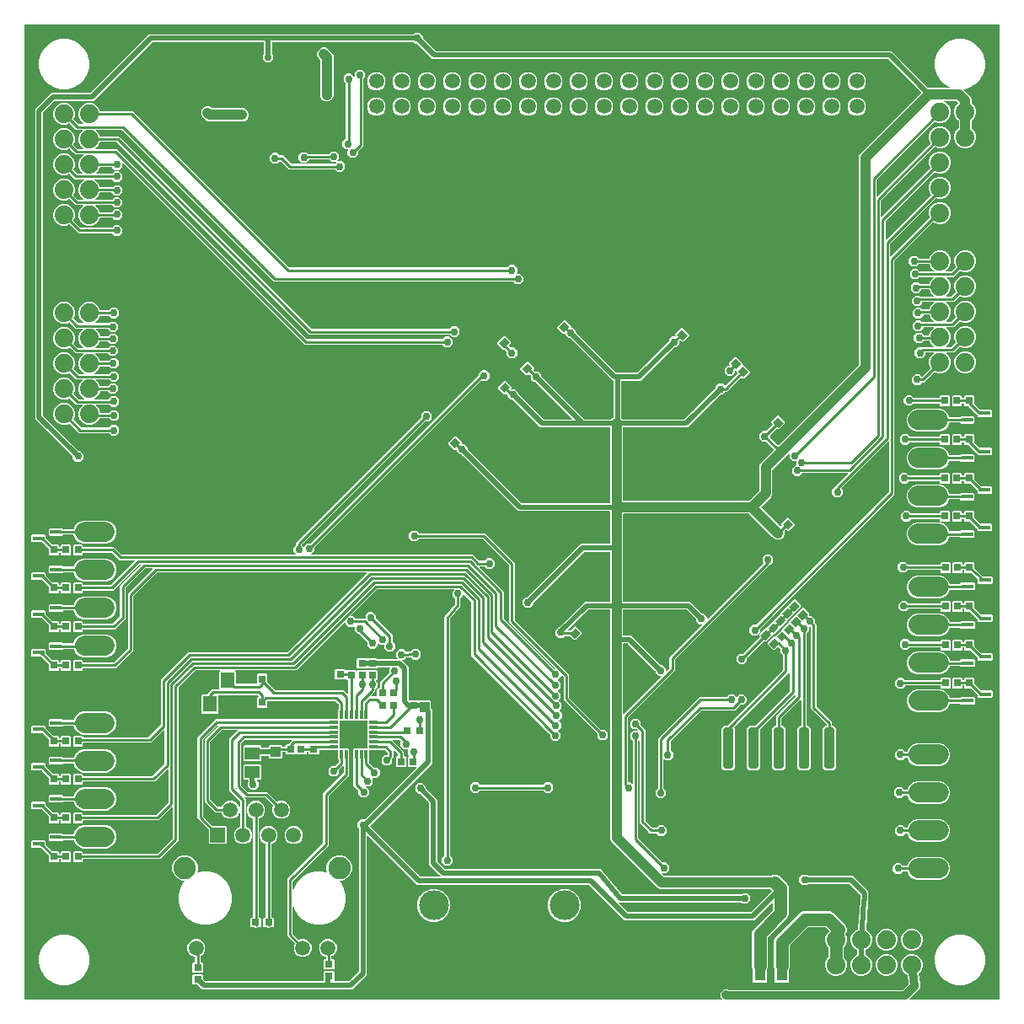
<source format=gbr>
G04 EAGLE Gerber RS-274X export*
G75*
%MOMM*%
%FSLAX34Y34*%
%LPD*%
%INBottom Copper*%
%IPPOS*%
%AMOC8*
5,1,8,0,0,1.08239X$1,22.5*%
G01*
%ADD10R,1.100000X3.000000*%
%ADD11C,1.879600*%
%ADD12R,1.508000X1.508000*%
%ADD13C,1.508000*%
%ADD14C,2.250000*%
%ADD15R,0.863600X0.304800*%
%ADD16R,0.304800X0.863600*%
%ADD17R,2.743200X2.743200*%
%ADD18R,0.800000X0.700000*%
%ADD19R,1.400000X1.600000*%
%ADD20R,0.700000X0.800000*%
%ADD21R,1.000000X1.100000*%
%ADD22R,1.500000X1.300000*%
%ADD23C,3.000000*%
%ADD24R,1.168400X0.457200*%
%ADD25C,2.000000*%
%ADD26C,0.500000*%
%ADD27C,0.756400*%
%ADD28C,1.270000*%
%ADD29C,0.254000*%
%ADD30C,0.152400*%
%ADD31C,0.508000*%
%ADD32C,1.016000*%
%ADD33C,0.812800*%

G36*
X711043Y10167D02*
X711043Y10167D01*
X711068Y10164D01*
X711126Y10186D01*
X711186Y10200D01*
X711206Y10217D01*
X711230Y10226D01*
X711272Y10271D01*
X711320Y10310D01*
X711331Y10334D01*
X711348Y10353D01*
X711366Y10412D01*
X711391Y10469D01*
X711390Y10494D01*
X711397Y10519D01*
X711387Y10580D01*
X711384Y10642D01*
X711372Y10664D01*
X711368Y10690D01*
X711319Y10761D01*
X711302Y10794D01*
X711293Y10800D01*
X711286Y10810D01*
X709411Y12685D01*
X709411Y17315D01*
X712685Y20589D01*
X717315Y20589D01*
X717980Y19924D01*
X718044Y19884D01*
X718106Y19840D01*
X718118Y19838D01*
X718127Y19833D01*
X718164Y19829D01*
X718248Y19813D01*
X892528Y19813D01*
X892602Y19830D01*
X892676Y19843D01*
X892687Y19850D01*
X892696Y19852D01*
X892725Y19876D01*
X892796Y19924D01*
X898541Y25669D01*
X898549Y25682D01*
X898562Y25692D01*
X898595Y25755D01*
X898632Y25816D01*
X898634Y25832D01*
X898641Y25846D01*
X898648Y25978D01*
X898649Y25988D01*
X898648Y25989D01*
X898649Y25991D01*
X897413Y34709D01*
X897400Y34744D01*
X897396Y34781D01*
X897369Y34824D01*
X897351Y34871D01*
X897323Y34896D01*
X897303Y34927D01*
X897251Y34962D01*
X897223Y34988D01*
X897204Y34993D01*
X897182Y35007D01*
X895413Y35740D01*
X892340Y38813D01*
X890677Y42827D01*
X890677Y47173D01*
X892340Y51187D01*
X895413Y54260D01*
X899427Y55923D01*
X903773Y55923D01*
X907787Y54260D01*
X910860Y51187D01*
X912523Y47173D01*
X912523Y42827D01*
X910860Y38813D01*
X908595Y36548D01*
X908587Y36534D01*
X908574Y36525D01*
X908541Y36461D01*
X908504Y36401D01*
X908502Y36385D01*
X908495Y36371D01*
X908488Y36239D01*
X908487Y36228D01*
X908488Y36227D01*
X908488Y36226D01*
X909854Y26582D01*
X909872Y26535D01*
X909880Y26486D01*
X909905Y26450D01*
X909917Y26420D01*
X909939Y26400D01*
X909961Y26366D01*
X910189Y26139D01*
X910189Y24245D01*
X910194Y24222D01*
X910192Y24191D01*
X910458Y22316D01*
X910265Y22059D01*
X910245Y22013D01*
X910216Y21973D01*
X910208Y21929D01*
X910195Y21900D01*
X910197Y21871D01*
X910189Y21830D01*
X910189Y21509D01*
X908849Y20170D01*
X908837Y20150D01*
X908814Y20129D01*
X907676Y18615D01*
X907358Y18570D01*
X907311Y18552D01*
X907262Y18544D01*
X907226Y18519D01*
X907196Y18507D01*
X907176Y18486D01*
X907142Y18463D01*
X900700Y12020D01*
X899490Y10810D01*
X899476Y10788D01*
X899456Y10772D01*
X899431Y10715D01*
X899398Y10663D01*
X899396Y10637D01*
X899385Y10613D01*
X899387Y10552D01*
X899382Y10490D01*
X899391Y10466D01*
X899392Y10440D01*
X899421Y10386D01*
X899443Y10328D01*
X899462Y10311D01*
X899474Y10288D01*
X899525Y10253D01*
X899570Y10211D01*
X899595Y10203D01*
X899616Y10188D01*
X899701Y10172D01*
X899736Y10161D01*
X899746Y10163D01*
X899758Y10161D01*
X989459Y10161D01*
X989509Y10172D01*
X989560Y10174D01*
X989592Y10192D01*
X989628Y10200D01*
X989667Y10233D01*
X989712Y10257D01*
X989733Y10287D01*
X989761Y10310D01*
X989782Y10357D01*
X989812Y10399D01*
X989820Y10441D01*
X989832Y10469D01*
X989831Y10499D01*
X989839Y10541D01*
X989839Y989459D01*
X989828Y989509D01*
X989826Y989560D01*
X989808Y989592D01*
X989800Y989628D01*
X989767Y989667D01*
X989743Y989712D01*
X989713Y989733D01*
X989690Y989761D01*
X989643Y989782D01*
X989601Y989812D01*
X989559Y989820D01*
X989531Y989832D01*
X989501Y989831D01*
X989459Y989839D01*
X10541Y989839D01*
X10491Y989828D01*
X10440Y989826D01*
X10408Y989808D01*
X10372Y989800D01*
X10333Y989767D01*
X10288Y989743D01*
X10267Y989713D01*
X10239Y989690D01*
X10218Y989643D01*
X10188Y989601D01*
X10180Y989559D01*
X10168Y989531D01*
X10169Y989501D01*
X10161Y989459D01*
X10161Y10541D01*
X10172Y10491D01*
X10174Y10440D01*
X10192Y10408D01*
X10200Y10372D01*
X10233Y10333D01*
X10257Y10288D01*
X10287Y10267D01*
X10310Y10239D01*
X10357Y10218D01*
X10399Y10188D01*
X10441Y10180D01*
X10469Y10168D01*
X10499Y10169D01*
X10541Y10161D01*
X711018Y10161D01*
X711043Y10167D01*
G37*
%LPC*%
G36*
X188516Y20435D02*
X188516Y20435D01*
X183788Y25164D01*
X183723Y25204D01*
X183661Y25248D01*
X183649Y25250D01*
X183640Y25255D01*
X183603Y25259D01*
X183519Y25275D01*
X179768Y25275D01*
X178875Y26168D01*
X178875Y34432D01*
X179768Y35325D01*
X189032Y35325D01*
X189925Y34432D01*
X189925Y30681D01*
X189937Y30629D01*
X189938Y30594D01*
X189947Y30577D01*
X189955Y30532D01*
X189962Y30522D01*
X189964Y30512D01*
X189988Y30484D01*
X190036Y30412D01*
X191772Y28676D01*
X191837Y28636D01*
X191899Y28592D01*
X191911Y28590D01*
X191920Y28585D01*
X191957Y28581D01*
X192041Y28565D01*
X310555Y28565D01*
X310598Y28575D01*
X310606Y28574D01*
X310613Y28577D01*
X310656Y28578D01*
X310688Y28596D01*
X310724Y28604D01*
X310757Y28632D01*
X310768Y28636D01*
X310774Y28643D01*
X310808Y28661D01*
X310829Y28691D01*
X310857Y28714D01*
X310873Y28749D01*
X310885Y28763D01*
X310890Y28777D01*
X310908Y28803D01*
X310916Y28845D01*
X310928Y28873D01*
X310927Y28903D01*
X310927Y28905D01*
X310935Y28929D01*
X310933Y28936D01*
X310935Y28945D01*
X310935Y28951D01*
X310923Y29002D01*
X310922Y29046D01*
X310911Y29066D01*
X310905Y29100D01*
X310898Y29110D01*
X310896Y29120D01*
X310872Y29148D01*
X310840Y29196D01*
X310839Y29198D01*
X310838Y29198D01*
X310824Y29220D01*
X310375Y29668D01*
X310375Y37932D01*
X311268Y38825D01*
X313935Y38825D01*
X314009Y38842D01*
X314083Y38855D01*
X314094Y38862D01*
X314103Y38864D01*
X314132Y38888D01*
X314204Y38936D01*
X314259Y38991D01*
X314481Y38991D01*
X314548Y39007D01*
X314617Y39016D01*
X314634Y39027D01*
X314650Y39031D01*
X314680Y39056D01*
X314740Y39093D01*
X314949Y39286D01*
X317262Y39199D01*
X317342Y39113D01*
X317411Y39067D01*
X317478Y39019D01*
X317483Y39018D01*
X317486Y39016D01*
X317509Y39013D01*
X317621Y38991D01*
X317626Y38991D01*
X317682Y38936D01*
X317746Y38896D01*
X317808Y38852D01*
X317820Y38850D01*
X317829Y38845D01*
X317866Y38841D01*
X317950Y38825D01*
X320532Y38825D01*
X321425Y37932D01*
X321425Y29668D01*
X320970Y29214D01*
X320957Y29192D01*
X320937Y29176D01*
X320911Y29119D01*
X320879Y29067D01*
X320876Y29041D01*
X320866Y29017D01*
X320868Y28956D01*
X320862Y28894D01*
X320871Y28870D01*
X320872Y28844D01*
X320902Y28790D01*
X320924Y28732D01*
X320943Y28715D01*
X320955Y28692D01*
X321006Y28657D01*
X321051Y28615D01*
X321076Y28607D01*
X321097Y28592D01*
X321181Y28576D01*
X321217Y28565D01*
X321227Y28567D01*
X321239Y28565D01*
X336159Y28565D01*
X336233Y28582D01*
X336308Y28595D01*
X336318Y28602D01*
X336328Y28604D01*
X336356Y28628D01*
X336428Y28676D01*
X346124Y38372D01*
X346164Y38437D01*
X346208Y38499D01*
X346210Y38511D01*
X346215Y38520D01*
X346219Y38557D01*
X346235Y38641D01*
X346235Y182102D01*
X346218Y182176D01*
X346205Y182251D01*
X346198Y182261D01*
X346196Y182271D01*
X346172Y182300D01*
X346124Y182371D01*
X344993Y183502D01*
X344993Y187898D01*
X348102Y191007D01*
X351848Y191007D01*
X351922Y191024D01*
X351997Y191037D01*
X352007Y191044D01*
X352017Y191046D01*
X352046Y191070D01*
X352117Y191118D01*
X403825Y242826D01*
X403839Y242848D01*
X403859Y242864D01*
X403884Y242921D01*
X403917Y242973D01*
X403919Y242999D01*
X403930Y243023D01*
X403927Y243084D01*
X403933Y243146D01*
X403924Y243170D01*
X403923Y243196D01*
X403893Y243250D01*
X403871Y243308D01*
X403853Y243325D01*
X403840Y243348D01*
X403790Y243383D01*
X403744Y243425D01*
X403720Y243433D01*
X403699Y243448D01*
X403614Y243464D01*
X403578Y243475D01*
X403568Y243473D01*
X403556Y243475D01*
X396368Y243475D01*
X395475Y244368D01*
X395475Y253632D01*
X396368Y254525D01*
X397052Y254525D01*
X397078Y254531D01*
X397103Y254528D01*
X397161Y254550D01*
X397221Y254564D01*
X397241Y254581D01*
X397265Y254590D01*
X397307Y254635D01*
X397355Y254674D01*
X397365Y254698D01*
X397383Y254717D01*
X397400Y254776D01*
X397426Y254833D01*
X397425Y254858D01*
X397432Y254883D01*
X397421Y254944D01*
X397419Y255006D01*
X397407Y255028D01*
X397402Y255054D01*
X397354Y255125D01*
X397336Y255158D01*
X397328Y255164D01*
X397321Y255174D01*
X395693Y256802D01*
X395693Y261317D01*
X395682Y261366D01*
X395680Y261418D01*
X395662Y261450D01*
X395654Y261486D01*
X395621Y261525D01*
X395597Y261570D01*
X395567Y261591D01*
X395544Y261619D01*
X395497Y261640D01*
X395455Y261669D01*
X395413Y261678D01*
X395385Y261690D01*
X395355Y261689D01*
X395313Y261697D01*
X391302Y261697D01*
X388193Y264806D01*
X388193Y269202D01*
X388251Y269259D01*
X388277Y269303D01*
X388312Y269340D01*
X388323Y269375D01*
X388342Y269407D01*
X388347Y269457D01*
X388361Y269506D01*
X388355Y269542D01*
X388359Y269579D01*
X388340Y269627D01*
X388332Y269677D01*
X388308Y269712D01*
X388297Y269741D01*
X388274Y269762D01*
X388251Y269797D01*
X386954Y271094D01*
X386889Y271134D01*
X386827Y271178D01*
X386815Y271180D01*
X386807Y271185D01*
X386770Y271189D01*
X386685Y271205D01*
X380165Y271205D01*
X380140Y271199D01*
X380114Y271202D01*
X380057Y271180D01*
X379996Y271166D01*
X379976Y271149D01*
X379952Y271140D01*
X379910Y271095D01*
X379863Y271056D01*
X379852Y271032D01*
X379835Y271013D01*
X379817Y270954D01*
X379792Y270897D01*
X379793Y270872D01*
X379785Y270847D01*
X379796Y270786D01*
X379798Y270724D01*
X379811Y270702D01*
X379815Y270676D01*
X379863Y270605D01*
X379881Y270572D01*
X379889Y270566D01*
X379896Y270556D01*
X391295Y259158D01*
X391295Y254905D01*
X391306Y254855D01*
X391308Y254804D01*
X391326Y254772D01*
X391334Y254736D01*
X391367Y254697D01*
X391391Y254652D01*
X391421Y254631D01*
X391444Y254603D01*
X391491Y254582D01*
X391533Y254552D01*
X391575Y254544D01*
X391603Y254532D01*
X391633Y254533D01*
X391675Y254525D01*
X392632Y254525D01*
X393525Y253632D01*
X393525Y244368D01*
X392632Y243475D01*
X384368Y243475D01*
X383475Y244368D01*
X383475Y253632D01*
X384368Y254525D01*
X385325Y254525D01*
X385375Y254536D01*
X385426Y254538D01*
X385458Y254556D01*
X385494Y254564D01*
X385533Y254597D01*
X385578Y254621D01*
X385599Y254651D01*
X385627Y254674D01*
X385648Y254721D01*
X385678Y254763D01*
X385686Y254805D01*
X385698Y254833D01*
X385697Y254863D01*
X385705Y254905D01*
X385705Y256685D01*
X385688Y256759D01*
X385675Y256834D01*
X385668Y256844D01*
X385666Y256854D01*
X385642Y256882D01*
X385594Y256954D01*
X376454Y266094D01*
X376389Y266134D01*
X376327Y266178D01*
X376315Y266180D01*
X376307Y266185D01*
X376270Y266189D01*
X376185Y266205D01*
X376165Y266205D01*
X376146Y266201D01*
X376134Y266202D01*
X376130Y266200D01*
X376114Y266202D01*
X376057Y266180D01*
X375996Y266166D01*
X375976Y266149D01*
X375952Y266140D01*
X375910Y266095D01*
X375863Y266056D01*
X375852Y266032D01*
X375835Y266013D01*
X375817Y265954D01*
X375792Y265897D01*
X375793Y265872D01*
X375785Y265847D01*
X375796Y265786D01*
X375798Y265724D01*
X375811Y265702D01*
X375815Y265676D01*
X375863Y265605D01*
X375881Y265572D01*
X375889Y265566D01*
X375896Y265556D01*
X379046Y262406D01*
X380795Y260658D01*
X380795Y253018D01*
X379742Y251966D01*
X379702Y251901D01*
X379658Y251839D01*
X379656Y251827D01*
X379651Y251819D01*
X379647Y251782D01*
X379631Y251697D01*
X379631Y248302D01*
X376522Y245193D01*
X372126Y245193D01*
X369017Y248302D01*
X369017Y252698D01*
X372126Y255807D01*
X374825Y255807D01*
X374875Y255818D01*
X374926Y255820D01*
X374958Y255838D01*
X374994Y255846D01*
X375033Y255879D01*
X375078Y255903D01*
X375099Y255933D01*
X375127Y255956D01*
X375148Y256003D01*
X375178Y256045D01*
X375186Y256087D01*
X375198Y256115D01*
X375197Y256145D01*
X375205Y256187D01*
X375205Y258185D01*
X375188Y258259D01*
X375175Y258334D01*
X375168Y258344D01*
X375166Y258354D01*
X375142Y258382D01*
X375094Y258454D01*
X372454Y261094D01*
X372389Y261134D01*
X372327Y261178D01*
X372315Y261180D01*
X372307Y261185D01*
X372270Y261189D01*
X372185Y261205D01*
X366046Y261205D01*
X365972Y261188D01*
X365897Y261175D01*
X365887Y261168D01*
X365877Y261166D01*
X365849Y261142D01*
X365777Y261094D01*
X365635Y260951D01*
X356929Y260951D01*
X356879Y260940D01*
X356828Y260938D01*
X356796Y260920D01*
X356760Y260912D01*
X356721Y260879D01*
X356676Y260855D01*
X356655Y260825D01*
X356627Y260802D01*
X356606Y260755D01*
X356576Y260713D01*
X356568Y260671D01*
X356556Y260643D01*
X356557Y260613D01*
X356549Y260571D01*
X356549Y251865D01*
X356406Y251723D01*
X356366Y251658D01*
X356322Y251596D01*
X356320Y251584D01*
X356315Y251576D01*
X356311Y251539D01*
X356295Y251454D01*
X356295Y248815D01*
X356312Y248741D01*
X356325Y248666D01*
X356332Y248656D01*
X356334Y248646D01*
X356358Y248618D01*
X356406Y248546D01*
X361534Y243418D01*
X361599Y243378D01*
X361661Y243334D01*
X361673Y243332D01*
X361681Y243327D01*
X361718Y243323D01*
X361803Y243307D01*
X364198Y243307D01*
X367307Y240198D01*
X367307Y235802D01*
X364198Y232693D01*
X360230Y232693D01*
X360204Y232687D01*
X360179Y232690D01*
X360121Y232668D01*
X360061Y232654D01*
X360041Y232637D01*
X360017Y232628D01*
X359975Y232583D01*
X359927Y232544D01*
X359917Y232520D01*
X359899Y232501D01*
X359882Y232442D01*
X359856Y232385D01*
X359857Y232360D01*
X359850Y232335D01*
X359861Y232274D01*
X359863Y232212D01*
X359875Y232190D01*
X359880Y232164D01*
X359928Y232093D01*
X359946Y232060D01*
X359954Y232054D01*
X359961Y232044D01*
X360307Y231698D01*
X360307Y227302D01*
X357198Y224193D01*
X353730Y224193D01*
X353704Y224187D01*
X353679Y224190D01*
X353621Y224168D01*
X353561Y224154D01*
X353541Y224137D01*
X353517Y224128D01*
X353475Y224083D01*
X353427Y224044D01*
X353417Y224020D01*
X353399Y224001D01*
X353382Y223942D01*
X353356Y223885D01*
X353357Y223860D01*
X353350Y223835D01*
X353361Y223774D01*
X353363Y223712D01*
X353375Y223690D01*
X353380Y223664D01*
X353428Y223593D01*
X353446Y223560D01*
X353454Y223554D01*
X353461Y223544D01*
X356307Y220698D01*
X356307Y216302D01*
X353198Y213193D01*
X348802Y213193D01*
X345693Y216302D01*
X345693Y219697D01*
X345681Y219750D01*
X345680Y219779D01*
X345672Y219793D01*
X345663Y219846D01*
X345656Y219856D01*
X345654Y219866D01*
X345630Y219894D01*
X345582Y219966D01*
X340705Y224842D01*
X340705Y251454D01*
X340688Y251528D01*
X340675Y251603D01*
X340668Y251613D01*
X340666Y251623D01*
X340642Y251651D01*
X340594Y251723D01*
X340451Y251865D01*
X340451Y261765D01*
X341344Y262658D01*
X345656Y262658D01*
X345731Y262582D01*
X345774Y262555D01*
X345812Y262521D01*
X345847Y262510D01*
X345878Y262491D01*
X345929Y262486D01*
X345978Y262471D01*
X346014Y262478D01*
X346051Y262474D01*
X346098Y262492D01*
X346149Y262501D01*
X346184Y262525D01*
X346213Y262536D01*
X346234Y262558D01*
X346269Y262582D01*
X346344Y262658D01*
X350656Y262658D01*
X350731Y262582D01*
X350774Y262555D01*
X350812Y262521D01*
X350847Y262510D01*
X350878Y262491D01*
X350929Y262486D01*
X350978Y262471D01*
X351014Y262478D01*
X351051Y262474D01*
X351098Y262492D01*
X351149Y262501D01*
X351184Y262525D01*
X351213Y262536D01*
X351234Y262558D01*
X351269Y262582D01*
X351344Y262658D01*
X354462Y262658D01*
X354512Y262669D01*
X354563Y262671D01*
X354595Y262689D01*
X354631Y262697D01*
X354670Y262730D01*
X354715Y262754D01*
X354736Y262784D01*
X354764Y262807D01*
X354785Y262854D01*
X354815Y262896D01*
X354823Y262938D01*
X354835Y262966D01*
X354834Y262996D01*
X354842Y263038D01*
X354842Y266156D01*
X354918Y266231D01*
X354945Y266274D01*
X354979Y266312D01*
X354990Y266347D01*
X355009Y266378D01*
X355014Y266429D01*
X355029Y266478D01*
X355022Y266514D01*
X355026Y266551D01*
X355008Y266598D01*
X354999Y266649D01*
X354975Y266684D01*
X354964Y266713D01*
X354942Y266734D01*
X354918Y266769D01*
X354842Y266844D01*
X354842Y271156D01*
X354918Y271231D01*
X354945Y271274D01*
X354979Y271312D01*
X354990Y271347D01*
X355009Y271378D01*
X355014Y271429D01*
X355029Y271478D01*
X355022Y271514D01*
X355026Y271551D01*
X355008Y271598D01*
X354999Y271649D01*
X354975Y271684D01*
X354964Y271713D01*
X354942Y271734D01*
X354918Y271769D01*
X354842Y271844D01*
X354842Y276156D01*
X354918Y276231D01*
X354945Y276274D01*
X354979Y276312D01*
X354990Y276347D01*
X355009Y276378D01*
X355014Y276429D01*
X355029Y276478D01*
X355022Y276514D01*
X355026Y276551D01*
X355008Y276598D01*
X354999Y276649D01*
X354975Y276684D01*
X354964Y276713D01*
X354942Y276734D01*
X354918Y276769D01*
X354842Y276844D01*
X354842Y281156D01*
X354918Y281231D01*
X354945Y281274D01*
X354979Y281312D01*
X354990Y281347D01*
X355009Y281378D01*
X355014Y281429D01*
X355029Y281478D01*
X355022Y281514D01*
X355026Y281551D01*
X355008Y281598D01*
X354999Y281649D01*
X354975Y281684D01*
X354964Y281713D01*
X354942Y281734D01*
X354918Y281769D01*
X354842Y281844D01*
X354842Y286156D01*
X354918Y286231D01*
X354945Y286274D01*
X354979Y286312D01*
X354990Y286347D01*
X355009Y286378D01*
X355014Y286429D01*
X355029Y286478D01*
X355022Y286514D01*
X355026Y286551D01*
X355008Y286598D01*
X354999Y286649D01*
X354975Y286684D01*
X354964Y286713D01*
X354942Y286734D01*
X354918Y286769D01*
X354842Y286844D01*
X354842Y289962D01*
X354831Y290012D01*
X354829Y290063D01*
X354811Y290095D01*
X354803Y290131D01*
X354770Y290170D01*
X354746Y290215D01*
X354716Y290236D01*
X354693Y290264D01*
X354646Y290285D01*
X354604Y290315D01*
X354562Y290323D01*
X354534Y290335D01*
X354504Y290334D01*
X354462Y290342D01*
X351344Y290342D01*
X351269Y290418D01*
X351226Y290445D01*
X351188Y290479D01*
X351153Y290490D01*
X351122Y290509D01*
X351071Y290514D01*
X351022Y290529D01*
X350986Y290522D01*
X350949Y290526D01*
X350902Y290508D01*
X350851Y290499D01*
X350816Y290475D01*
X350787Y290464D01*
X350766Y290442D01*
X350731Y290418D01*
X350656Y290342D01*
X346344Y290342D01*
X346269Y290418D01*
X346226Y290445D01*
X346188Y290479D01*
X346153Y290490D01*
X346122Y290509D01*
X346071Y290514D01*
X346022Y290529D01*
X345986Y290522D01*
X345949Y290526D01*
X345902Y290508D01*
X345851Y290499D01*
X345816Y290475D01*
X345787Y290464D01*
X345766Y290442D01*
X345731Y290418D01*
X345656Y290342D01*
X341344Y290342D01*
X341269Y290418D01*
X341226Y290445D01*
X341188Y290479D01*
X341153Y290490D01*
X341122Y290509D01*
X341071Y290514D01*
X341022Y290529D01*
X340986Y290522D01*
X340949Y290526D01*
X340902Y290508D01*
X340851Y290499D01*
X340816Y290475D01*
X340787Y290464D01*
X340766Y290442D01*
X340731Y290418D01*
X340656Y290342D01*
X336344Y290342D01*
X336269Y290418D01*
X336226Y290445D01*
X336188Y290479D01*
X336153Y290490D01*
X336122Y290509D01*
X336071Y290514D01*
X336022Y290529D01*
X335986Y290522D01*
X335949Y290526D01*
X335902Y290508D01*
X335851Y290499D01*
X335816Y290475D01*
X335787Y290464D01*
X335766Y290442D01*
X335731Y290418D01*
X335656Y290342D01*
X331344Y290342D01*
X331269Y290418D01*
X331226Y290445D01*
X331188Y290479D01*
X331153Y290490D01*
X331122Y290509D01*
X331071Y290514D01*
X331022Y290529D01*
X330986Y290522D01*
X330949Y290526D01*
X330902Y290508D01*
X330851Y290499D01*
X330816Y290475D01*
X330787Y290464D01*
X330766Y290442D01*
X330731Y290418D01*
X330656Y290342D01*
X327538Y290342D01*
X327488Y290331D01*
X327437Y290329D01*
X327405Y290311D01*
X327369Y290303D01*
X327330Y290270D01*
X327285Y290246D01*
X327264Y290216D01*
X327236Y290193D01*
X327215Y290146D01*
X327185Y290104D01*
X327177Y290062D01*
X327165Y290034D01*
X327166Y290004D01*
X327158Y289962D01*
X327158Y286844D01*
X327082Y286769D01*
X327055Y286726D01*
X327021Y286688D01*
X327010Y286653D01*
X326991Y286622D01*
X326986Y286571D01*
X326971Y286522D01*
X326978Y286486D01*
X326974Y286449D01*
X326992Y286402D01*
X327001Y286351D01*
X327025Y286316D01*
X327036Y286287D01*
X327058Y286267D01*
X327082Y286231D01*
X327158Y286156D01*
X327158Y281844D01*
X327082Y281769D01*
X327055Y281726D01*
X327021Y281688D01*
X327010Y281653D01*
X326991Y281622D01*
X326986Y281571D01*
X326971Y281522D01*
X326978Y281486D01*
X326974Y281449D01*
X326992Y281402D01*
X327001Y281351D01*
X327025Y281316D01*
X327036Y281287D01*
X327058Y281266D01*
X327082Y281231D01*
X327158Y281156D01*
X327158Y276844D01*
X327082Y276769D01*
X327055Y276726D01*
X327021Y276688D01*
X327010Y276653D01*
X326991Y276622D01*
X326986Y276571D01*
X326971Y276522D01*
X326978Y276486D01*
X326974Y276449D01*
X326992Y276402D01*
X327001Y276351D01*
X327025Y276316D01*
X327036Y276287D01*
X327058Y276266D01*
X327082Y276231D01*
X327158Y276156D01*
X327158Y271844D01*
X327082Y271769D01*
X327055Y271726D01*
X327021Y271688D01*
X327010Y271653D01*
X326991Y271622D01*
X326986Y271571D01*
X326971Y271522D01*
X326978Y271486D01*
X326974Y271449D01*
X326992Y271402D01*
X327001Y271351D01*
X327025Y271316D01*
X327036Y271287D01*
X327058Y271266D01*
X327082Y271231D01*
X327158Y271156D01*
X327158Y266844D01*
X327082Y266769D01*
X327055Y266726D01*
X327021Y266688D01*
X327010Y266653D01*
X326991Y266622D01*
X326986Y266571D01*
X326971Y266522D01*
X326978Y266486D01*
X326974Y266449D01*
X326992Y266402D01*
X327001Y266351D01*
X327025Y266316D01*
X327036Y266287D01*
X327058Y266266D01*
X327082Y266231D01*
X327158Y266156D01*
X327158Y263038D01*
X327169Y262988D01*
X327171Y262937D01*
X327189Y262905D01*
X327197Y262869D01*
X327230Y262830D01*
X327254Y262785D01*
X327284Y262764D01*
X327307Y262736D01*
X327354Y262715D01*
X327396Y262685D01*
X327438Y262677D01*
X327466Y262665D01*
X327496Y262666D01*
X327538Y262658D01*
X330656Y262658D01*
X330731Y262582D01*
X330774Y262555D01*
X330812Y262521D01*
X330847Y262510D01*
X330878Y262491D01*
X330929Y262486D01*
X330978Y262471D01*
X331014Y262478D01*
X331051Y262474D01*
X331098Y262492D01*
X331149Y262501D01*
X331184Y262525D01*
X331213Y262536D01*
X331234Y262558D01*
X331269Y262582D01*
X331344Y262658D01*
X335656Y262658D01*
X336549Y261765D01*
X336549Y251865D01*
X336406Y251723D01*
X336366Y251658D01*
X336322Y251596D01*
X336320Y251584D01*
X336315Y251576D01*
X336311Y251539D01*
X336295Y251454D01*
X336295Y235342D01*
X315906Y214954D01*
X315866Y214889D01*
X315822Y214827D01*
X315820Y214815D01*
X315815Y214807D01*
X315811Y214770D01*
X315795Y214685D01*
X315795Y165142D01*
X279806Y129154D01*
X279766Y129089D01*
X279722Y129027D01*
X279720Y129015D01*
X279715Y129007D01*
X279711Y128970D01*
X279695Y128885D01*
X279695Y119246D01*
X279703Y119209D01*
X279702Y119171D01*
X279723Y119125D01*
X279734Y119077D01*
X279758Y119048D01*
X279774Y119013D01*
X279813Y118982D01*
X279844Y118943D01*
X279879Y118928D01*
X279908Y118904D01*
X279957Y118893D01*
X280003Y118872D01*
X280040Y118874D01*
X280077Y118865D01*
X280126Y118877D01*
X280176Y118879D01*
X280209Y118897D01*
X280246Y118906D01*
X280284Y118938D01*
X280328Y118962D01*
X280350Y118993D01*
X280379Y119017D01*
X280406Y119072D01*
X280428Y119103D01*
X280432Y119126D01*
X280442Y119147D01*
X281311Y122389D01*
X284820Y128467D01*
X289783Y133430D01*
X295861Y136939D01*
X302641Y138756D01*
X309659Y138756D01*
X314095Y137567D01*
X314096Y137567D01*
X314181Y137564D01*
X314268Y137562D01*
X314269Y137562D01*
X314270Y137562D01*
X314346Y137597D01*
X314426Y137633D01*
X314426Y137634D01*
X314427Y137634D01*
X314481Y137700D01*
X314536Y137768D01*
X314536Y137769D01*
X314554Y137847D01*
X314574Y137937D01*
X314574Y137938D01*
X314545Y138080D01*
X313725Y140059D01*
X313725Y145141D01*
X315670Y149836D01*
X319264Y153430D01*
X323959Y155375D01*
X329041Y155375D01*
X333736Y153430D01*
X337330Y149836D01*
X339275Y145141D01*
X339275Y140059D01*
X337330Y135364D01*
X333736Y131770D01*
X329041Y129825D01*
X327040Y129825D01*
X327014Y129819D01*
X326989Y129822D01*
X326931Y129800D01*
X326871Y129786D01*
X326851Y129769D01*
X326827Y129760D01*
X326785Y129715D01*
X326737Y129676D01*
X326727Y129652D01*
X326709Y129633D01*
X326692Y129574D01*
X326666Y129517D01*
X326667Y129492D01*
X326660Y129467D01*
X326671Y129406D01*
X326673Y129344D01*
X326685Y129322D01*
X326690Y129296D01*
X326738Y129225D01*
X326756Y129192D01*
X326764Y129186D01*
X326771Y129176D01*
X327480Y128467D01*
X330989Y122389D01*
X331336Y121093D01*
X332806Y115609D01*
X332806Y108591D01*
X330989Y101811D01*
X327480Y95733D01*
X322517Y90770D01*
X316439Y87261D01*
X309659Y85444D01*
X302641Y85444D01*
X295861Y87261D01*
X289783Y90770D01*
X284820Y95733D01*
X281311Y101811D01*
X280442Y105053D01*
X280424Y105086D01*
X280416Y105123D01*
X280384Y105162D01*
X280360Y105206D01*
X280330Y105228D01*
X280306Y105257D01*
X280260Y105277D01*
X280219Y105306D01*
X280182Y105312D01*
X280147Y105328D01*
X280098Y105326D01*
X280048Y105334D01*
X280012Y105322D01*
X279974Y105321D01*
X279930Y105297D01*
X279883Y105282D01*
X279855Y105256D01*
X279822Y105238D01*
X279793Y105198D01*
X279757Y105163D01*
X279744Y105128D01*
X279722Y105097D01*
X279711Y105036D01*
X279698Y105001D01*
X279699Y104977D01*
X279695Y104954D01*
X279695Y76515D01*
X279712Y76441D01*
X279725Y76366D01*
X279732Y76356D01*
X279734Y76346D01*
X279758Y76318D01*
X279806Y76246D01*
X285577Y70475D01*
X285631Y70442D01*
X285681Y70402D01*
X285704Y70396D01*
X285724Y70384D01*
X285788Y70378D01*
X285850Y70364D01*
X285876Y70369D01*
X285897Y70367D01*
X285932Y70381D01*
X285992Y70393D01*
X288097Y71265D01*
X291703Y71265D01*
X295035Y69885D01*
X297585Y67335D01*
X298965Y64003D01*
X298965Y60397D01*
X297585Y57065D01*
X295035Y54515D01*
X291703Y53135D01*
X288097Y53135D01*
X284765Y54515D01*
X282215Y57065D01*
X280835Y60397D01*
X280835Y64003D01*
X281707Y66108D01*
X281718Y66171D01*
X281736Y66232D01*
X281732Y66256D01*
X281735Y66279D01*
X281717Y66340D01*
X281706Y66403D01*
X281691Y66425D01*
X281685Y66445D01*
X281659Y66472D01*
X281625Y66523D01*
X274105Y74042D01*
X274105Y131358D01*
X310094Y167346D01*
X310134Y167411D01*
X310178Y167473D01*
X310180Y167485D01*
X310185Y167493D01*
X310189Y167530D01*
X310205Y167615D01*
X310205Y217158D01*
X330594Y237546D01*
X330634Y237611D01*
X330678Y237673D01*
X330680Y237685D01*
X330685Y237693D01*
X330689Y237730D01*
X330705Y237815D01*
X330705Y244335D01*
X330699Y244360D01*
X330702Y244386D01*
X330680Y244443D01*
X330666Y244504D01*
X330649Y244524D01*
X330640Y244548D01*
X330595Y244590D01*
X330556Y244637D01*
X330532Y244648D01*
X330513Y244665D01*
X330454Y244683D01*
X330397Y244708D01*
X330372Y244707D01*
X330347Y244715D01*
X330286Y244704D01*
X330224Y244702D01*
X330202Y244689D01*
X330176Y244685D01*
X330105Y244637D01*
X330072Y244619D01*
X330066Y244611D01*
X330056Y244604D01*
X326418Y240966D01*
X326378Y240901D01*
X326334Y240839D01*
X326332Y240827D01*
X326327Y240819D01*
X326323Y240782D01*
X326307Y240697D01*
X326307Y237302D01*
X323198Y234193D01*
X318802Y234193D01*
X315693Y237302D01*
X315693Y241698D01*
X318802Y244807D01*
X322197Y244807D01*
X322271Y244824D01*
X322346Y244837D01*
X322356Y244844D01*
X322366Y244846D01*
X322394Y244870D01*
X322466Y244918D01*
X325594Y248046D01*
X325634Y248111D01*
X325678Y248173D01*
X325680Y248185D01*
X325685Y248193D01*
X325689Y248230D01*
X325705Y248315D01*
X325705Y251454D01*
X325688Y251528D01*
X325675Y251603D01*
X325668Y251613D01*
X325666Y251623D01*
X325642Y251651D01*
X325594Y251723D01*
X325451Y251865D01*
X325451Y260571D01*
X325440Y260621D01*
X325438Y260672D01*
X325420Y260704D01*
X325412Y260740D01*
X325379Y260779D01*
X325355Y260824D01*
X325325Y260845D01*
X325302Y260873D01*
X325255Y260894D01*
X325213Y260924D01*
X325171Y260932D01*
X325143Y260944D01*
X325113Y260943D01*
X325071Y260951D01*
X316365Y260951D01*
X316223Y261094D01*
X316158Y261134D01*
X316096Y261178D01*
X316084Y261180D01*
X316076Y261185D01*
X316039Y261189D01*
X315954Y261205D01*
X306905Y261205D01*
X306855Y261194D01*
X306804Y261192D01*
X306772Y261174D01*
X306736Y261166D01*
X306697Y261133D01*
X306652Y261109D01*
X306631Y261079D01*
X306603Y261056D01*
X306582Y261009D01*
X306552Y260967D01*
X306544Y260925D01*
X306532Y260897D01*
X306533Y260867D01*
X306525Y260825D01*
X306525Y257668D01*
X305632Y256775D01*
X296368Y256775D01*
X295475Y257668D01*
X295475Y258625D01*
X295464Y258675D01*
X295462Y258726D01*
X295444Y258758D01*
X295436Y258794D01*
X295403Y258833D01*
X295379Y258878D01*
X295349Y258899D01*
X295326Y258927D01*
X295279Y258948D01*
X295237Y258978D01*
X295195Y258986D01*
X295167Y258998D01*
X295137Y258997D01*
X295095Y259005D01*
X294105Y259005D01*
X294055Y258994D01*
X294004Y258992D01*
X293972Y258974D01*
X293936Y258966D01*
X293897Y258933D01*
X293852Y258909D01*
X293831Y258879D01*
X293803Y258856D01*
X293782Y258809D01*
X293752Y258767D01*
X293744Y258725D01*
X293732Y258697D01*
X293733Y258667D01*
X293725Y258625D01*
X293725Y257668D01*
X292832Y256775D01*
X283568Y256775D01*
X283319Y257025D01*
X283275Y257052D01*
X283238Y257086D01*
X283203Y257097D01*
X283172Y257116D01*
X283121Y257121D01*
X283072Y257136D01*
X283036Y257129D01*
X282999Y257133D01*
X282952Y257115D01*
X282901Y257106D01*
X282866Y257082D01*
X282837Y257071D01*
X282816Y257049D01*
X282781Y257025D01*
X282532Y256775D01*
X273268Y256775D01*
X272375Y257668D01*
X272375Y258625D01*
X272364Y258675D01*
X272362Y258726D01*
X272344Y258758D01*
X272336Y258794D01*
X272303Y258833D01*
X272279Y258878D01*
X272249Y258899D01*
X272226Y258927D01*
X272179Y258948D01*
X272137Y258978D01*
X272095Y258986D01*
X272067Y258998D01*
X272037Y258997D01*
X271995Y259005D01*
X269525Y259005D01*
X269475Y258994D01*
X269424Y258992D01*
X269392Y258974D01*
X269356Y258966D01*
X269317Y258933D01*
X269272Y258909D01*
X269251Y258879D01*
X269223Y258856D01*
X269202Y258809D01*
X269172Y258767D01*
X269164Y258725D01*
X269152Y258697D01*
X269153Y258667D01*
X269145Y258625D01*
X269145Y252978D01*
X268252Y252085D01*
X256988Y252085D01*
X256095Y252978D01*
X256095Y254665D01*
X256084Y254715D01*
X256082Y254766D01*
X256064Y254798D01*
X256056Y254834D01*
X256023Y254873D01*
X255999Y254918D01*
X255969Y254939D01*
X255946Y254967D01*
X255899Y254988D01*
X255857Y255018D01*
X255815Y255026D01*
X255787Y255038D01*
X255757Y255037D01*
X255715Y255045D01*
X248605Y255045D01*
X248555Y255034D01*
X248504Y255032D01*
X248472Y255014D01*
X248436Y255006D01*
X248397Y254973D01*
X248352Y254949D01*
X248331Y254919D01*
X248303Y254896D01*
X248282Y254849D01*
X248252Y254807D01*
X248244Y254765D01*
X248232Y254737D01*
X248232Y254734D01*
X248233Y254706D01*
X248225Y254665D01*
X248225Y250668D01*
X247332Y249775D01*
X231068Y249775D01*
X230175Y250668D01*
X230175Y264932D01*
X231068Y265825D01*
X247332Y265825D01*
X248225Y264932D01*
X248225Y263555D01*
X248236Y263505D01*
X248238Y263454D01*
X248256Y263422D01*
X248264Y263386D01*
X248297Y263347D01*
X248321Y263302D01*
X248351Y263281D01*
X248374Y263253D01*
X248421Y263232D01*
X248463Y263202D01*
X248505Y263194D01*
X248533Y263182D01*
X248563Y263183D01*
X248605Y263175D01*
X255715Y263175D01*
X255765Y263186D01*
X255816Y263188D01*
X255848Y263206D01*
X255884Y263214D01*
X255923Y263247D01*
X255968Y263271D01*
X255989Y263301D01*
X256017Y263324D01*
X256038Y263371D01*
X256068Y263413D01*
X256076Y263455D01*
X256088Y263483D01*
X256087Y263513D01*
X256095Y263555D01*
X256095Y265242D01*
X256988Y266135D01*
X268252Y266135D01*
X269145Y265242D01*
X269145Y264975D01*
X269156Y264925D01*
X269158Y264874D01*
X269176Y264842D01*
X269184Y264806D01*
X269217Y264767D01*
X269241Y264722D01*
X269271Y264701D01*
X269294Y264673D01*
X269341Y264652D01*
X269383Y264622D01*
X269425Y264614D01*
X269453Y264602D01*
X269483Y264603D01*
X269525Y264595D01*
X271995Y264595D01*
X272045Y264606D01*
X272096Y264608D01*
X272128Y264626D01*
X272164Y264634D01*
X272203Y264667D01*
X272248Y264691D01*
X272269Y264721D01*
X272297Y264744D01*
X272318Y264791D01*
X272348Y264833D01*
X272356Y264875D01*
X272368Y264903D01*
X272367Y264933D01*
X272375Y264975D01*
X272375Y265932D01*
X273268Y266825D01*
X274725Y266825D01*
X274775Y266836D01*
X274826Y266838D01*
X274858Y266856D01*
X274894Y266864D01*
X274933Y266897D01*
X274978Y266921D01*
X274999Y266951D01*
X275027Y266974D01*
X275048Y267021D01*
X275078Y267063D01*
X275082Y267086D01*
X278552Y270556D01*
X278566Y270578D01*
X278586Y270594D01*
X278611Y270651D01*
X278644Y270703D01*
X278646Y270729D01*
X278657Y270753D01*
X278655Y270814D01*
X278660Y270876D01*
X278651Y270900D01*
X278650Y270926D01*
X278621Y270980D01*
X278599Y271038D01*
X278580Y271055D01*
X278568Y271078D01*
X278517Y271113D01*
X278472Y271155D01*
X278447Y271163D01*
X278426Y271178D01*
X278341Y271194D01*
X278306Y271205D01*
X278296Y271203D01*
X278284Y271205D01*
X231815Y271205D01*
X231741Y271188D01*
X231666Y271175D01*
X231656Y271168D01*
X231646Y271166D01*
X231618Y271142D01*
X231546Y271094D01*
X227906Y267454D01*
X227898Y267441D01*
X227897Y267440D01*
X227897Y267439D01*
X227866Y267389D01*
X227822Y267327D01*
X227820Y267315D01*
X227815Y267307D01*
X227811Y267270D01*
X227795Y267185D01*
X227795Y225815D01*
X227812Y225741D01*
X227825Y225666D01*
X227832Y225656D01*
X227834Y225646D01*
X227858Y225618D01*
X227906Y225546D01*
X234546Y218906D01*
X234611Y218866D01*
X234673Y218822D01*
X234685Y218820D01*
X234693Y218815D01*
X234730Y218811D01*
X234815Y218795D01*
X254258Y218795D01*
X256006Y217046D01*
X263777Y209275D01*
X263831Y209242D01*
X263881Y209202D01*
X263904Y209196D01*
X263924Y209184D01*
X263988Y209178D01*
X264050Y209164D01*
X264076Y209169D01*
X264097Y209167D01*
X264132Y209181D01*
X264192Y209193D01*
X266297Y210065D01*
X269903Y210065D01*
X273235Y208685D01*
X275785Y206135D01*
X277165Y202803D01*
X277165Y199197D01*
X275785Y195865D01*
X273235Y193315D01*
X269903Y191935D01*
X266297Y191935D01*
X262965Y193315D01*
X260415Y195865D01*
X259035Y199197D01*
X259035Y202803D01*
X259907Y204908D01*
X259918Y204971D01*
X259936Y205032D01*
X259932Y205056D01*
X259935Y205079D01*
X259917Y205140D01*
X259906Y205203D01*
X259891Y205225D01*
X259885Y205245D01*
X259859Y205272D01*
X259825Y205323D01*
X252054Y213094D01*
X251989Y213134D01*
X251927Y213178D01*
X251915Y213180D01*
X251907Y213185D01*
X251870Y213189D01*
X251785Y213205D01*
X232342Y213205D01*
X223954Y221594D01*
X222344Y223204D01*
X222322Y223217D01*
X222306Y223237D01*
X222249Y223263D01*
X222197Y223295D01*
X222171Y223298D01*
X222147Y223308D01*
X222086Y223306D01*
X222024Y223312D01*
X222000Y223303D01*
X221974Y223302D01*
X221920Y223272D01*
X221862Y223250D01*
X221845Y223231D01*
X221822Y223219D01*
X221787Y223168D01*
X221745Y223123D01*
X221737Y223098D01*
X221722Y223077D01*
X221706Y222993D01*
X221695Y222957D01*
X221697Y222947D01*
X221695Y222935D01*
X221695Y222915D01*
X221712Y222841D01*
X221725Y222766D01*
X221732Y222756D01*
X221734Y222746D01*
X221758Y222718D01*
X221806Y222646D01*
X232695Y211758D01*
X232695Y184508D01*
X232709Y184446D01*
X232716Y184383D01*
X232729Y184363D01*
X232734Y184339D01*
X232775Y184290D01*
X232809Y184237D01*
X232831Y184222D01*
X232844Y184206D01*
X232879Y184190D01*
X232929Y184157D01*
X235035Y183285D01*
X237585Y180735D01*
X238965Y177403D01*
X238965Y173797D01*
X237585Y170465D01*
X235035Y167915D01*
X231703Y166535D01*
X228097Y166535D01*
X224765Y167915D01*
X222215Y170465D01*
X220835Y173797D01*
X220835Y177403D01*
X222215Y180735D01*
X224765Y183285D01*
X226871Y184157D01*
X226922Y184194D01*
X226978Y184224D01*
X226992Y184244D01*
X227011Y184258D01*
X227041Y184314D01*
X227078Y184366D01*
X227083Y184392D01*
X227093Y184411D01*
X227094Y184448D01*
X227105Y184508D01*
X227105Y209285D01*
X227088Y209359D01*
X227075Y209434D01*
X227068Y209444D01*
X227066Y209454D01*
X227042Y209482D01*
X226994Y209554D01*
X216105Y220442D01*
X216105Y272558D01*
X217854Y274306D01*
X224104Y280556D01*
X224117Y280578D01*
X224137Y280594D01*
X224163Y280651D01*
X224195Y280703D01*
X224198Y280729D01*
X224208Y280753D01*
X224206Y280814D01*
X224212Y280876D01*
X224203Y280900D01*
X224202Y280926D01*
X224172Y280980D01*
X224150Y281038D01*
X224131Y281055D01*
X224119Y281078D01*
X224068Y281113D01*
X224023Y281155D01*
X223998Y281163D01*
X223977Y281178D01*
X223893Y281194D01*
X223857Y281205D01*
X223847Y281203D01*
X223835Y281205D01*
X208815Y281205D01*
X208741Y281188D01*
X208666Y281175D01*
X208656Y281168D01*
X208646Y281166D01*
X208618Y281142D01*
X208546Y281094D01*
X196906Y269454D01*
X196866Y269389D01*
X196822Y269327D01*
X196820Y269315D01*
X196815Y269307D01*
X196811Y269270D01*
X196795Y269185D01*
X196795Y211315D01*
X196809Y211255D01*
X196810Y211212D01*
X196820Y211194D01*
X196825Y211166D01*
X196832Y211156D01*
X196834Y211146D01*
X196858Y211118D01*
X196878Y211087D01*
X196893Y211060D01*
X196900Y211055D01*
X196906Y211046D01*
X204046Y203906D01*
X204111Y203866D01*
X204173Y203822D01*
X204185Y203820D01*
X204193Y203815D01*
X204230Y203811D01*
X204315Y203795D01*
X208292Y203795D01*
X208354Y203809D01*
X208417Y203816D01*
X208437Y203829D01*
X208461Y203834D01*
X208510Y203875D01*
X208563Y203909D01*
X208578Y203931D01*
X208594Y203944D01*
X208610Y203979D01*
X208643Y204029D01*
X209515Y206135D01*
X212065Y208685D01*
X215397Y210065D01*
X219003Y210065D01*
X222335Y208685D01*
X224885Y206135D01*
X226265Y202803D01*
X226265Y199197D01*
X224885Y195865D01*
X222335Y193315D01*
X219003Y191935D01*
X215397Y191935D01*
X212065Y193315D01*
X209515Y195865D01*
X208643Y197971D01*
X208606Y198022D01*
X208576Y198078D01*
X208556Y198092D01*
X208542Y198111D01*
X208486Y198141D01*
X208434Y198178D01*
X208408Y198183D01*
X208389Y198193D01*
X208352Y198194D01*
X208292Y198205D01*
X201842Y198205D01*
X191205Y208842D01*
X191205Y271658D01*
X192954Y273406D01*
X205104Y285556D01*
X205117Y285578D01*
X205137Y285594D01*
X205163Y285651D01*
X205195Y285703D01*
X205198Y285729D01*
X205208Y285753D01*
X205206Y285814D01*
X205212Y285876D01*
X205203Y285900D01*
X205202Y285926D01*
X205172Y285980D01*
X205150Y286038D01*
X205131Y286055D01*
X205119Y286078D01*
X205068Y286113D01*
X205023Y286155D01*
X204998Y286163D01*
X204977Y286178D01*
X204893Y286194D01*
X204857Y286205D01*
X204847Y286203D01*
X204835Y286205D01*
X204815Y286205D01*
X204741Y286188D01*
X204666Y286175D01*
X204656Y286168D01*
X204646Y286166D01*
X204618Y286142D01*
X204546Y286094D01*
X189906Y271454D01*
X189866Y271389D01*
X189822Y271327D01*
X189820Y271315D01*
X189815Y271307D01*
X189811Y271270D01*
X189795Y271185D01*
X189795Y194415D01*
X189812Y194341D01*
X189825Y194266D01*
X189832Y194256D01*
X189834Y194246D01*
X189858Y194218D01*
X189906Y194146D01*
X199276Y184776D01*
X199341Y184736D01*
X199403Y184692D01*
X199415Y184690D01*
X199423Y184685D01*
X199460Y184681D01*
X199545Y184665D01*
X212672Y184665D01*
X213565Y183772D01*
X213565Y167428D01*
X212672Y166535D01*
X196328Y166535D01*
X195435Y167428D01*
X195435Y180555D01*
X195422Y180613D01*
X195421Y180614D01*
X195418Y180629D01*
X195405Y180704D01*
X195398Y180714D01*
X195396Y180724D01*
X195372Y180752D01*
X195324Y180824D01*
X184205Y191942D01*
X184205Y273658D01*
X202342Y291795D01*
X315954Y291795D01*
X316028Y291812D01*
X316103Y291825D01*
X316113Y291832D01*
X316123Y291834D01*
X316151Y291858D01*
X316223Y291906D01*
X316365Y292049D01*
X325071Y292049D01*
X325121Y292060D01*
X325172Y292062D01*
X325204Y292080D01*
X325240Y292088D01*
X325279Y292121D01*
X325324Y292145D01*
X325345Y292175D01*
X325373Y292198D01*
X325394Y292245D01*
X325424Y292287D01*
X325432Y292329D01*
X325444Y292357D01*
X325443Y292387D01*
X325451Y292429D01*
X325451Y301135D01*
X325594Y301277D01*
X325634Y301342D01*
X325678Y301404D01*
X325680Y301416D01*
X325685Y301424D01*
X325689Y301461D01*
X325705Y301546D01*
X325705Y306870D01*
X325688Y306944D01*
X325675Y307019D01*
X325668Y307029D01*
X325666Y307039D01*
X325642Y307067D01*
X325594Y307139D01*
X322739Y309994D01*
X322674Y310034D01*
X322612Y310078D01*
X322600Y310080D01*
X322592Y310085D01*
X322555Y310089D01*
X322470Y310105D01*
X254105Y310105D01*
X254055Y310094D01*
X254004Y310092D01*
X253972Y310074D01*
X253936Y310066D01*
X253897Y310033D01*
X253852Y310009D01*
X253831Y309979D01*
X253803Y309956D01*
X253782Y309909D01*
X253752Y309867D01*
X253744Y309825D01*
X253732Y309797D01*
X253733Y309767D01*
X253725Y309725D01*
X253725Y304268D01*
X252832Y303375D01*
X244568Y303375D01*
X243675Y304268D01*
X243675Y313532D01*
X244568Y314425D01*
X245205Y314425D01*
X245230Y314431D01*
X245256Y314428D01*
X245313Y314450D01*
X245374Y314464D01*
X245394Y314481D01*
X245418Y314490D01*
X245460Y314535D01*
X245507Y314574D01*
X245518Y314598D01*
X245535Y314617D01*
X245553Y314676D01*
X245578Y314733D01*
X245577Y314758D01*
X245585Y314783D01*
X245574Y314844D01*
X245572Y314906D01*
X245559Y314928D01*
X245555Y314954D01*
X245507Y315025D01*
X245489Y315058D01*
X245481Y315064D01*
X245474Y315074D01*
X244454Y316094D01*
X244389Y316134D01*
X244327Y316178D01*
X244315Y316180D01*
X244307Y316185D01*
X244270Y316189D01*
X244185Y316205D01*
X205405Y316205D01*
X205355Y316194D01*
X205304Y316192D01*
X205272Y316174D01*
X205236Y316166D01*
X205197Y316133D01*
X205152Y316109D01*
X205131Y316079D01*
X205103Y316056D01*
X205082Y316009D01*
X205052Y315967D01*
X205044Y315925D01*
X205032Y315897D01*
X205033Y315867D01*
X205025Y315825D01*
X205025Y298468D01*
X204132Y297575D01*
X188868Y297575D01*
X187975Y298468D01*
X187975Y315732D01*
X188868Y316625D01*
X193325Y316625D01*
X193375Y316636D01*
X193426Y316638D01*
X193458Y316656D01*
X193494Y316664D01*
X193533Y316697D01*
X193578Y316721D01*
X193599Y316751D01*
X193627Y316774D01*
X193648Y316821D01*
X193678Y316863D01*
X193686Y316905D01*
X193698Y316933D01*
X193698Y316949D01*
X193698Y316950D01*
X193698Y316966D01*
X193705Y317005D01*
X193705Y317209D01*
X198291Y321795D01*
X205731Y321795D01*
X205756Y321801D01*
X205782Y321798D01*
X205840Y321820D01*
X205900Y321834D01*
X205920Y321851D01*
X205944Y321860D01*
X205986Y321905D01*
X206033Y321944D01*
X206044Y321968D01*
X206061Y321987D01*
X206079Y322046D01*
X206104Y322103D01*
X206103Y322128D01*
X206111Y322153D01*
X206100Y322214D01*
X206098Y322276D01*
X206085Y322298D01*
X206081Y322324D01*
X206033Y322395D01*
X206015Y322428D01*
X206007Y322434D01*
X206000Y322444D01*
X205975Y322468D01*
X205975Y339732D01*
X206800Y340556D01*
X206813Y340578D01*
X206833Y340594D01*
X206859Y340651D01*
X206891Y340703D01*
X206894Y340729D01*
X206904Y340753D01*
X206902Y340814D01*
X206908Y340876D01*
X206899Y340900D01*
X206898Y340926D01*
X206868Y340980D01*
X206846Y341038D01*
X206827Y341055D01*
X206815Y341078D01*
X206764Y341113D01*
X206719Y341155D01*
X206694Y341163D01*
X206673Y341178D01*
X206589Y341194D01*
X206553Y341205D01*
X206543Y341203D01*
X206531Y341205D01*
X182315Y341205D01*
X182241Y341188D01*
X182166Y341175D01*
X182156Y341168D01*
X182146Y341166D01*
X182118Y341142D01*
X182046Y341094D01*
X164906Y323954D01*
X164866Y323889D01*
X164822Y323827D01*
X164820Y323815D01*
X164815Y323807D01*
X164811Y323770D01*
X164795Y323685D01*
X164795Y169842D01*
X146158Y151205D01*
X69405Y151205D01*
X69355Y151194D01*
X69304Y151192D01*
X69272Y151174D01*
X69236Y151166D01*
X69197Y151133D01*
X69152Y151109D01*
X69131Y151079D01*
X69103Y151056D01*
X69082Y151009D01*
X69052Y150967D01*
X69044Y150925D01*
X69032Y150897D01*
X69033Y150867D01*
X69025Y150825D01*
X69025Y149368D01*
X68132Y148475D01*
X59868Y148475D01*
X58975Y149368D01*
X58975Y158632D01*
X59868Y159525D01*
X68132Y159525D01*
X69025Y158632D01*
X69025Y157175D01*
X69036Y157125D01*
X69038Y157074D01*
X69056Y157042D01*
X69064Y157006D01*
X69097Y156967D01*
X69121Y156922D01*
X69151Y156901D01*
X69174Y156873D01*
X69221Y156852D01*
X69263Y156822D01*
X69305Y156814D01*
X69333Y156802D01*
X69363Y156803D01*
X69405Y156795D01*
X143685Y156795D01*
X143759Y156812D01*
X143834Y156825D01*
X143844Y156832D01*
X143854Y156834D01*
X143882Y156858D01*
X143954Y156906D01*
X159094Y172046D01*
X159134Y172111D01*
X159178Y172173D01*
X159180Y172185D01*
X159185Y172193D01*
X159189Y172230D01*
X159205Y172315D01*
X159205Y203335D01*
X159199Y203360D01*
X159202Y203386D01*
X159192Y203411D01*
X159192Y203428D01*
X159177Y203455D01*
X159166Y203504D01*
X159149Y203524D01*
X159140Y203548D01*
X159113Y203572D01*
X159109Y203581D01*
X159093Y203592D01*
X159056Y203637D01*
X159032Y203648D01*
X159013Y203665D01*
X158971Y203678D01*
X158967Y203680D01*
X158954Y203683D01*
X158897Y203708D01*
X158872Y203707D01*
X158847Y203715D01*
X158786Y203704D01*
X158724Y203702D01*
X158702Y203689D01*
X158676Y203685D01*
X158654Y203670D01*
X158649Y203669D01*
X158636Y203658D01*
X158605Y203637D01*
X158572Y203619D01*
X158566Y203611D01*
X158556Y203604D01*
X145158Y190205D01*
X69405Y190205D01*
X69355Y190194D01*
X69304Y190192D01*
X69272Y190174D01*
X69236Y190166D01*
X69197Y190133D01*
X69152Y190109D01*
X69131Y190079D01*
X69103Y190056D01*
X69082Y190009D01*
X69052Y189967D01*
X69044Y189925D01*
X69032Y189897D01*
X69033Y189867D01*
X69025Y189825D01*
X69025Y188368D01*
X68132Y187475D01*
X59868Y187475D01*
X58975Y188368D01*
X58975Y197632D01*
X59868Y198525D01*
X68132Y198525D01*
X69025Y197632D01*
X69025Y196175D01*
X69036Y196125D01*
X69038Y196074D01*
X69056Y196042D01*
X69064Y196006D01*
X69097Y195967D01*
X69121Y195922D01*
X69151Y195901D01*
X69174Y195873D01*
X69221Y195852D01*
X69263Y195822D01*
X69305Y195814D01*
X69333Y195802D01*
X69363Y195803D01*
X69405Y195795D01*
X142685Y195795D01*
X142759Y195812D01*
X142834Y195825D01*
X142844Y195832D01*
X142854Y195834D01*
X142882Y195858D01*
X142954Y195906D01*
X155030Y207982D01*
X155070Y208047D01*
X155114Y208109D01*
X155116Y208121D01*
X155121Y208129D01*
X155125Y208166D01*
X155129Y208186D01*
X155134Y208199D01*
X155134Y208213D01*
X155141Y208251D01*
X155141Y242271D01*
X155135Y242296D01*
X155138Y242322D01*
X155116Y242379D01*
X155102Y242440D01*
X155085Y242460D01*
X155076Y242484D01*
X155031Y242526D01*
X154992Y242573D01*
X154968Y242584D01*
X154949Y242601D01*
X154890Y242619D01*
X154833Y242644D01*
X154808Y242643D01*
X154783Y242651D01*
X154722Y242640D01*
X154660Y242638D01*
X154638Y242625D01*
X154612Y242621D01*
X154541Y242573D01*
X154508Y242555D01*
X154502Y242547D01*
X154492Y242540D01*
X141158Y229205D01*
X69405Y229205D01*
X69355Y229194D01*
X69304Y229192D01*
X69272Y229174D01*
X69236Y229166D01*
X69197Y229133D01*
X69152Y229109D01*
X69131Y229079D01*
X69103Y229056D01*
X69082Y229009D01*
X69052Y228967D01*
X69044Y228925D01*
X69032Y228897D01*
X69032Y228879D01*
X69032Y228877D01*
X69032Y228864D01*
X69025Y228825D01*
X69025Y227368D01*
X68132Y226475D01*
X59868Y226475D01*
X58975Y227368D01*
X58975Y236632D01*
X59868Y237525D01*
X68132Y237525D01*
X69025Y236632D01*
X69025Y235175D01*
X69036Y235125D01*
X69038Y235074D01*
X69056Y235042D01*
X69064Y235006D01*
X69097Y234967D01*
X69121Y234922D01*
X69151Y234901D01*
X69174Y234873D01*
X69221Y234852D01*
X69263Y234822D01*
X69305Y234814D01*
X69333Y234802D01*
X69363Y234803D01*
X69405Y234795D01*
X138685Y234795D01*
X138759Y234812D01*
X138834Y234825D01*
X138844Y234832D01*
X138854Y234834D01*
X138882Y234858D01*
X138954Y234906D01*
X150966Y246918D01*
X151006Y246983D01*
X151050Y247045D01*
X151052Y247057D01*
X151057Y247065D01*
X151061Y247102D01*
X151077Y247187D01*
X151077Y281207D01*
X151071Y281232D01*
X151074Y281258D01*
X151052Y281315D01*
X151038Y281376D01*
X151021Y281396D01*
X151012Y281420D01*
X150967Y281462D01*
X150928Y281509D01*
X150904Y281520D01*
X150885Y281537D01*
X150826Y281555D01*
X150769Y281580D01*
X150744Y281579D01*
X150719Y281587D01*
X150658Y281576D01*
X150596Y281574D01*
X150574Y281561D01*
X150548Y281557D01*
X150477Y281509D01*
X150444Y281491D01*
X150438Y281483D01*
X150428Y281476D01*
X138906Y269954D01*
X137158Y268205D01*
X69405Y268205D01*
X69355Y268194D01*
X69304Y268192D01*
X69272Y268174D01*
X69236Y268166D01*
X69197Y268133D01*
X69152Y268109D01*
X69131Y268079D01*
X69103Y268056D01*
X69082Y268009D01*
X69052Y267967D01*
X69044Y267925D01*
X69032Y267897D01*
X69033Y267867D01*
X69025Y267825D01*
X69025Y265368D01*
X68132Y264475D01*
X59868Y264475D01*
X58975Y265368D01*
X58975Y274632D01*
X59868Y275525D01*
X68132Y275525D01*
X69025Y274632D01*
X69025Y274175D01*
X69036Y274125D01*
X69038Y274074D01*
X69056Y274042D01*
X69064Y274006D01*
X69097Y273967D01*
X69121Y273922D01*
X69151Y273901D01*
X69174Y273873D01*
X69221Y273852D01*
X69263Y273822D01*
X69305Y273814D01*
X69333Y273802D01*
X69363Y273803D01*
X69405Y273795D01*
X134685Y273795D01*
X134759Y273812D01*
X134834Y273825D01*
X134844Y273832D01*
X134854Y273834D01*
X134882Y273858D01*
X134954Y273906D01*
X146902Y285854D01*
X146942Y285919D01*
X146986Y285981D01*
X146988Y285993D01*
X146993Y286001D01*
X146997Y286038D01*
X147013Y286123D01*
X147013Y331213D01*
X174787Y358987D01*
X274077Y358987D01*
X274151Y359004D01*
X274226Y359017D01*
X274236Y359024D01*
X274246Y359026D01*
X274275Y359050D01*
X274346Y359098D01*
X353944Y438696D01*
X353958Y438718D01*
X353977Y438734D01*
X354003Y438791D01*
X354035Y438843D01*
X354038Y438869D01*
X354048Y438893D01*
X354046Y438954D01*
X354052Y439016D01*
X354043Y439040D01*
X354042Y439066D01*
X354012Y439120D01*
X353990Y439178D01*
X353971Y439195D01*
X353959Y439218D01*
X353909Y439253D01*
X353863Y439295D01*
X353838Y439303D01*
X353817Y439318D01*
X353733Y439334D01*
X353697Y439345D01*
X353687Y439343D01*
X353675Y439345D01*
X143455Y439345D01*
X143381Y439328D01*
X143306Y439315D01*
X143296Y439308D01*
X143286Y439306D01*
X143258Y439282D01*
X143186Y439234D01*
X119906Y415954D01*
X119866Y415889D01*
X119822Y415827D01*
X119820Y415815D01*
X119815Y415807D01*
X119811Y415770D01*
X119795Y415685D01*
X119795Y360842D01*
X102158Y343205D01*
X69405Y343205D01*
X69355Y343194D01*
X69304Y343192D01*
X69272Y343174D01*
X69236Y343166D01*
X69197Y343133D01*
X69152Y343109D01*
X69131Y343079D01*
X69103Y343056D01*
X69082Y343009D01*
X69052Y342967D01*
X69044Y342925D01*
X69032Y342897D01*
X69033Y342867D01*
X69025Y342825D01*
X69025Y341368D01*
X68132Y340475D01*
X59868Y340475D01*
X58975Y341368D01*
X58975Y350632D01*
X59868Y351525D01*
X68132Y351525D01*
X69025Y350632D01*
X69025Y349175D01*
X69036Y349125D01*
X69038Y349074D01*
X69056Y349042D01*
X69064Y349006D01*
X69097Y348967D01*
X69121Y348922D01*
X69151Y348901D01*
X69174Y348873D01*
X69221Y348852D01*
X69263Y348822D01*
X69305Y348814D01*
X69333Y348802D01*
X69363Y348803D01*
X69405Y348795D01*
X99685Y348795D01*
X99759Y348812D01*
X99834Y348825D01*
X99844Y348832D01*
X99854Y348834D01*
X99882Y348858D01*
X99954Y348906D01*
X114094Y363046D01*
X114134Y363111D01*
X114178Y363173D01*
X114180Y363185D01*
X114185Y363193D01*
X114189Y363230D01*
X114205Y363315D01*
X114205Y418158D01*
X115954Y419906D01*
X138808Y442760D01*
X138821Y442782D01*
X138841Y442798D01*
X138867Y442855D01*
X138899Y442907D01*
X138902Y442933D01*
X138912Y442957D01*
X138910Y443018D01*
X138916Y443080D01*
X138907Y443104D01*
X138906Y443130D01*
X138876Y443184D01*
X138854Y443242D01*
X138835Y443259D01*
X138823Y443282D01*
X138772Y443317D01*
X138727Y443359D01*
X138702Y443367D01*
X138681Y443382D01*
X138597Y443398D01*
X138561Y443409D01*
X138551Y443407D01*
X138539Y443409D01*
X131519Y443409D01*
X131445Y443392D01*
X131370Y443379D01*
X131360Y443372D01*
X131350Y443370D01*
X131322Y443346D01*
X131250Y443298D01*
X111906Y423954D01*
X111866Y423889D01*
X111822Y423827D01*
X111820Y423815D01*
X111815Y423807D01*
X111811Y423770D01*
X111795Y423685D01*
X111795Y392842D01*
X101158Y382205D01*
X69405Y382205D01*
X69355Y382194D01*
X69304Y382192D01*
X69272Y382174D01*
X69236Y382166D01*
X69197Y382133D01*
X69152Y382109D01*
X69131Y382079D01*
X69103Y382056D01*
X69082Y382009D01*
X69052Y381967D01*
X69044Y381925D01*
X69032Y381897D01*
X69033Y381867D01*
X69025Y381825D01*
X69025Y380368D01*
X68132Y379475D01*
X59868Y379475D01*
X58975Y380368D01*
X58975Y389632D01*
X59868Y390525D01*
X68132Y390525D01*
X69025Y389632D01*
X69025Y388175D01*
X69036Y388125D01*
X69038Y388074D01*
X69056Y388042D01*
X69064Y388006D01*
X69097Y387967D01*
X69121Y387922D01*
X69151Y387901D01*
X69174Y387873D01*
X69221Y387852D01*
X69263Y387822D01*
X69305Y387814D01*
X69333Y387802D01*
X69363Y387803D01*
X69405Y387795D01*
X98685Y387795D01*
X98759Y387812D01*
X98834Y387825D01*
X98844Y387832D01*
X98854Y387834D01*
X98882Y387858D01*
X98954Y387906D01*
X106094Y395046D01*
X106134Y395111D01*
X106178Y395173D01*
X106180Y395185D01*
X106185Y395193D01*
X106189Y395230D01*
X106205Y395315D01*
X106205Y426158D01*
X126872Y446824D01*
X126880Y446837D01*
X126881Y446839D01*
X126885Y446846D01*
X126905Y446862D01*
X126931Y446919D01*
X126963Y446971D01*
X126966Y446997D01*
X126976Y447021D01*
X126974Y447082D01*
X126980Y447144D01*
X126971Y447168D01*
X126970Y447194D01*
X126940Y447248D01*
X126918Y447306D01*
X126899Y447323D01*
X126887Y447346D01*
X126836Y447381D01*
X126791Y447423D01*
X126766Y447431D01*
X126745Y447446D01*
X126661Y447462D01*
X126625Y447473D01*
X126615Y447471D01*
X126603Y447473D01*
X125536Y447473D01*
X125462Y447456D01*
X125387Y447443D01*
X125377Y447436D01*
X125367Y447434D01*
X125338Y447410D01*
X125267Y447362D01*
X99110Y421205D01*
X69405Y421205D01*
X69355Y421194D01*
X69304Y421192D01*
X69272Y421174D01*
X69236Y421166D01*
X69197Y421133D01*
X69152Y421109D01*
X69131Y421079D01*
X69103Y421056D01*
X69082Y421009D01*
X69052Y420967D01*
X69044Y420925D01*
X69032Y420897D01*
X69033Y420867D01*
X69025Y420825D01*
X69025Y419368D01*
X68132Y418475D01*
X59868Y418475D01*
X58975Y419368D01*
X58975Y428632D01*
X59868Y429525D01*
X68132Y429525D01*
X69025Y428632D01*
X69025Y427175D01*
X69036Y427125D01*
X69038Y427074D01*
X69056Y427042D01*
X69064Y427006D01*
X69097Y426967D01*
X69121Y426922D01*
X69151Y426901D01*
X69174Y426873D01*
X69221Y426852D01*
X69263Y426822D01*
X69305Y426814D01*
X69333Y426802D01*
X69363Y426803D01*
X69405Y426795D01*
X96638Y426795D01*
X96712Y426812D01*
X96786Y426825D01*
X96797Y426832D01*
X96806Y426834D01*
X96835Y426858D01*
X96906Y426906D01*
X120889Y450888D01*
X120902Y450910D01*
X120922Y450926D01*
X120947Y450983D01*
X120980Y451035D01*
X120982Y451061D01*
X120993Y451085D01*
X120991Y451146D01*
X120997Y451208D01*
X120987Y451232D01*
X120986Y451258D01*
X120957Y451312D01*
X120935Y451370D01*
X120916Y451387D01*
X120904Y451410D01*
X120853Y451445D01*
X120808Y451487D01*
X120783Y451495D01*
X120762Y451510D01*
X120677Y451526D01*
X120642Y451537D01*
X120632Y451535D01*
X120620Y451537D01*
X105510Y451537D01*
X97954Y459094D01*
X97889Y459134D01*
X97827Y459178D01*
X97815Y459180D01*
X97807Y459185D01*
X97770Y459189D01*
X97685Y459205D01*
X69405Y459205D01*
X69355Y459194D01*
X69304Y459192D01*
X69272Y459174D01*
X69236Y459166D01*
X69197Y459133D01*
X69152Y459109D01*
X69131Y459079D01*
X69103Y459056D01*
X69082Y459009D01*
X69052Y458967D01*
X69044Y458925D01*
X69032Y458897D01*
X69033Y458867D01*
X69025Y458825D01*
X69025Y457368D01*
X68132Y456475D01*
X59868Y456475D01*
X58975Y457368D01*
X58975Y466632D01*
X59868Y467525D01*
X68132Y467525D01*
X69025Y466632D01*
X69025Y465175D01*
X69036Y465125D01*
X69038Y465074D01*
X69056Y465042D01*
X69064Y465006D01*
X69097Y464967D01*
X69121Y464922D01*
X69151Y464901D01*
X69174Y464873D01*
X69221Y464852D01*
X69263Y464822D01*
X69305Y464814D01*
X69333Y464802D01*
X69363Y464803D01*
X69405Y464795D01*
X100158Y464795D01*
X107714Y457238D01*
X107779Y457198D01*
X107841Y457154D01*
X107853Y457152D01*
X107861Y457147D01*
X107898Y457143D01*
X107983Y457127D01*
X282450Y457127D01*
X282476Y457133D01*
X282501Y457130D01*
X282559Y457152D01*
X282619Y457166D01*
X282639Y457183D01*
X282663Y457192D01*
X282705Y457237D01*
X282753Y457276D01*
X282763Y457300D01*
X282781Y457319D01*
X282798Y457378D01*
X282824Y457435D01*
X282823Y457460D01*
X282830Y457485D01*
X282819Y457546D01*
X282817Y457608D01*
X282805Y457630D01*
X282800Y457656D01*
X282752Y457727D01*
X282734Y457760D01*
X282726Y457766D01*
X282719Y457776D01*
X280693Y459802D01*
X280693Y464198D01*
X283094Y466599D01*
X283134Y466663D01*
X283178Y466725D01*
X283180Y466737D01*
X283185Y466746D01*
X283189Y466783D01*
X283205Y466868D01*
X283205Y469158D01*
X284954Y470906D01*
X408710Y594662D01*
X408750Y594727D01*
X408794Y594789D01*
X408796Y594801D01*
X408801Y594810D01*
X408805Y594847D01*
X408821Y594931D01*
X408821Y598326D01*
X411930Y601435D01*
X416326Y601435D01*
X419435Y598326D01*
X419435Y593930D01*
X416326Y590821D01*
X412931Y590821D01*
X412857Y590804D01*
X412783Y590791D01*
X412772Y590784D01*
X412763Y590782D01*
X412734Y590758D01*
X412662Y590710D01*
X288997Y467045D01*
X288971Y467002D01*
X288936Y466964D01*
X288925Y466929D01*
X288906Y466898D01*
X288901Y466847D01*
X288887Y466798D01*
X288893Y466762D01*
X288890Y466725D01*
X288908Y466678D01*
X288916Y466627D01*
X288940Y466592D01*
X288951Y466564D01*
X288974Y466543D01*
X288997Y466507D01*
X290231Y465274D01*
X290274Y465247D01*
X290312Y465212D01*
X290347Y465202D01*
X290378Y465182D01*
X290429Y465177D01*
X290478Y465163D01*
X290514Y465169D01*
X290551Y465166D01*
X290598Y465184D01*
X290649Y465193D01*
X290684Y465217D01*
X290713Y465227D01*
X290734Y465250D01*
X290769Y465274D01*
X293802Y468307D01*
X297197Y468307D01*
X297271Y468324D01*
X297346Y468337D01*
X297356Y468344D01*
X297366Y468346D01*
X297394Y468370D01*
X297466Y468418D01*
X466582Y637534D01*
X466622Y637599D01*
X466666Y637661D01*
X466668Y637673D01*
X466673Y637681D01*
X466677Y637718D01*
X466693Y637803D01*
X466693Y639198D01*
X469802Y642307D01*
X474198Y642307D01*
X477307Y639198D01*
X477307Y634802D01*
X474198Y631693D01*
X469802Y631693D01*
X469493Y632003D01*
X469449Y632029D01*
X469412Y632064D01*
X469377Y632075D01*
X469345Y632094D01*
X469295Y632099D01*
X469246Y632113D01*
X469210Y632107D01*
X469173Y632110D01*
X469125Y632092D01*
X469075Y632084D01*
X469040Y632060D01*
X469011Y632049D01*
X468990Y632026D01*
X468955Y632003D01*
X301418Y464466D01*
X301378Y464401D01*
X301334Y464339D01*
X301332Y464327D01*
X301327Y464319D01*
X301323Y464282D01*
X301320Y464266D01*
X301314Y464252D01*
X301314Y464236D01*
X301307Y464197D01*
X301307Y460802D01*
X298281Y457776D01*
X298267Y457754D01*
X298247Y457738D01*
X298222Y457681D01*
X298189Y457629D01*
X298187Y457603D01*
X298176Y457579D01*
X298179Y457518D01*
X298173Y457456D01*
X298182Y457432D01*
X298183Y457406D01*
X298212Y457352D01*
X298234Y457294D01*
X298253Y457277D01*
X298266Y457254D01*
X298316Y457219D01*
X298361Y457177D01*
X298386Y457169D01*
X298407Y457154D01*
X298492Y457138D01*
X298528Y457127D01*
X298538Y457129D01*
X298550Y457127D01*
X460773Y457127D01*
X466648Y451251D01*
X466713Y451211D01*
X466775Y451168D01*
X466787Y451165D01*
X466796Y451160D01*
X466833Y451157D01*
X466917Y451140D01*
X472287Y451140D01*
X472361Y451157D01*
X472436Y451170D01*
X472446Y451177D01*
X472456Y451180D01*
X472485Y451203D01*
X472556Y451251D01*
X474956Y453652D01*
X479353Y453652D01*
X482461Y450544D01*
X482461Y446147D01*
X479353Y443039D01*
X474956Y443039D01*
X472556Y445439D01*
X472491Y445479D01*
X472429Y445523D01*
X472417Y445525D01*
X472409Y445531D01*
X472372Y445534D01*
X472287Y445551D01*
X467520Y445551D01*
X467495Y445545D01*
X467469Y445547D01*
X467411Y445525D01*
X467351Y445511D01*
X467331Y445495D01*
X467307Y445486D01*
X467265Y445440D01*
X467217Y445401D01*
X467207Y445377D01*
X467189Y445358D01*
X467172Y445299D01*
X467147Y445243D01*
X467148Y445217D01*
X467140Y445192D01*
X467151Y445131D01*
X467153Y445070D01*
X467165Y445047D01*
X467170Y445022D01*
X467218Y444950D01*
X467236Y444917D01*
X467239Y444916D01*
X467240Y444914D01*
X467245Y444910D01*
X467251Y444902D01*
X491795Y420358D01*
X491795Y393227D01*
X491812Y393153D01*
X491825Y393078D01*
X491832Y393068D01*
X491834Y393058D01*
X491858Y393030D01*
X491906Y392958D01*
X542534Y342330D01*
X542599Y342290D01*
X542661Y342246D01*
X542673Y342244D01*
X542681Y342239D01*
X542718Y342235D01*
X542803Y342219D01*
X543123Y342219D01*
X543148Y342225D01*
X543174Y342222D01*
X543231Y342244D01*
X543292Y342258D01*
X543311Y342275D01*
X543336Y342284D01*
X543377Y342329D01*
X543425Y342368D01*
X543436Y342392D01*
X543453Y342411D01*
X543471Y342470D01*
X543496Y342527D01*
X543495Y342552D01*
X543502Y342577D01*
X543492Y342638D01*
X543489Y342700D01*
X543477Y342722D01*
X543473Y342748D01*
X543424Y342819D01*
X543407Y342852D01*
X543399Y342858D01*
X543392Y342868D01*
X497205Y389054D01*
X497205Y446485D01*
X497188Y446559D01*
X497175Y446633D01*
X497168Y446644D01*
X497166Y446653D01*
X497142Y446682D01*
X497094Y446754D01*
X470754Y473094D01*
X470689Y473134D01*
X470627Y473178D01*
X470615Y473180D01*
X470606Y473185D01*
X470569Y473189D01*
X470485Y473205D01*
X406868Y473205D01*
X406794Y473188D01*
X406719Y473175D01*
X406709Y473168D01*
X406699Y473166D01*
X406670Y473142D01*
X406599Y473094D01*
X404198Y470693D01*
X399802Y470693D01*
X396693Y473802D01*
X396693Y478198D01*
X399802Y481307D01*
X404198Y481307D01*
X406599Y478906D01*
X406663Y478866D01*
X406725Y478822D01*
X406737Y478820D01*
X406746Y478815D01*
X406783Y478811D01*
X406868Y478795D01*
X472958Y478795D01*
X502795Y448958D01*
X502795Y391527D01*
X502807Y391473D01*
X502808Y391451D01*
X502814Y391440D01*
X502825Y391378D01*
X502832Y391368D01*
X502834Y391358D01*
X502858Y391329D01*
X502906Y391258D01*
X557371Y336794D01*
X557371Y313739D01*
X557388Y313665D01*
X557401Y313590D01*
X557408Y313580D01*
X557410Y313570D01*
X557434Y313542D01*
X557482Y313470D01*
X589534Y281418D01*
X589599Y281378D01*
X589661Y281334D01*
X589673Y281332D01*
X589681Y281327D01*
X589718Y281323D01*
X589803Y281307D01*
X593198Y281307D01*
X596307Y278198D01*
X596307Y273802D01*
X593198Y270693D01*
X588802Y270693D01*
X585693Y273802D01*
X585693Y277197D01*
X585676Y277271D01*
X585663Y277346D01*
X585656Y277356D01*
X585654Y277366D01*
X585630Y277394D01*
X585582Y277466D01*
X551781Y311266D01*
X551781Y334321D01*
X551764Y334395D01*
X551751Y334469D01*
X551744Y334480D01*
X551742Y334489D01*
X551718Y334518D01*
X551670Y334590D01*
X549956Y336304D01*
X549934Y336317D01*
X549918Y336337D01*
X549861Y336362D01*
X549809Y336395D01*
X549783Y336398D01*
X549759Y336408D01*
X549698Y336406D01*
X549636Y336412D01*
X549612Y336402D01*
X549586Y336401D01*
X549532Y336372D01*
X549474Y336350D01*
X549457Y336331D01*
X549434Y336319D01*
X549399Y336268D01*
X549357Y336223D01*
X549349Y336198D01*
X549334Y336177D01*
X549318Y336092D01*
X549307Y336057D01*
X549309Y336047D01*
X549307Y336035D01*
X549307Y334714D01*
X546162Y331569D01*
X546149Y331566D01*
X546129Y331549D01*
X546105Y331540D01*
X546063Y331495D01*
X546015Y331456D01*
X546005Y331432D01*
X545987Y331413D01*
X545970Y331354D01*
X545944Y331297D01*
X545945Y331272D01*
X545938Y331247D01*
X545949Y331186D01*
X545951Y331124D01*
X545963Y331102D01*
X545968Y331076D01*
X546016Y331005D01*
X546034Y330972D01*
X546042Y330966D01*
X546049Y330956D01*
X549119Y327885D01*
X549119Y323489D01*
X546236Y320606D01*
X546209Y320563D01*
X546175Y320525D01*
X546164Y320490D01*
X546145Y320459D01*
X546140Y320408D01*
X546126Y320359D01*
X546132Y320323D01*
X546128Y320286D01*
X546147Y320239D01*
X546155Y320189D01*
X546179Y320153D01*
X546190Y320125D01*
X546213Y320104D01*
X546236Y320068D01*
X548731Y317574D01*
X548731Y313178D01*
X546798Y311245D01*
X546771Y311201D01*
X546736Y311164D01*
X546726Y311129D01*
X546706Y311098D01*
X546702Y311047D01*
X546687Y310998D01*
X546693Y310962D01*
X546690Y310925D01*
X546708Y310877D01*
X546717Y310827D01*
X546741Y310792D01*
X546751Y310763D01*
X546774Y310742D01*
X546798Y310707D01*
X549807Y307698D01*
X549807Y303302D01*
X547454Y300950D01*
X547428Y300906D01*
X547393Y300869D01*
X547382Y300833D01*
X547363Y300802D01*
X547358Y300752D01*
X547344Y300703D01*
X547350Y300666D01*
X547346Y300630D01*
X547365Y300582D01*
X547365Y300578D01*
X547366Y300571D01*
X547367Y300568D01*
X547373Y300532D01*
X547397Y300497D01*
X547408Y300468D01*
X547431Y300447D01*
X547443Y300429D01*
X547448Y300419D01*
X547451Y300417D01*
X547454Y300412D01*
X549995Y297871D01*
X549995Y293475D01*
X546931Y290411D01*
X546904Y290368D01*
X546870Y290331D01*
X546859Y290295D01*
X546840Y290264D01*
X546835Y290213D01*
X546820Y290164D01*
X546827Y290128D01*
X546823Y290092D01*
X546841Y290044D01*
X546850Y289994D01*
X546874Y289958D01*
X546885Y289930D01*
X546907Y289909D01*
X546931Y289874D01*
X549231Y287574D01*
X549231Y283178D01*
X546548Y280495D01*
X546521Y280451D01*
X546486Y280414D01*
X546476Y280379D01*
X546456Y280348D01*
X546452Y280297D01*
X546437Y280248D01*
X546443Y280212D01*
X546440Y280175D01*
X546458Y280127D01*
X546467Y280077D01*
X546491Y280042D01*
X546501Y280013D01*
X546524Y279992D01*
X546548Y279957D01*
X548807Y277698D01*
X548807Y273302D01*
X545698Y270193D01*
X541302Y270193D01*
X538193Y273302D01*
X538193Y276697D01*
X538176Y276771D01*
X538163Y276846D01*
X538156Y276856D01*
X538154Y276866D01*
X538130Y276894D01*
X538082Y276966D01*
X459205Y355842D01*
X459205Y409937D01*
X459188Y410011D01*
X459175Y410086D01*
X459168Y410096D01*
X459166Y410106D01*
X459142Y410135D01*
X459094Y410206D01*
X451432Y417869D01*
X451410Y417882D01*
X451393Y417902D01*
X451337Y417928D01*
X451284Y417960D01*
X451259Y417963D01*
X451235Y417973D01*
X451173Y417971D01*
X451112Y417977D01*
X451088Y417968D01*
X451062Y417967D01*
X451008Y417937D01*
X450950Y417915D01*
X450932Y417896D01*
X450910Y417884D01*
X450874Y417833D01*
X450832Y417788D01*
X450825Y417763D01*
X450810Y417742D01*
X450794Y417658D01*
X450783Y417622D01*
X450785Y417612D01*
X450782Y417600D01*
X450782Y415778D01*
X448383Y413378D01*
X448343Y413313D01*
X448299Y413251D01*
X448297Y413239D01*
X448291Y413231D01*
X448288Y413194D01*
X448271Y413109D01*
X448273Y406797D01*
X448277Y406779D01*
X448275Y406757D01*
X448378Y405771D01*
X448358Y405746D01*
X448333Y405695D01*
X448300Y405648D01*
X448294Y405613D01*
X448282Y405590D01*
X448282Y405555D01*
X448273Y405506D01*
X448273Y405473D01*
X447572Y404772D01*
X447562Y404757D01*
X447545Y404742D01*
X437879Y392807D01*
X437855Y392756D01*
X437822Y392710D01*
X437816Y392675D01*
X437804Y392651D01*
X437804Y392617D01*
X437795Y392568D01*
X437795Y154868D01*
X437812Y154794D01*
X437825Y154719D01*
X437832Y154709D01*
X437834Y154699D01*
X437858Y154670D01*
X437906Y154599D01*
X440307Y152198D01*
X440307Y147802D01*
X437198Y144693D01*
X432802Y144693D01*
X429693Y147802D01*
X429693Y152198D01*
X432094Y154599D01*
X432134Y154663D01*
X432178Y154725D01*
X432180Y154737D01*
X432185Y154746D01*
X432189Y154783D01*
X432205Y154868D01*
X432205Y393526D01*
X432201Y393543D01*
X432203Y393566D01*
X432100Y394551D01*
X432120Y394577D01*
X432145Y394628D01*
X432178Y394674D01*
X432184Y394709D01*
X432196Y394733D01*
X432196Y394767D01*
X432205Y394817D01*
X432205Y394850D01*
X432906Y395551D01*
X432916Y395566D01*
X432933Y395580D01*
X442598Y407515D01*
X442623Y407566D01*
X442655Y407612D01*
X442662Y407647D01*
X442674Y407671D01*
X442673Y407705D01*
X442683Y407754D01*
X442682Y413107D01*
X442665Y413181D01*
X442652Y413256D01*
X442645Y413266D01*
X442642Y413276D01*
X442619Y413305D01*
X442571Y413376D01*
X440169Y415778D01*
X440169Y420174D01*
X441615Y421620D01*
X441629Y421642D01*
X441649Y421658D01*
X441674Y421715D01*
X441707Y421767D01*
X441709Y421793D01*
X441720Y421817D01*
X441717Y421878D01*
X441723Y421940D01*
X441714Y421964D01*
X441713Y421990D01*
X441684Y422044D01*
X441662Y422102D01*
X441643Y422119D01*
X441630Y422142D01*
X441580Y422177D01*
X441535Y422219D01*
X441510Y422227D01*
X441489Y422242D01*
X441404Y422258D01*
X441368Y422269D01*
X441358Y422267D01*
X441346Y422269D01*
X364632Y422269D01*
X364558Y422252D01*
X364483Y422239D01*
X364473Y422232D01*
X364463Y422230D01*
X364434Y422206D01*
X364363Y422158D01*
X338161Y395956D01*
X338147Y395934D01*
X338127Y395918D01*
X338102Y395861D01*
X338069Y395809D01*
X338067Y395783D01*
X338056Y395759D01*
X338059Y395698D01*
X338053Y395636D01*
X338062Y395612D01*
X338063Y395586D01*
X338093Y395532D01*
X338115Y395474D01*
X338133Y395457D01*
X338146Y395434D01*
X338196Y395399D01*
X338242Y395357D01*
X338266Y395349D01*
X338287Y395334D01*
X338372Y395318D01*
X338408Y395307D01*
X338418Y395309D01*
X338430Y395307D01*
X340198Y395307D01*
X342599Y392906D01*
X342663Y392866D01*
X342725Y392822D01*
X342737Y392820D01*
X342746Y392815D01*
X342783Y392811D01*
X342868Y392795D01*
X352313Y392795D01*
X352363Y392806D01*
X352414Y392808D01*
X352446Y392826D01*
X352482Y392834D01*
X352521Y392867D01*
X352566Y392891D01*
X352587Y392921D01*
X352615Y392944D01*
X352636Y392991D01*
X352666Y393033D01*
X352674Y393075D01*
X352686Y393103D01*
X352685Y393133D01*
X352693Y393175D01*
X352693Y396198D01*
X355802Y399307D01*
X360198Y399307D01*
X363307Y396198D01*
X363307Y393103D01*
X363324Y393029D01*
X363337Y392954D01*
X363344Y392944D01*
X363346Y392934D01*
X363370Y392905D01*
X363418Y392834D01*
X378134Y378118D01*
X379883Y376370D01*
X379883Y369868D01*
X379895Y369816D01*
X379896Y369777D01*
X379906Y369758D01*
X379913Y369719D01*
X379920Y369709D01*
X379922Y369699D01*
X379946Y369670D01*
X379994Y369599D01*
X382395Y367198D01*
X382395Y362802D01*
X379286Y359693D01*
X374890Y359693D01*
X371781Y362802D01*
X371781Y366313D01*
X371770Y366363D01*
X371768Y366414D01*
X371750Y366446D01*
X371742Y366482D01*
X371709Y366521D01*
X371685Y366566D01*
X371655Y366587D01*
X371632Y366615D01*
X371585Y366636D01*
X371543Y366666D01*
X371501Y366674D01*
X371473Y366686D01*
X371443Y366685D01*
X371401Y366693D01*
X367802Y366693D01*
X365956Y368539D01*
X365934Y368553D01*
X365918Y368573D01*
X365861Y368598D01*
X365809Y368631D01*
X365783Y368633D01*
X365759Y368644D01*
X365698Y368641D01*
X365636Y368647D01*
X365612Y368638D01*
X365586Y368637D01*
X365532Y368608D01*
X365474Y368586D01*
X365457Y368567D01*
X365434Y368554D01*
X365399Y368504D01*
X365357Y368459D01*
X365349Y368434D01*
X365334Y368413D01*
X365318Y368328D01*
X365307Y368292D01*
X365309Y368282D01*
X365307Y368270D01*
X365307Y365802D01*
X362198Y362693D01*
X357802Y362693D01*
X354693Y365802D01*
X354693Y369197D01*
X354676Y369271D01*
X354663Y369346D01*
X354656Y369356D01*
X354654Y369366D01*
X354630Y369394D01*
X354582Y369466D01*
X346466Y377582D01*
X346401Y377622D01*
X346339Y377666D01*
X346327Y377668D01*
X346319Y377673D01*
X346282Y377677D01*
X346197Y377693D01*
X344802Y377693D01*
X341693Y380802D01*
X341693Y385270D01*
X341687Y385296D01*
X341690Y385321D01*
X341668Y385379D01*
X341654Y385439D01*
X341637Y385459D01*
X341628Y385483D01*
X341583Y385525D01*
X341544Y385573D01*
X341520Y385583D01*
X341501Y385601D01*
X341442Y385618D01*
X341385Y385644D01*
X341360Y385643D01*
X341335Y385650D01*
X341274Y385639D01*
X341212Y385637D01*
X341190Y385625D01*
X341164Y385620D01*
X341093Y385572D01*
X341060Y385554D01*
X341054Y385546D01*
X341044Y385539D01*
X340198Y384693D01*
X335802Y384693D01*
X332693Y387802D01*
X332693Y389570D01*
X332687Y389595D01*
X332690Y389621D01*
X332668Y389679D01*
X332654Y389739D01*
X332637Y389759D01*
X332628Y389783D01*
X332583Y389825D01*
X332544Y389873D01*
X332520Y389883D01*
X332501Y389901D01*
X332442Y389918D01*
X332385Y389944D01*
X332360Y389943D01*
X332335Y389950D01*
X332274Y389939D01*
X332212Y389937D01*
X332190Y389925D01*
X332164Y389920D01*
X332093Y389872D01*
X332060Y389854D01*
X332054Y389846D01*
X332044Y389839D01*
X283410Y341205D01*
X222469Y341205D01*
X222444Y341199D01*
X222418Y341202D01*
X222360Y341180D01*
X222300Y341166D01*
X222280Y341149D01*
X222256Y341140D01*
X222214Y341095D01*
X222167Y341056D01*
X222156Y341032D01*
X222139Y341013D01*
X222121Y340954D01*
X222096Y340897D01*
X222097Y340872D01*
X222089Y340847D01*
X222100Y340786D01*
X222102Y340724D01*
X222115Y340702D01*
X222119Y340676D01*
X222167Y340605D01*
X222185Y340572D01*
X222193Y340566D01*
X222200Y340556D01*
X223025Y339732D01*
X223025Y327675D01*
X223036Y327625D01*
X223038Y327574D01*
X223056Y327542D01*
X223064Y327506D01*
X223097Y327467D01*
X223121Y327422D01*
X223151Y327401D01*
X223174Y327373D01*
X223221Y327352D01*
X223263Y327322D01*
X223305Y327314D01*
X223333Y327302D01*
X223363Y327303D01*
X223405Y327295D01*
X243795Y327295D01*
X243845Y327306D01*
X243896Y327308D01*
X243928Y327326D01*
X243964Y327334D01*
X244003Y327367D01*
X244048Y327391D01*
X244069Y327421D01*
X244097Y327444D01*
X244118Y327491D01*
X244148Y327533D01*
X244156Y327575D01*
X244168Y327603D01*
X244167Y327633D01*
X244175Y327675D01*
X244175Y336732D01*
X245068Y337625D01*
X253332Y337625D01*
X254225Y336732D01*
X254225Y329185D01*
X254237Y329134D01*
X254238Y329090D01*
X254249Y329070D01*
X254255Y329036D01*
X254262Y329026D01*
X254264Y329016D01*
X254288Y328988D01*
X254318Y328943D01*
X254321Y328938D01*
X254322Y328937D01*
X254336Y328916D01*
X262246Y321006D01*
X262311Y320966D01*
X262373Y320922D01*
X262385Y320920D01*
X262393Y320915D01*
X262430Y320911D01*
X262515Y320895D01*
X330558Y320895D01*
X335056Y316396D01*
X335078Y316383D01*
X335094Y316363D01*
X335151Y316337D01*
X335203Y316305D01*
X335229Y316302D01*
X335253Y316292D01*
X335314Y316294D01*
X335376Y316288D01*
X335400Y316297D01*
X335426Y316298D01*
X335480Y316328D01*
X335538Y316350D01*
X335555Y316369D01*
X335578Y316381D01*
X335613Y316432D01*
X335655Y316477D01*
X335663Y316502D01*
X335678Y316523D01*
X335694Y316607D01*
X335705Y316643D01*
X335703Y316653D01*
X335705Y316665D01*
X335705Y330995D01*
X335694Y331045D01*
X335692Y331096D01*
X335674Y331128D01*
X335666Y331164D01*
X335633Y331203D01*
X335609Y331248D01*
X335579Y331269D01*
X335556Y331297D01*
X335509Y331318D01*
X335467Y331348D01*
X335425Y331356D01*
X335397Y331368D01*
X335367Y331367D01*
X335325Y331375D01*
X333978Y331375D01*
X333224Y332130D01*
X333181Y332157D01*
X333143Y332191D01*
X333112Y332201D01*
X333106Y332205D01*
X333102Y332206D01*
X333077Y332221D01*
X333026Y332226D01*
X332977Y332241D01*
X332941Y332234D01*
X332904Y332238D01*
X332857Y332220D01*
X332806Y332211D01*
X332781Y332194D01*
X332778Y332193D01*
X332770Y332187D01*
X332742Y332176D01*
X332721Y332154D01*
X332686Y332130D01*
X332232Y331675D01*
X322968Y331675D01*
X322075Y332568D01*
X322075Y340832D01*
X322968Y341725D01*
X332232Y341725D01*
X332986Y340970D01*
X333029Y340943D01*
X333067Y340909D01*
X333102Y340898D01*
X333133Y340879D01*
X333184Y340874D01*
X333233Y340859D01*
X333269Y340866D01*
X333306Y340862D01*
X333353Y340880D01*
X333404Y340889D01*
X333439Y340913D01*
X333468Y340924D01*
X333489Y340946D01*
X333524Y340970D01*
X333978Y341425D01*
X343242Y341425D01*
X343836Y340830D01*
X343879Y340803D01*
X343917Y340769D01*
X343952Y340758D01*
X343983Y340739D01*
X344034Y340734D01*
X344083Y340719D01*
X344119Y340726D01*
X344156Y340722D01*
X344203Y340740D01*
X344254Y340749D01*
X344289Y340773D01*
X344318Y340784D01*
X344339Y340806D01*
X344374Y340830D01*
X344768Y341225D01*
X354032Y341225D01*
X354231Y341025D01*
X354274Y340998D01*
X354312Y340964D01*
X354347Y340953D01*
X354378Y340934D01*
X354429Y340929D01*
X354478Y340914D01*
X354514Y340921D01*
X354551Y340917D01*
X354598Y340935D01*
X354649Y340944D01*
X354684Y340968D01*
X354713Y340979D01*
X354733Y341001D01*
X354769Y341025D01*
X354968Y341225D01*
X364232Y341225D01*
X365125Y340332D01*
X365125Y332068D01*
X364232Y331175D01*
X363348Y331175D01*
X363322Y331169D01*
X363297Y331172D01*
X363239Y331150D01*
X363179Y331136D01*
X363159Y331119D01*
X363135Y331110D01*
X363093Y331065D01*
X363045Y331026D01*
X363035Y331002D01*
X363017Y330983D01*
X363000Y330924D01*
X362974Y330867D01*
X362975Y330842D01*
X362968Y330817D01*
X362979Y330756D01*
X362981Y330694D01*
X362993Y330672D01*
X362998Y330646D01*
X363046Y330575D01*
X363064Y330542D01*
X363072Y330536D01*
X363079Y330526D01*
X364807Y328798D01*
X364807Y324402D01*
X362506Y322101D01*
X362466Y322037D01*
X362422Y321975D01*
X362420Y321963D01*
X362415Y321954D01*
X362411Y321917D01*
X362395Y321832D01*
X362395Y321128D01*
X362395Y321125D01*
X362395Y321122D01*
X362416Y319963D01*
X361596Y319144D01*
X361595Y319141D01*
X361592Y319139D01*
X360771Y318288D01*
X360764Y318287D01*
X360735Y318261D01*
X360670Y318218D01*
X357896Y315444D01*
X357883Y315422D01*
X357863Y315406D01*
X357837Y315349D01*
X357805Y315297D01*
X357802Y315271D01*
X357792Y315247D01*
X357794Y315186D01*
X357788Y315124D01*
X357797Y315100D01*
X357798Y315074D01*
X357828Y315020D01*
X357850Y314962D01*
X357869Y314945D01*
X357881Y314922D01*
X357932Y314887D01*
X357977Y314845D01*
X358002Y314837D01*
X358023Y314822D01*
X358107Y314806D01*
X358143Y314795D01*
X358153Y314797D01*
X358165Y314795D01*
X364095Y314795D01*
X364145Y314806D01*
X364196Y314808D01*
X364228Y314826D01*
X364264Y314834D01*
X364303Y314867D01*
X364348Y314891D01*
X364369Y314921D01*
X364397Y314944D01*
X364418Y314991D01*
X364448Y315033D01*
X364456Y315075D01*
X364468Y315103D01*
X364467Y315133D01*
X364475Y315175D01*
X364475Y322132D01*
X365368Y323025D01*
X366825Y323025D01*
X366875Y323036D01*
X366926Y323038D01*
X366958Y323056D01*
X366994Y323064D01*
X367033Y323097D01*
X367078Y323121D01*
X367099Y323151D01*
X367127Y323174D01*
X367148Y323221D01*
X367178Y323263D01*
X367186Y323305D01*
X367198Y323333D01*
X367197Y323363D01*
X367205Y323405D01*
X367205Y329158D01*
X376582Y338534D01*
X376622Y338599D01*
X376666Y338661D01*
X376668Y338673D01*
X376673Y338681D01*
X376677Y338718D01*
X376693Y338803D01*
X376693Y342198D01*
X377981Y343486D01*
X377995Y343508D01*
X378015Y343524D01*
X378040Y343581D01*
X378073Y343633D01*
X378075Y343659D01*
X378086Y343683D01*
X378083Y343744D01*
X378089Y343806D01*
X378080Y343830D01*
X378079Y343856D01*
X378050Y343910D01*
X378028Y343968D01*
X378009Y343985D01*
X377996Y344008D01*
X377946Y344043D01*
X377901Y344085D01*
X377876Y344093D01*
X377855Y344108D01*
X377770Y344124D01*
X377734Y344135D01*
X377724Y344133D01*
X377712Y344135D01*
X365349Y344135D01*
X365275Y344118D01*
X365200Y344105D01*
X365190Y344098D01*
X365180Y344096D01*
X365152Y344072D01*
X365080Y344024D01*
X364232Y343175D01*
X354968Y343175D01*
X354769Y343375D01*
X354726Y343402D01*
X354688Y343436D01*
X354653Y343447D01*
X354622Y343466D01*
X354571Y343471D01*
X354522Y343486D01*
X354486Y343479D01*
X354449Y343483D01*
X354402Y343465D01*
X354351Y343456D01*
X354316Y343432D01*
X354287Y343421D01*
X354267Y343399D01*
X354231Y343375D01*
X354032Y343175D01*
X344768Y343175D01*
X343875Y344068D01*
X343875Y352332D01*
X344768Y353225D01*
X354032Y353225D01*
X354231Y353025D01*
X354275Y352998D01*
X354312Y352964D01*
X354347Y352953D01*
X354378Y352934D01*
X354429Y352929D01*
X354478Y352914D01*
X354514Y352921D01*
X354551Y352917D01*
X354598Y352935D01*
X354649Y352944D01*
X354684Y352968D01*
X354713Y352979D01*
X354733Y353001D01*
X354769Y353025D01*
X354968Y353225D01*
X364232Y353225D01*
X365080Y352376D01*
X365145Y352336D01*
X365207Y352292D01*
X365219Y352290D01*
X365227Y352285D01*
X365264Y352281D01*
X365349Y352265D01*
X385236Y352265D01*
X385262Y352271D01*
X385287Y352268D01*
X385345Y352290D01*
X385405Y352304D01*
X385425Y352321D01*
X385449Y352330D01*
X385491Y352375D01*
X385539Y352414D01*
X385549Y352438D01*
X385567Y352457D01*
X385584Y352516D01*
X385610Y352573D01*
X385609Y352598D01*
X385616Y352623D01*
X385605Y352684D01*
X385603Y352746D01*
X385591Y352768D01*
X385586Y352794D01*
X385538Y352865D01*
X385520Y352898D01*
X385512Y352904D01*
X385505Y352914D01*
X383693Y354726D01*
X383693Y359122D01*
X386802Y362231D01*
X391198Y362231D01*
X393572Y359856D01*
X393638Y359816D01*
X393701Y359772D01*
X393712Y359770D01*
X393720Y359765D01*
X393756Y359762D01*
X393843Y359745D01*
X398108Y359768D01*
X398181Y359786D01*
X398255Y359799D01*
X398266Y359806D01*
X398276Y359809D01*
X398306Y359833D01*
X398375Y359880D01*
X400802Y362307D01*
X405198Y362307D01*
X408307Y359198D01*
X408307Y354802D01*
X405198Y351693D01*
X400802Y351693D01*
X398428Y354068D01*
X398362Y354108D01*
X398299Y354152D01*
X398288Y354154D01*
X398280Y354159D01*
X398244Y354162D01*
X398157Y354179D01*
X393892Y354156D01*
X393819Y354138D01*
X393745Y354125D01*
X393734Y354118D01*
X393724Y354115D01*
X393694Y354091D01*
X393625Y354044D01*
X391198Y351617D01*
X390049Y351617D01*
X390024Y351611D01*
X389998Y351614D01*
X389941Y351592D01*
X389880Y351578D01*
X389860Y351561D01*
X389836Y351552D01*
X389794Y351507D01*
X389747Y351468D01*
X389736Y351444D01*
X389719Y351425D01*
X389701Y351366D01*
X389676Y351309D01*
X389677Y351284D01*
X389669Y351259D01*
X389680Y351198D01*
X389682Y351136D01*
X389695Y351114D01*
X389699Y351088D01*
X389747Y351017D01*
X389765Y350984D01*
X389773Y350978D01*
X389780Y350968D01*
X390976Y349772D01*
X396065Y344684D01*
X396065Y311594D01*
X396082Y311520D01*
X396095Y311445D01*
X396102Y311435D01*
X396104Y311425D01*
X396128Y311396D01*
X396176Y311325D01*
X396365Y311136D01*
X396430Y311096D01*
X396492Y311052D01*
X396504Y311050D01*
X396512Y311045D01*
X396549Y311041D01*
X396634Y311025D01*
X405632Y311025D01*
X405731Y310925D01*
X405774Y310898D01*
X405812Y310864D01*
X405847Y310853D01*
X405878Y310834D01*
X405929Y310829D01*
X405978Y310814D01*
X406014Y310821D01*
X406051Y310817D01*
X406098Y310835D01*
X406149Y310844D01*
X406184Y310868D01*
X406213Y310879D01*
X406234Y310901D01*
X406269Y310925D01*
X406368Y311025D01*
X417632Y311025D01*
X418525Y310132D01*
X418525Y303381D01*
X418542Y303307D01*
X418555Y303232D01*
X418562Y303222D01*
X418564Y303212D01*
X418588Y303184D01*
X418636Y303112D01*
X420065Y301684D01*
X420065Y247569D01*
X357391Y184895D01*
X357364Y184852D01*
X357329Y184814D01*
X357319Y184779D01*
X357300Y184748D01*
X357295Y184697D01*
X357280Y184648D01*
X357286Y184612D01*
X357283Y184576D01*
X357301Y184528D01*
X357310Y184478D01*
X357334Y184442D01*
X357345Y184414D01*
X357367Y184393D01*
X357391Y184357D01*
X407872Y133876D01*
X407937Y133836D01*
X407999Y133792D01*
X408011Y133790D01*
X408020Y133785D01*
X408057Y133781D01*
X408141Y133765D01*
X428069Y133765D01*
X428094Y133771D01*
X428120Y133768D01*
X428177Y133790D01*
X428238Y133804D01*
X428258Y133821D01*
X428282Y133830D01*
X428324Y133875D01*
X428371Y133914D01*
X428382Y133938D01*
X428399Y133957D01*
X428417Y134016D01*
X428442Y134073D01*
X428441Y134098D01*
X428449Y134123D01*
X428438Y134184D01*
X428436Y134246D01*
X428423Y134268D01*
X428419Y134294D01*
X428371Y134365D01*
X428353Y134398D01*
X428345Y134404D01*
X428338Y134414D01*
X426824Y135928D01*
X416935Y145816D01*
X416935Y207659D01*
X416918Y207733D01*
X416905Y207808D01*
X416898Y207818D01*
X416896Y207828D01*
X416872Y207856D01*
X416824Y207928D01*
X407670Y217082D01*
X407605Y217122D01*
X407543Y217166D01*
X407531Y217168D01*
X407522Y217173D01*
X407485Y217177D01*
X407401Y217193D01*
X405802Y217193D01*
X402693Y220302D01*
X402693Y224698D01*
X405802Y227807D01*
X410198Y227807D01*
X413307Y224698D01*
X413307Y223099D01*
X413318Y223049D01*
X413320Y223000D01*
X413332Y222978D01*
X413337Y222950D01*
X413344Y222940D01*
X413346Y222930D01*
X413370Y222902D01*
X413390Y222872D01*
X413403Y222848D01*
X413409Y222843D01*
X413418Y222830D01*
X425065Y211184D01*
X425065Y149341D01*
X425082Y149267D01*
X425087Y149239D01*
X425087Y149232D01*
X425089Y149229D01*
X425095Y149192D01*
X425102Y149182D01*
X425104Y149172D01*
X425128Y149144D01*
X425164Y149090D01*
X425170Y149079D01*
X425173Y149077D01*
X425176Y149072D01*
X432572Y141676D01*
X432637Y141636D01*
X432699Y141592D01*
X432711Y141590D01*
X432720Y141585D01*
X432757Y141581D01*
X432841Y141565D01*
X585621Y141565D01*
X585680Y141578D01*
X585740Y141584D01*
X585767Y141599D01*
X585790Y141604D01*
X585818Y141627D01*
X585866Y141654D01*
X585912Y141693D01*
X587402Y141566D01*
X587416Y141568D01*
X587434Y141565D01*
X588929Y141565D01*
X588971Y141522D01*
X589022Y141491D01*
X589068Y141452D01*
X589098Y141443D01*
X589118Y141431D01*
X589154Y141428D01*
X589208Y141412D01*
X589267Y141407D01*
X590231Y140264D01*
X590243Y140256D01*
X590253Y140241D01*
X591310Y139184D01*
X591310Y139124D01*
X591324Y139065D01*
X591329Y139005D01*
X591344Y138978D01*
X591349Y138955D01*
X591372Y138927D01*
X591399Y138879D01*
X610521Y116200D01*
X610525Y116197D01*
X610527Y116192D01*
X610594Y116145D01*
X610660Y116096D01*
X610665Y116095D01*
X610669Y116092D01*
X610811Y116065D01*
X730402Y116065D01*
X730476Y116082D01*
X730551Y116095D01*
X730561Y116102D01*
X730571Y116104D01*
X730600Y116128D01*
X730671Y116176D01*
X731802Y117307D01*
X736198Y117307D01*
X739307Y114198D01*
X739307Y109802D01*
X736198Y106693D01*
X731802Y106693D01*
X730671Y107824D01*
X730607Y107864D01*
X730545Y107908D01*
X730533Y107910D01*
X730524Y107915D01*
X730487Y107919D01*
X730402Y107935D01*
X610369Y107935D01*
X610310Y107922D01*
X610250Y107916D01*
X610223Y107901D01*
X610200Y107896D01*
X610172Y107873D01*
X610124Y107846D01*
X610078Y107807D01*
X608589Y107934D01*
X608574Y107932D01*
X608556Y107935D01*
X607731Y107935D01*
X607706Y107929D01*
X607680Y107932D01*
X607623Y107910D01*
X607562Y107896D01*
X607542Y107879D01*
X607518Y107870D01*
X607476Y107825D01*
X607429Y107786D01*
X607418Y107762D01*
X607401Y107743D01*
X607383Y107684D01*
X607358Y107627D01*
X607359Y107602D01*
X607351Y107577D01*
X607362Y107516D01*
X607364Y107454D01*
X607377Y107432D01*
X607381Y107406D01*
X607429Y107335D01*
X607447Y107302D01*
X607455Y107296D01*
X607462Y107286D01*
X616508Y98240D01*
X616573Y98200D01*
X616635Y98156D01*
X616647Y98154D01*
X616656Y98149D01*
X616693Y98145D01*
X616777Y98129D01*
X740223Y98129D01*
X740297Y98146D01*
X740372Y98159D01*
X740382Y98166D01*
X740392Y98168D01*
X740420Y98192D01*
X740492Y98240D01*
X761289Y119037D01*
X761299Y119054D01*
X761309Y119062D01*
X761318Y119083D01*
X761350Y119118D01*
X761361Y119153D01*
X761380Y119184D01*
X761385Y119235D01*
X761399Y119284D01*
X761393Y119320D01*
X761397Y119357D01*
X761378Y119404D01*
X761370Y119455D01*
X761346Y119490D01*
X761335Y119519D01*
X761313Y119539D01*
X761289Y119575D01*
X759580Y121284D01*
X759515Y121324D01*
X759453Y121368D01*
X759441Y121370D01*
X759432Y121375D01*
X759395Y121379D01*
X759311Y121395D01*
X648686Y121395D01*
X646259Y122401D01*
X599401Y169259D01*
X598395Y171686D01*
X598395Y401555D01*
X598384Y401605D01*
X598382Y401656D01*
X598364Y401688D01*
X598356Y401724D01*
X598323Y401763D01*
X598299Y401808D01*
X598269Y401829D01*
X598246Y401857D01*
X598199Y401878D01*
X598157Y401908D01*
X598115Y401916D01*
X598087Y401928D01*
X598057Y401927D01*
X598015Y401935D01*
X576935Y401935D01*
X576861Y401918D01*
X576786Y401905D01*
X576776Y401898D01*
X576766Y401896D01*
X576737Y401872D01*
X576666Y401824D01*
X556520Y381678D01*
X556506Y381656D01*
X556486Y381640D01*
X556461Y381583D01*
X556428Y381531D01*
X556426Y381505D01*
X556415Y381481D01*
X556418Y381420D01*
X556412Y381358D01*
X556421Y381334D01*
X556422Y381308D01*
X556451Y381254D01*
X556473Y381196D01*
X556492Y381179D01*
X556505Y381156D01*
X556555Y381121D01*
X556600Y381079D01*
X556625Y381071D01*
X556646Y381056D01*
X556731Y381040D01*
X556767Y381029D01*
X556776Y381031D01*
X556789Y381029D01*
X558859Y381029D01*
X558933Y381046D01*
X559007Y381059D01*
X559018Y381066D01*
X559027Y381068D01*
X559056Y381092D01*
X559127Y381140D01*
X563049Y385062D01*
X564313Y385062D01*
X570155Y379219D01*
X570155Y377956D01*
X563605Y371406D01*
X562342Y371406D01*
X558420Y375328D01*
X558356Y375368D01*
X558294Y375412D01*
X558282Y375414D01*
X558273Y375419D01*
X558236Y375423D01*
X558152Y375439D01*
X553102Y375439D01*
X553028Y375422D01*
X552953Y375409D01*
X552943Y375402D01*
X552933Y375400D01*
X552904Y375376D01*
X552833Y375328D01*
X551198Y373693D01*
X546802Y373693D01*
X543693Y376802D01*
X543693Y381198D01*
X546802Y384307D01*
X547494Y384307D01*
X547568Y384324D01*
X547643Y384337D01*
X547653Y384344D01*
X547663Y384346D01*
X547692Y384370D01*
X547763Y384418D01*
X573410Y410065D01*
X598015Y410065D01*
X598065Y410076D01*
X598116Y410078D01*
X598148Y410096D01*
X598184Y410104D01*
X598223Y410137D01*
X598268Y410161D01*
X598289Y410191D01*
X598317Y410214D01*
X598338Y410261D01*
X598368Y410303D01*
X598376Y410345D01*
X598388Y410373D01*
X598387Y410403D01*
X598395Y410445D01*
X598395Y459555D01*
X598384Y459605D01*
X598382Y459656D01*
X598364Y459688D01*
X598356Y459724D01*
X598323Y459763D01*
X598299Y459808D01*
X598269Y459829D01*
X598246Y459857D01*
X598199Y459878D01*
X598157Y459908D01*
X598115Y459916D01*
X598087Y459928D01*
X598057Y459927D01*
X598015Y459935D01*
X572841Y459935D01*
X572767Y459918D01*
X572692Y459905D01*
X572682Y459898D01*
X572672Y459896D01*
X572644Y459872D01*
X572572Y459824D01*
X521418Y408670D01*
X521378Y408605D01*
X521334Y408543D01*
X521332Y408531D01*
X521327Y408522D01*
X521323Y408485D01*
X521307Y408401D01*
X521307Y406802D01*
X518198Y403693D01*
X513802Y403693D01*
X510693Y406802D01*
X510693Y411198D01*
X513802Y414307D01*
X515401Y414307D01*
X515475Y414324D01*
X515550Y414337D01*
X515560Y414344D01*
X515570Y414346D01*
X515598Y414370D01*
X515670Y414418D01*
X569316Y468065D01*
X598015Y468065D01*
X598065Y468076D01*
X598116Y468078D01*
X598148Y468096D01*
X598184Y468104D01*
X598223Y468137D01*
X598268Y468161D01*
X598289Y468191D01*
X598317Y468214D01*
X598338Y468261D01*
X598368Y468303D01*
X598376Y468345D01*
X598388Y468373D01*
X598387Y468403D01*
X598395Y468445D01*
X598395Y500555D01*
X598384Y500605D01*
X598382Y500656D01*
X598364Y500688D01*
X598356Y500724D01*
X598323Y500763D01*
X598299Y500808D01*
X598269Y500829D01*
X598246Y500857D01*
X598199Y500878D01*
X598157Y500908D01*
X598115Y500916D01*
X598087Y500928D01*
X598057Y500927D01*
X598015Y500935D01*
X506316Y500935D01*
X449670Y557582D01*
X449605Y557622D01*
X449543Y557666D01*
X449531Y557668D01*
X449523Y557673D01*
X449486Y557677D01*
X449401Y557693D01*
X447802Y557693D01*
X444693Y560802D01*
X444693Y563179D01*
X444676Y563250D01*
X444665Y563323D01*
X444657Y563336D01*
X444654Y563347D01*
X444629Y563377D01*
X444585Y563444D01*
X444532Y563499D01*
X444487Y563527D01*
X444448Y563564D01*
X444415Y563573D01*
X444386Y563592D01*
X444333Y563598D01*
X444282Y563613D01*
X444248Y563607D01*
X444213Y563611D01*
X444163Y563592D01*
X444111Y563583D01*
X444078Y563561D01*
X444051Y563551D01*
X444029Y563528D01*
X443991Y563502D01*
X443007Y562519D01*
X441744Y562519D01*
X435901Y568362D01*
X435901Y569625D01*
X442451Y576175D01*
X443715Y576175D01*
X449557Y570332D01*
X449557Y569069D01*
X449445Y568956D01*
X449431Y568934D01*
X449411Y568918D01*
X449386Y568861D01*
X449353Y568809D01*
X449351Y568783D01*
X449340Y568759D01*
X449343Y568698D01*
X449337Y568636D01*
X449346Y568612D01*
X449347Y568586D01*
X449376Y568532D01*
X449398Y568474D01*
X449417Y568457D01*
X449430Y568434D01*
X449480Y568399D01*
X449525Y568357D01*
X449550Y568349D01*
X449571Y568334D01*
X449656Y568318D01*
X449691Y568307D01*
X449701Y568309D01*
X449713Y568307D01*
X452198Y568307D01*
X455307Y565198D01*
X455307Y563599D01*
X455324Y563525D01*
X455337Y563450D01*
X455344Y563440D01*
X455346Y563430D01*
X455370Y563402D01*
X455418Y563330D01*
X509572Y509176D01*
X509637Y509136D01*
X509699Y509092D01*
X509711Y509090D01*
X509720Y509085D01*
X509757Y509081D01*
X509841Y509065D01*
X598015Y509065D01*
X598065Y509076D01*
X598116Y509078D01*
X598148Y509096D01*
X598184Y509104D01*
X598223Y509137D01*
X598268Y509161D01*
X598289Y509191D01*
X598317Y509214D01*
X598338Y509261D01*
X598368Y509303D01*
X598376Y509345D01*
X598388Y509373D01*
X598387Y509403D01*
X598395Y509445D01*
X598395Y584555D01*
X598384Y584605D01*
X598382Y584656D01*
X598364Y584688D01*
X598356Y584724D01*
X598323Y584763D01*
X598299Y584808D01*
X598269Y584829D01*
X598246Y584857D01*
X598199Y584878D01*
X598157Y584908D01*
X598115Y584916D01*
X598087Y584928D01*
X598057Y584927D01*
X598015Y584935D01*
X528316Y584935D01*
X525824Y587428D01*
X500670Y612582D01*
X500605Y612622D01*
X500543Y612666D01*
X500531Y612668D01*
X500523Y612673D01*
X500485Y612677D01*
X500401Y612693D01*
X498802Y612693D01*
X495693Y615802D01*
X495693Y618126D01*
X495676Y618200D01*
X495663Y618275D01*
X495656Y618285D01*
X495654Y618295D01*
X495630Y618323D01*
X495582Y618395D01*
X494709Y619268D01*
X494665Y619295D01*
X494628Y619330D01*
X494593Y619340D01*
X494561Y619359D01*
X494511Y619364D01*
X494462Y619379D01*
X494426Y619372D01*
X494389Y619376D01*
X494341Y619358D01*
X494291Y619349D01*
X494256Y619325D01*
X494227Y619314D01*
X494206Y619292D01*
X494171Y619268D01*
X493141Y618238D01*
X491878Y618238D01*
X486035Y624081D01*
X486035Y625344D01*
X492585Y631894D01*
X493848Y631894D01*
X499691Y626051D01*
X499691Y624788D01*
X498859Y623956D01*
X498845Y623934D01*
X498825Y623918D01*
X498800Y623861D01*
X498767Y623809D01*
X498765Y623783D01*
X498754Y623759D01*
X498757Y623698D01*
X498751Y623636D01*
X498760Y623612D01*
X498761Y623586D01*
X498790Y623532D01*
X498812Y623474D01*
X498831Y623457D01*
X498844Y623434D01*
X498894Y623399D01*
X498940Y623357D01*
X498964Y623349D01*
X498985Y623334D01*
X499070Y623318D01*
X499106Y623307D01*
X499116Y623309D01*
X499128Y623307D01*
X503198Y623307D01*
X506307Y620198D01*
X506307Y618599D01*
X506324Y618525D01*
X506337Y618450D01*
X506344Y618440D01*
X506346Y618430D01*
X506370Y618402D01*
X506418Y618330D01*
X531572Y593176D01*
X531637Y593136D01*
X531699Y593092D01*
X531711Y593090D01*
X531720Y593085D01*
X531757Y593081D01*
X531841Y593065D01*
X560181Y593065D01*
X560206Y593071D01*
X560232Y593068D01*
X560289Y593090D01*
X560350Y593104D01*
X560370Y593121D01*
X560394Y593130D01*
X560436Y593175D01*
X560483Y593214D01*
X560494Y593238D01*
X560511Y593257D01*
X560529Y593316D01*
X560554Y593373D01*
X560553Y593398D01*
X560561Y593423D01*
X560550Y593484D01*
X560548Y593546D01*
X560535Y593568D01*
X560531Y593594D01*
X560483Y593665D01*
X560465Y593698D01*
X560457Y593704D01*
X560450Y593714D01*
X523670Y630494D01*
X523605Y630534D01*
X523543Y630578D01*
X523531Y630580D01*
X523523Y630585D01*
X523486Y630589D01*
X523401Y630605D01*
X521802Y630605D01*
X518693Y633714D01*
X518693Y637109D01*
X518676Y637183D01*
X518663Y637258D01*
X518656Y637268D01*
X518654Y637278D01*
X518630Y637306D01*
X518582Y637378D01*
X517331Y638628D01*
X517288Y638655D01*
X517250Y638690D01*
X517215Y638701D01*
X517184Y638720D01*
X517133Y638725D01*
X517084Y638739D01*
X517048Y638733D01*
X517012Y638736D01*
X516964Y638718D01*
X516914Y638710D01*
X516878Y638686D01*
X516850Y638675D01*
X516829Y638652D01*
X516793Y638628D01*
X515555Y637390D01*
X514292Y637390D01*
X508449Y643233D01*
X508449Y644496D01*
X514999Y651046D01*
X516262Y651046D01*
X522105Y645203D01*
X522105Y643940D01*
X521284Y643119D01*
X521257Y643075D01*
X521222Y643038D01*
X521212Y643003D01*
X521192Y642971D01*
X521187Y642921D01*
X521173Y642872D01*
X521179Y642835D01*
X521176Y642799D01*
X521194Y642751D01*
X521202Y642701D01*
X521226Y642666D01*
X521237Y642637D01*
X521260Y642616D01*
X521284Y642581D01*
X522534Y641330D01*
X522599Y641290D01*
X522661Y641246D01*
X522673Y641244D01*
X522681Y641239D01*
X522718Y641235D01*
X522803Y641219D01*
X526198Y641219D01*
X529307Y638110D01*
X529307Y636511D01*
X529324Y636437D01*
X529337Y636362D01*
X529344Y636352D01*
X529346Y636342D01*
X529370Y636314D01*
X529418Y636242D01*
X572484Y593176D01*
X572549Y593136D01*
X572611Y593092D01*
X572623Y593090D01*
X572632Y593085D01*
X572669Y593081D01*
X572753Y593065D01*
X599567Y593065D01*
X599641Y593082D01*
X599716Y593095D01*
X599726Y593102D01*
X599735Y593104D01*
X599764Y593128D01*
X599836Y593176D01*
X601259Y594599D01*
X601701Y594782D01*
X601752Y594819D01*
X601808Y594850D01*
X601822Y594869D01*
X601841Y594883D01*
X601871Y594939D01*
X601908Y594991D01*
X601913Y595018D01*
X601923Y595036D01*
X601924Y595074D01*
X601935Y595134D01*
X601935Y631278D01*
X601924Y631328D01*
X601922Y631379D01*
X601904Y631411D01*
X601896Y631447D01*
X601863Y631486D01*
X601839Y631531D01*
X601809Y631552D01*
X601786Y631580D01*
X601739Y631601D01*
X601697Y631631D01*
X601655Y631639D01*
X601627Y631651D01*
X601601Y631650D01*
X558670Y674582D01*
X558605Y674622D01*
X558543Y674666D01*
X558531Y674668D01*
X558522Y674673D01*
X558485Y674677D01*
X558401Y674693D01*
X556802Y674693D01*
X553693Y677802D01*
X553693Y678946D01*
X553687Y678971D01*
X553690Y678997D01*
X553668Y679055D01*
X553654Y679115D01*
X553637Y679135D01*
X553628Y679159D01*
X553583Y679201D01*
X553544Y679249D01*
X553520Y679259D01*
X553501Y679277D01*
X553442Y679294D01*
X553385Y679320D01*
X553360Y679319D01*
X553335Y679326D01*
X553274Y679315D01*
X553212Y679313D01*
X553190Y679301D01*
X553164Y679296D01*
X553093Y679248D01*
X553060Y679230D01*
X553054Y679222D01*
X553044Y679215D01*
X552821Y678992D01*
X551558Y678992D01*
X545715Y684835D01*
X545715Y686098D01*
X552265Y692648D01*
X553528Y692648D01*
X559371Y686805D01*
X559371Y685687D01*
X559382Y685637D01*
X559384Y685586D01*
X559402Y685554D01*
X559410Y685518D01*
X559443Y685479D01*
X559467Y685434D01*
X559497Y685413D01*
X559520Y685385D01*
X559567Y685364D01*
X559609Y685334D01*
X559651Y685326D01*
X559679Y685314D01*
X559709Y685315D01*
X559751Y685307D01*
X561198Y685307D01*
X564307Y682198D01*
X564307Y680599D01*
X564324Y680525D01*
X564337Y680450D01*
X564344Y680440D01*
X564346Y680430D01*
X564370Y680402D01*
X564418Y680330D01*
X604849Y639899D01*
X604914Y639859D01*
X604976Y639815D01*
X604988Y639813D01*
X604997Y639808D01*
X605034Y639804D01*
X605118Y639788D01*
X625882Y639788D01*
X625956Y639805D01*
X626030Y639818D01*
X626041Y639825D01*
X626050Y639827D01*
X626079Y639851D01*
X626151Y639899D01*
X657582Y671330D01*
X657622Y671395D01*
X657666Y671457D01*
X657668Y671469D01*
X657673Y671477D01*
X657677Y671514D01*
X657693Y671599D01*
X657693Y673198D01*
X660802Y676307D01*
X664197Y676307D01*
X664271Y676324D01*
X664346Y676337D01*
X664356Y676344D01*
X664366Y676346D01*
X664394Y676370D01*
X664466Y676418D01*
X664715Y676667D01*
X664742Y676711D01*
X664776Y676748D01*
X664787Y676783D01*
X664806Y676814D01*
X664811Y676865D01*
X664826Y676914D01*
X664819Y676950D01*
X664823Y676987D01*
X664805Y677035D01*
X664796Y677085D01*
X664772Y677120D01*
X664761Y677149D01*
X664739Y677170D01*
X664715Y677205D01*
X664196Y677724D01*
X664196Y678987D01*
X670039Y684830D01*
X671302Y684830D01*
X677852Y678280D01*
X677852Y677017D01*
X672009Y671174D01*
X670746Y671174D01*
X669205Y672715D01*
X669162Y672742D01*
X669124Y672776D01*
X669089Y672787D01*
X669058Y672806D01*
X669007Y672811D01*
X668958Y672826D01*
X668922Y672819D01*
X668885Y672823D01*
X668838Y672805D01*
X668787Y672796D01*
X668752Y672772D01*
X668723Y672761D01*
X668703Y672739D01*
X668667Y672715D01*
X668418Y672466D01*
X668378Y672401D01*
X668334Y672339D01*
X668332Y672327D01*
X668327Y672319D01*
X668323Y672281D01*
X668319Y672260D01*
X668314Y672248D01*
X668314Y672235D01*
X668307Y672197D01*
X668307Y668802D01*
X665198Y665693D01*
X663599Y665693D01*
X663525Y665676D01*
X663450Y665663D01*
X663440Y665656D01*
X663430Y665654D01*
X663402Y665630D01*
X663330Y665582D01*
X629407Y631658D01*
X610445Y631658D01*
X610395Y631647D01*
X610344Y631645D01*
X610312Y631627D01*
X610276Y631619D01*
X610237Y631586D01*
X610192Y631562D01*
X610171Y631532D01*
X610143Y631508D01*
X610122Y631462D01*
X610092Y631420D01*
X610084Y631378D01*
X610072Y631350D01*
X610073Y631320D01*
X610065Y631278D01*
X610065Y593445D01*
X610076Y593395D01*
X610078Y593344D01*
X610096Y593312D01*
X610104Y593276D01*
X610137Y593237D01*
X610161Y593192D01*
X610191Y593171D01*
X610214Y593143D01*
X610261Y593122D01*
X610303Y593092D01*
X610345Y593084D01*
X610373Y593072D01*
X610403Y593073D01*
X610445Y593065D01*
X673159Y593065D01*
X673233Y593082D01*
X673308Y593095D01*
X673318Y593102D01*
X673328Y593104D01*
X673356Y593128D01*
X673428Y593176D01*
X704082Y623830D01*
X704122Y623895D01*
X704166Y623957D01*
X704168Y623969D01*
X704173Y623977D01*
X704177Y624014D01*
X704193Y624099D01*
X704193Y625698D01*
X707302Y628807D01*
X711698Y628807D01*
X713507Y626997D01*
X713551Y626971D01*
X713588Y626936D01*
X713623Y626925D01*
X713655Y626906D01*
X713705Y626901D01*
X713754Y626887D01*
X713791Y626893D01*
X713827Y626890D01*
X713875Y626908D01*
X713925Y626916D01*
X713960Y626940D01*
X713989Y626951D01*
X714010Y626974D01*
X714045Y626997D01*
X726309Y639261D01*
X726336Y639304D01*
X726370Y639342D01*
X726381Y639377D01*
X726400Y639408D01*
X726405Y639459D01*
X726420Y639508D01*
X726413Y639544D01*
X726417Y639581D01*
X726399Y639628D01*
X726390Y639679D01*
X726366Y639714D01*
X726355Y639743D01*
X726333Y639764D01*
X726309Y639799D01*
X725447Y640661D01*
X725447Y641746D01*
X725435Y641795D01*
X725433Y641846D01*
X725416Y641878D01*
X725407Y641914D01*
X725375Y641954D01*
X725350Y641998D01*
X725320Y642020D01*
X725297Y642048D01*
X725250Y642069D01*
X725209Y642098D01*
X725167Y642106D01*
X725139Y642119D01*
X725108Y642118D01*
X725066Y642126D01*
X724687Y642126D01*
X724637Y642114D01*
X724586Y642112D01*
X724554Y642095D01*
X724518Y642086D01*
X724479Y642054D01*
X724434Y642029D01*
X724413Y641999D01*
X724385Y641976D01*
X724364Y641929D01*
X724334Y641888D01*
X724326Y641846D01*
X724314Y641818D01*
X724315Y641787D01*
X724307Y641746D01*
X724307Y639802D01*
X721198Y636693D01*
X716802Y636693D01*
X713693Y639802D01*
X713693Y644198D01*
X716802Y647307D01*
X718483Y647307D01*
X718508Y647313D01*
X718534Y647310D01*
X718592Y647332D01*
X718652Y647346D01*
X718672Y647363D01*
X718696Y647372D01*
X718738Y647417D01*
X718785Y647456D01*
X718796Y647480D01*
X718813Y647499D01*
X718831Y647558D01*
X718856Y647615D01*
X718855Y647640D01*
X718863Y647665D01*
X718852Y647726D01*
X718850Y647788D01*
X718837Y647810D01*
X718833Y647836D01*
X718785Y647907D01*
X718767Y647940D01*
X718759Y647946D01*
X718752Y647956D01*
X718032Y648676D01*
X718032Y649939D01*
X723875Y655782D01*
X725138Y655782D01*
X731688Y649232D01*
X731688Y648147D01*
X731700Y648098D01*
X731702Y648047D01*
X731719Y648014D01*
X731727Y647979D01*
X731760Y647939D01*
X731784Y647894D01*
X731814Y647873D01*
X731838Y647845D01*
X731884Y647824D01*
X731926Y647795D01*
X731968Y647787D01*
X731996Y647774D01*
X732026Y647775D01*
X732068Y647767D01*
X732553Y647767D01*
X739103Y641217D01*
X739103Y639954D01*
X733260Y634111D01*
X731997Y634111D01*
X730799Y635309D01*
X730756Y635336D01*
X730718Y635370D01*
X730683Y635381D01*
X730652Y635400D01*
X730601Y635405D01*
X730552Y635420D01*
X730516Y635413D01*
X730479Y635417D01*
X730432Y635399D01*
X730381Y635390D01*
X730346Y635366D01*
X730317Y635355D01*
X730296Y635333D01*
X730261Y635309D01*
X717406Y622454D01*
X715658Y620705D01*
X714368Y620705D01*
X714294Y620688D01*
X714219Y620675D01*
X714209Y620668D01*
X714199Y620666D01*
X714170Y620642D01*
X714099Y620594D01*
X711698Y618193D01*
X710099Y618193D01*
X710025Y618176D01*
X709950Y618163D01*
X709940Y618156D01*
X709930Y618154D01*
X709902Y618130D01*
X709830Y618082D01*
X679176Y587428D01*
X676684Y584935D01*
X611985Y584935D01*
X611935Y584924D01*
X611884Y584922D01*
X611852Y584904D01*
X611816Y584896D01*
X611777Y584863D01*
X611732Y584839D01*
X611711Y584809D01*
X611683Y584786D01*
X611662Y584739D01*
X611632Y584697D01*
X611624Y584655D01*
X611612Y584627D01*
X611613Y584597D01*
X611605Y584555D01*
X611605Y511985D01*
X611616Y511935D01*
X611618Y511884D01*
X611636Y511852D01*
X611644Y511816D01*
X611677Y511777D01*
X611701Y511732D01*
X611731Y511711D01*
X611754Y511683D01*
X611801Y511662D01*
X611843Y511632D01*
X611885Y511624D01*
X611913Y511612D01*
X611943Y511613D01*
X611985Y511605D01*
X738141Y511605D01*
X738215Y511622D01*
X738290Y511635D01*
X738300Y511642D01*
X738310Y511644D01*
X738339Y511668D01*
X738410Y511716D01*
X748284Y521590D01*
X748324Y521654D01*
X748368Y521717D01*
X748370Y521729D01*
X748375Y521737D01*
X748379Y521774D01*
X748395Y521859D01*
X748395Y546314D01*
X749401Y548741D01*
X763085Y562425D01*
X763112Y562469D01*
X763146Y562506D01*
X763157Y562541D01*
X763176Y562572D01*
X763181Y562623D01*
X763195Y562672D01*
X763189Y562708D01*
X763193Y562745D01*
X763175Y562793D01*
X763166Y562843D01*
X763142Y562878D01*
X763131Y562907D01*
X763109Y562928D01*
X763085Y562963D01*
X762594Y563454D01*
X755466Y570582D01*
X755401Y570622D01*
X755339Y570666D01*
X755327Y570668D01*
X755319Y570673D01*
X755282Y570677D01*
X755197Y570693D01*
X751802Y570693D01*
X748693Y573802D01*
X748693Y578198D01*
X751802Y581307D01*
X755197Y581307D01*
X755271Y581324D01*
X755346Y581337D01*
X755356Y581344D01*
X755366Y581346D01*
X755394Y581370D01*
X755466Y581418D01*
X761826Y587778D01*
X761853Y587821D01*
X761887Y587859D01*
X761898Y587894D01*
X761917Y587925D01*
X761922Y587976D01*
X761937Y588025D01*
X761930Y588061D01*
X761934Y588098D01*
X761916Y588146D01*
X761907Y588196D01*
X761883Y588231D01*
X761872Y588260D01*
X761850Y588281D01*
X761826Y588316D01*
X760548Y589593D01*
X760548Y590857D01*
X766391Y596700D01*
X767654Y596700D01*
X774204Y590150D01*
X774204Y588886D01*
X768361Y583044D01*
X767098Y583044D01*
X766316Y583826D01*
X766273Y583853D01*
X766235Y583887D01*
X766200Y583898D01*
X766169Y583917D01*
X766118Y583922D01*
X766069Y583937D01*
X766033Y583930D01*
X765996Y583934D01*
X765949Y583916D01*
X765898Y583907D01*
X765863Y583883D01*
X765834Y583872D01*
X765813Y583850D01*
X765778Y583826D01*
X759418Y577466D01*
X759378Y577401D01*
X759334Y577339D01*
X759332Y577327D01*
X759327Y577319D01*
X759323Y577282D01*
X759307Y577197D01*
X759307Y574803D01*
X759320Y574748D01*
X759320Y574731D01*
X759325Y574722D01*
X759337Y574654D01*
X759344Y574644D01*
X759346Y574634D01*
X759370Y574606D01*
X759418Y574534D01*
X766546Y567406D01*
X766611Y567366D01*
X766673Y567322D01*
X766685Y567320D01*
X766693Y567315D01*
X766730Y567311D01*
X766815Y567295D01*
X767797Y567295D01*
X767871Y567312D01*
X767945Y567325D01*
X767956Y567332D01*
X767965Y567334D01*
X767994Y567358D01*
X768066Y567406D01*
X848284Y647624D01*
X848324Y647689D01*
X848368Y647751D01*
X848370Y647763D01*
X848375Y647772D01*
X848379Y647809D01*
X848395Y647893D01*
X848395Y857314D01*
X849401Y859741D01*
X910947Y921287D01*
X910974Y921330D01*
X911008Y921368D01*
X911019Y921403D01*
X911038Y921434D01*
X911043Y921485D01*
X911057Y921534D01*
X911051Y921570D01*
X911055Y921607D01*
X911037Y921655D01*
X911028Y921705D01*
X911004Y921740D01*
X910993Y921769D01*
X910971Y921790D01*
X910947Y921825D01*
X877948Y954824D01*
X877883Y954864D01*
X877821Y954908D01*
X877809Y954910D01*
X877801Y954915D01*
X877764Y954919D01*
X877679Y954935D01*
X420316Y954935D01*
X404670Y970582D01*
X404605Y970622D01*
X404543Y970666D01*
X404531Y970668D01*
X404523Y970673D01*
X404485Y970677D01*
X404401Y970693D01*
X402802Y970693D01*
X401671Y971824D01*
X401607Y971864D01*
X401545Y971908D01*
X401533Y971910D01*
X401524Y971915D01*
X401487Y971919D01*
X401402Y971935D01*
X259445Y971935D01*
X259395Y971924D01*
X259344Y971922D01*
X259312Y971904D01*
X259276Y971896D01*
X259237Y971863D01*
X259192Y971839D01*
X259171Y971809D01*
X259143Y971786D01*
X259122Y971739D01*
X259092Y971697D01*
X259084Y971655D01*
X259072Y971627D01*
X259073Y971597D01*
X259065Y971555D01*
X259065Y960598D01*
X259082Y960524D01*
X259095Y960449D01*
X259102Y960439D01*
X259104Y960429D01*
X259128Y960400D01*
X259176Y960329D01*
X260307Y959198D01*
X260307Y954802D01*
X257198Y951693D01*
X252802Y951693D01*
X249693Y954802D01*
X249693Y959198D01*
X250824Y960329D01*
X250864Y960393D01*
X250908Y960455D01*
X250910Y960467D01*
X250915Y960476D01*
X250919Y960513D01*
X250935Y960598D01*
X250935Y971159D01*
X250918Y971233D01*
X250905Y971308D01*
X250898Y971318D01*
X250896Y971328D01*
X250872Y971356D01*
X250824Y971428D01*
X250428Y971824D01*
X250363Y971864D01*
X250301Y971908D01*
X250289Y971910D01*
X250281Y971915D01*
X250243Y971919D01*
X250159Y971935D01*
X138841Y971935D01*
X138767Y971918D01*
X138692Y971905D01*
X138682Y971898D01*
X138672Y971896D01*
X138644Y971872D01*
X138572Y971824D01*
X79684Y912935D01*
X40841Y912935D01*
X40767Y912918D01*
X40692Y912905D01*
X40682Y912898D01*
X40672Y912896D01*
X40644Y912872D01*
X40572Y912824D01*
X29176Y901428D01*
X29136Y901363D01*
X29092Y901301D01*
X29090Y901289D01*
X29085Y901280D01*
X29081Y901243D01*
X29065Y901159D01*
X29065Y596841D01*
X29082Y596767D01*
X29095Y596692D01*
X29102Y596682D01*
X29104Y596672D01*
X29128Y596644D01*
X29176Y596572D01*
X64330Y561418D01*
X64395Y561378D01*
X64457Y561334D01*
X64469Y561332D01*
X64478Y561327D01*
X64515Y561323D01*
X64599Y561307D01*
X66198Y561307D01*
X69307Y558198D01*
X69307Y553802D01*
X66198Y550693D01*
X61802Y550693D01*
X58693Y553802D01*
X58693Y555401D01*
X58676Y555475D01*
X58663Y555550D01*
X58656Y555560D01*
X58654Y555570D01*
X58630Y555598D01*
X58582Y555670D01*
X20935Y593316D01*
X20935Y904684D01*
X37316Y921065D01*
X76159Y921065D01*
X76233Y921082D01*
X76308Y921095D01*
X76318Y921102D01*
X76328Y921104D01*
X76356Y921128D01*
X76428Y921176D01*
X135316Y980065D01*
X401402Y980065D01*
X401476Y980082D01*
X401551Y980095D01*
X401561Y980102D01*
X401571Y980104D01*
X401600Y980128D01*
X401671Y980176D01*
X402802Y981307D01*
X407198Y981307D01*
X410307Y978198D01*
X410307Y976599D01*
X410324Y976525D01*
X410337Y976450D01*
X410344Y976440D01*
X410346Y976430D01*
X410370Y976402D01*
X410418Y976330D01*
X423572Y963176D01*
X423637Y963136D01*
X423699Y963092D01*
X423711Y963090D01*
X423720Y963085D01*
X423757Y963081D01*
X423841Y963065D01*
X881204Y963065D01*
X883696Y960572D01*
X917792Y926476D01*
X917857Y926436D01*
X917919Y926392D01*
X917931Y926390D01*
X917939Y926385D01*
X917976Y926381D01*
X918061Y926365D01*
X939197Y926365D01*
X939270Y926382D01*
X939344Y926394D01*
X939354Y926401D01*
X939366Y926404D01*
X939424Y926452D01*
X939484Y926496D01*
X939490Y926507D01*
X939499Y926514D01*
X939530Y926583D01*
X939565Y926649D01*
X939565Y926661D01*
X939570Y926673D01*
X939567Y926747D01*
X939569Y926822D01*
X939564Y926833D01*
X939564Y926846D01*
X939528Y926911D01*
X939496Y926979D01*
X939486Y926988D01*
X939481Y926998D01*
X939450Y927020D01*
X939387Y927074D01*
X934551Y929866D01*
X929866Y934551D01*
X926554Y940288D01*
X924839Y946687D01*
X924839Y953313D01*
X926554Y959712D01*
X929866Y965449D01*
X934551Y970134D01*
X940288Y973446D01*
X946687Y975161D01*
X953313Y975161D01*
X959712Y973446D01*
X965449Y970134D01*
X970134Y965449D01*
X973446Y959712D01*
X974714Y954981D01*
X975161Y953313D01*
X975161Y946687D01*
X973446Y940288D01*
X970134Y934551D01*
X965449Y929866D01*
X959712Y926554D01*
X953908Y924999D01*
X953853Y924969D01*
X953794Y924947D01*
X953777Y924929D01*
X953755Y924917D01*
X953719Y924866D01*
X953676Y924820D01*
X953669Y924796D01*
X953655Y924776D01*
X953645Y924714D01*
X953627Y924654D01*
X953631Y924629D01*
X953627Y924605D01*
X953646Y924545D01*
X953657Y924483D01*
X953672Y924460D01*
X953678Y924439D01*
X953704Y924412D01*
X953738Y924363D01*
X960999Y917101D01*
X962005Y914674D01*
X962005Y911000D01*
X962022Y910926D01*
X962035Y910851D01*
X962042Y910841D01*
X962044Y910831D01*
X962068Y910802D01*
X962116Y910731D01*
X964660Y908187D01*
X966323Y904173D01*
X966323Y899827D01*
X964660Y895813D01*
X962116Y893269D01*
X962076Y893204D01*
X962032Y893142D01*
X962030Y893130D01*
X962025Y893122D01*
X962021Y893085D01*
X962005Y893000D01*
X962005Y885600D01*
X962022Y885526D01*
X962035Y885451D01*
X962042Y885441D01*
X962044Y885431D01*
X962068Y885402D01*
X962116Y885331D01*
X964660Y882787D01*
X966323Y878773D01*
X966323Y874427D01*
X964660Y870413D01*
X961587Y867340D01*
X957573Y865677D01*
X953227Y865677D01*
X949213Y867340D01*
X946140Y870413D01*
X944477Y874427D01*
X944477Y878773D01*
X946140Y882787D01*
X948684Y885331D01*
X948724Y885396D01*
X948768Y885458D01*
X948770Y885470D01*
X948775Y885478D01*
X948779Y885515D01*
X948795Y885600D01*
X948795Y893000D01*
X948778Y893074D01*
X948765Y893149D01*
X948758Y893159D01*
X948756Y893169D01*
X948732Y893198D01*
X948684Y893269D01*
X946140Y895813D01*
X944477Y899827D01*
X944477Y904173D01*
X946140Y908187D01*
X948417Y910464D01*
X948444Y910508D01*
X948479Y910545D01*
X948489Y910580D01*
X948509Y910612D01*
X948514Y910662D01*
X948528Y910711D01*
X948522Y910748D01*
X948525Y910784D01*
X948507Y910832D01*
X948498Y910882D01*
X948475Y910917D01*
X948464Y910946D01*
X948441Y910967D01*
X948417Y911002D01*
X946376Y913044D01*
X946311Y913084D01*
X946249Y913128D01*
X946237Y913130D01*
X946228Y913135D01*
X946191Y913139D01*
X946107Y913155D01*
X933523Y913155D01*
X933510Y913152D01*
X933497Y913154D01*
X933426Y913133D01*
X933354Y913116D01*
X933344Y913108D01*
X933332Y913104D01*
X933278Y913053D01*
X933221Y913006D01*
X933215Y912994D01*
X933206Y912985D01*
X933180Y912915D01*
X933150Y912847D01*
X933150Y912834D01*
X933146Y912822D01*
X933153Y912749D01*
X933156Y912674D01*
X933162Y912663D01*
X933164Y912650D01*
X933204Y912587D01*
X933239Y912522D01*
X933250Y912515D01*
X933257Y912504D01*
X933377Y912424D01*
X936187Y911260D01*
X939260Y908187D01*
X940923Y904173D01*
X940923Y899827D01*
X939260Y895813D01*
X936187Y892740D01*
X932173Y891077D01*
X927827Y891077D01*
X924781Y892339D01*
X924719Y892349D01*
X924658Y892367D01*
X924634Y892363D01*
X924610Y892367D01*
X924549Y892349D01*
X924487Y892338D01*
X924465Y892323D01*
X924445Y892316D01*
X924417Y892291D01*
X924367Y892257D01*
X866342Y834232D01*
X866302Y834167D01*
X866258Y834105D01*
X866256Y834093D01*
X866251Y834085D01*
X866247Y834048D01*
X866231Y833963D01*
X866231Y817101D01*
X866237Y817076D01*
X866234Y817050D01*
X866256Y816993D01*
X866270Y816932D01*
X866287Y816912D01*
X866296Y816888D01*
X866341Y816846D01*
X866380Y816799D01*
X866404Y816788D01*
X866423Y816771D01*
X866482Y816753D01*
X866539Y816728D01*
X866564Y816729D01*
X866589Y816721D01*
X866650Y816732D01*
X866712Y816734D01*
X866734Y816747D01*
X866760Y816751D01*
X866831Y816799D01*
X866864Y816817D01*
X866870Y816825D01*
X866880Y816832D01*
X866954Y816906D01*
X920479Y870431D01*
X920512Y870485D01*
X920552Y870534D01*
X920557Y870558D01*
X920570Y870578D01*
X920576Y870641D01*
X920590Y870703D01*
X920585Y870730D01*
X920587Y870751D01*
X920573Y870786D01*
X920561Y870845D01*
X919077Y874427D01*
X919077Y878773D01*
X920740Y882787D01*
X923813Y885860D01*
X927827Y887523D01*
X932173Y887523D01*
X936187Y885860D01*
X939260Y882787D01*
X940923Y878773D01*
X940923Y874427D01*
X939260Y870413D01*
X936187Y867340D01*
X932173Y865677D01*
X927827Y865677D01*
X925094Y866810D01*
X925031Y866820D01*
X924970Y866838D01*
X924947Y866834D01*
X924923Y866838D01*
X924862Y866819D01*
X924800Y866808D01*
X924777Y866793D01*
X924757Y866787D01*
X924730Y866761D01*
X924679Y866727D01*
X870906Y812954D01*
X870866Y812889D01*
X870822Y812827D01*
X870820Y812815D01*
X870815Y812807D01*
X870811Y812770D01*
X870795Y812685D01*
X870795Y796865D01*
X870801Y796840D01*
X870798Y796814D01*
X870820Y796757D01*
X870834Y796696D01*
X870851Y796676D01*
X870860Y796652D01*
X870905Y796610D01*
X870944Y796563D01*
X870968Y796552D01*
X870987Y796535D01*
X871046Y796517D01*
X871103Y796492D01*
X871128Y796493D01*
X871153Y796485D01*
X871214Y796496D01*
X871276Y796498D01*
X871298Y796511D01*
X871324Y796515D01*
X871395Y796563D01*
X871428Y796581D01*
X871434Y796589D01*
X871444Y796596D01*
X920303Y845455D01*
X920336Y845509D01*
X920376Y845559D01*
X920382Y845582D01*
X920394Y845602D01*
X920400Y845666D01*
X920414Y845728D01*
X920409Y845754D01*
X920411Y845775D01*
X920397Y845810D01*
X920385Y845870D01*
X919077Y849027D01*
X919077Y853373D01*
X920740Y857387D01*
X923813Y860460D01*
X927827Y862123D01*
X932173Y862123D01*
X936187Y860460D01*
X939260Y857387D01*
X940923Y853373D01*
X940923Y849027D01*
X939260Y845013D01*
X936187Y841940D01*
X932173Y840277D01*
X927827Y840277D01*
X924670Y841585D01*
X924607Y841596D01*
X924546Y841614D01*
X924522Y841609D01*
X924499Y841613D01*
X924438Y841595D01*
X924375Y841584D01*
X924353Y841569D01*
X924333Y841563D01*
X924306Y841537D01*
X924255Y841503D01*
X875406Y792654D01*
X875366Y792589D01*
X875322Y792527D01*
X875320Y792515D01*
X875315Y792507D01*
X875311Y792470D01*
X875295Y792385D01*
X875295Y773465D01*
X875301Y773440D01*
X875298Y773414D01*
X875320Y773356D01*
X875334Y773296D01*
X875351Y773276D01*
X875360Y773252D01*
X875405Y773210D01*
X875444Y773163D01*
X875468Y773152D01*
X875487Y773134D01*
X875546Y773117D01*
X875603Y773092D01*
X875629Y773093D01*
X875654Y773085D01*
X875714Y773096D01*
X875776Y773098D01*
X875799Y773111D01*
X875824Y773115D01*
X875895Y773163D01*
X875928Y773181D01*
X875934Y773190D01*
X875944Y773197D01*
X875954Y773206D01*
X921281Y818534D01*
X921308Y818577D01*
X921343Y818615D01*
X921353Y818650D01*
X921373Y818681D01*
X921378Y818732D01*
X921392Y818781D01*
X921386Y818817D01*
X921389Y818853D01*
X921371Y818901D01*
X921362Y818951D01*
X921339Y818987D01*
X921328Y819015D01*
X921305Y819036D01*
X921281Y819072D01*
X920740Y819613D01*
X919077Y823627D01*
X919077Y827973D01*
X920740Y831987D01*
X923813Y835060D01*
X927827Y836723D01*
X932173Y836723D01*
X936187Y835060D01*
X939260Y831987D01*
X940923Y827973D01*
X940923Y823627D01*
X939260Y819613D01*
X936187Y816540D01*
X932173Y814877D01*
X927827Y814877D01*
X926437Y815453D01*
X926375Y815463D01*
X926314Y815481D01*
X926290Y815477D01*
X926266Y815481D01*
X926206Y815463D01*
X926143Y815452D01*
X926121Y815437D01*
X926101Y815430D01*
X926073Y815405D01*
X926023Y815371D01*
X879906Y769254D01*
X879866Y769189D01*
X879822Y769127D01*
X879820Y769115D01*
X879815Y769107D01*
X879811Y769070D01*
X879795Y768985D01*
X879795Y757158D01*
X879801Y757133D01*
X879798Y757107D01*
X879820Y757050D01*
X879834Y756990D01*
X879851Y756970D01*
X879860Y756946D01*
X879905Y756904D01*
X879944Y756856D01*
X879968Y756845D01*
X879987Y756828D01*
X880046Y756810D01*
X880103Y756785D01*
X880128Y756786D01*
X880153Y756779D01*
X880214Y756789D01*
X880276Y756792D01*
X880298Y756804D01*
X880324Y756808D01*
X880395Y756857D01*
X880428Y756874D01*
X880434Y756882D01*
X880444Y756889D01*
X919690Y796135D01*
X919723Y796189D01*
X919763Y796239D01*
X919768Y796262D01*
X919781Y796283D01*
X919787Y796346D01*
X919801Y796408D01*
X919796Y796434D01*
X919798Y796455D01*
X919784Y796490D01*
X919772Y796550D01*
X919077Y798227D01*
X919077Y802573D01*
X920740Y806587D01*
X923813Y809660D01*
X927827Y811323D01*
X932173Y811323D01*
X936187Y809660D01*
X939260Y806587D01*
X940923Y802573D01*
X940923Y798227D01*
X939260Y794213D01*
X936187Y791140D01*
X932173Y789477D01*
X927827Y789477D01*
X923813Y791140D01*
X923475Y791478D01*
X923432Y791505D01*
X923394Y791540D01*
X923359Y791550D01*
X923328Y791569D01*
X923277Y791574D01*
X923228Y791589D01*
X923192Y791582D01*
X923155Y791586D01*
X923108Y791568D01*
X923057Y791559D01*
X923022Y791535D01*
X922993Y791524D01*
X922973Y791502D01*
X922937Y791478D01*
X884342Y752883D01*
X884302Y752818D01*
X884258Y752756D01*
X884256Y752744D01*
X884251Y752736D01*
X884247Y752699D01*
X884231Y752614D01*
X884231Y517678D01*
X749486Y382933D01*
X749446Y382869D01*
X749402Y382807D01*
X749400Y382795D01*
X749394Y382786D01*
X749391Y382749D01*
X749374Y382665D01*
X749374Y379270D01*
X746266Y376161D01*
X741870Y376161D01*
X738761Y379270D01*
X738761Y383666D01*
X741870Y386774D01*
X745265Y386774D01*
X745339Y386792D01*
X745413Y386805D01*
X745424Y386812D01*
X745433Y386814D01*
X745462Y386838D01*
X745533Y386886D01*
X878530Y519882D01*
X878570Y519947D01*
X878614Y520009D01*
X878616Y520021D01*
X878621Y520029D01*
X878625Y520066D01*
X878641Y520151D01*
X878641Y570771D01*
X878635Y570796D01*
X878638Y570822D01*
X878616Y570879D01*
X878602Y570940D01*
X878585Y570960D01*
X878576Y570984D01*
X878531Y571026D01*
X878492Y571073D01*
X878468Y571084D01*
X878449Y571101D01*
X878390Y571119D01*
X878333Y571144D01*
X878308Y571143D01*
X878283Y571151D01*
X878222Y571140D01*
X878160Y571138D01*
X878138Y571125D01*
X878112Y571121D01*
X878041Y571073D01*
X878008Y571055D01*
X878002Y571047D01*
X877992Y571040D01*
X830997Y524045D01*
X830971Y524002D01*
X830936Y523964D01*
X830925Y523929D01*
X830906Y523898D01*
X830901Y523847D01*
X830887Y523798D01*
X830893Y523762D01*
X830890Y523725D01*
X830908Y523678D01*
X830916Y523627D01*
X830940Y523592D01*
X830951Y523564D01*
X830974Y523543D01*
X830997Y523507D01*
X832307Y522198D01*
X832307Y517802D01*
X829198Y514693D01*
X824802Y514693D01*
X821693Y517802D01*
X821693Y522198D01*
X824094Y524599D01*
X824134Y524663D01*
X824178Y524725D01*
X824180Y524737D01*
X824185Y524746D01*
X824189Y524783D01*
X824205Y524868D01*
X824205Y525158D01*
X825954Y526906D01*
X837704Y538656D01*
X837717Y538678D01*
X837737Y538694D01*
X837763Y538751D01*
X837795Y538803D01*
X837798Y538829D01*
X837808Y538853D01*
X837806Y538914D01*
X837812Y538976D01*
X837803Y539000D01*
X837802Y539026D01*
X837772Y539080D01*
X837750Y539138D01*
X837731Y539155D01*
X837719Y539178D01*
X837668Y539213D01*
X837623Y539255D01*
X837598Y539263D01*
X837577Y539278D01*
X837493Y539294D01*
X837457Y539305D01*
X837447Y539303D01*
X837435Y539305D01*
X792068Y539305D01*
X791994Y539288D01*
X791919Y539275D01*
X791909Y539268D01*
X791899Y539266D01*
X791870Y539242D01*
X791799Y539194D01*
X788898Y536293D01*
X784502Y536293D01*
X781393Y539402D01*
X781393Y543798D01*
X784502Y546907D01*
X785570Y546907D01*
X785596Y546913D01*
X785621Y546910D01*
X785679Y546932D01*
X785739Y546946D01*
X785759Y546963D01*
X785783Y546972D01*
X785825Y547017D01*
X785873Y547056D01*
X785883Y547080D01*
X785901Y547099D01*
X785918Y547158D01*
X785944Y547215D01*
X785943Y547240D01*
X785950Y547265D01*
X785939Y547326D01*
X785937Y547388D01*
X785925Y547410D01*
X785920Y547436D01*
X785872Y547507D01*
X785854Y547540D01*
X785846Y547546D01*
X785839Y547556D01*
X785793Y547602D01*
X785793Y550889D01*
X785782Y550939D01*
X785780Y550990D01*
X785762Y551022D01*
X785754Y551058D01*
X785721Y551097D01*
X785697Y551142D01*
X785667Y551163D01*
X785644Y551191D01*
X785597Y551212D01*
X785555Y551242D01*
X785513Y551250D01*
X785485Y551262D01*
X785455Y551261D01*
X785413Y551269D01*
X782002Y551269D01*
X778893Y554378D01*
X778893Y558635D01*
X778887Y558660D01*
X778890Y558686D01*
X778868Y558743D01*
X778854Y558804D01*
X778837Y558823D01*
X778828Y558848D01*
X778783Y558889D01*
X778744Y558937D01*
X778720Y558948D01*
X778701Y558965D01*
X778642Y558983D01*
X778585Y559008D01*
X778560Y559007D01*
X778535Y559014D01*
X778474Y559004D01*
X778412Y559001D01*
X778390Y558989D01*
X778364Y558985D01*
X778293Y558936D01*
X778260Y558919D01*
X778254Y558911D01*
X778244Y558904D01*
X761716Y542376D01*
X761708Y542362D01*
X761706Y542361D01*
X761704Y542357D01*
X761676Y542311D01*
X761632Y542249D01*
X761630Y542237D01*
X761625Y542228D01*
X761621Y542191D01*
X761605Y542107D01*
X761605Y517652D01*
X760599Y515224D01*
X750644Y505269D01*
X750617Y505226D01*
X750582Y505188D01*
X750572Y505153D01*
X750552Y505122D01*
X750548Y505071D01*
X750533Y505022D01*
X750539Y504986D01*
X750536Y504949D01*
X750554Y504901D01*
X750563Y504851D01*
X750587Y504816D01*
X750598Y504787D01*
X750620Y504766D01*
X750644Y504731D01*
X769667Y485708D01*
X769710Y485681D01*
X769747Y485647D01*
X769783Y485636D01*
X769814Y485617D01*
X769865Y485612D01*
X769914Y485598D01*
X769950Y485604D01*
X769986Y485600D01*
X770034Y485619D01*
X770084Y485627D01*
X770120Y485651D01*
X770148Y485662D01*
X770169Y485685D01*
X770204Y485708D01*
X770909Y486413D01*
X770936Y486456D01*
X770970Y486494D01*
X770981Y486529D01*
X771000Y486560D01*
X771005Y486611D01*
X771020Y486660D01*
X771013Y486696D01*
X771017Y486733D01*
X770999Y486780D01*
X770990Y486831D01*
X770966Y486866D01*
X770955Y486894D01*
X770933Y486915D01*
X770909Y486951D01*
X770522Y487337D01*
X770522Y488600D01*
X776365Y494443D01*
X777628Y494443D01*
X784178Y487893D01*
X784178Y486630D01*
X778335Y480787D01*
X777072Y480787D01*
X775399Y482460D01*
X775356Y482487D01*
X775318Y482522D01*
X775283Y482532D01*
X775252Y482552D01*
X775201Y482557D01*
X775152Y482571D01*
X775116Y482565D01*
X775079Y482568D01*
X775032Y482550D01*
X774981Y482542D01*
X774946Y482518D01*
X774917Y482507D01*
X774897Y482484D01*
X774861Y482460D01*
X773627Y481226D01*
X773593Y481172D01*
X773553Y481123D01*
X773548Y481099D01*
X773535Y481079D01*
X773529Y481015D01*
X773515Y480953D01*
X773521Y480927D01*
X773519Y480906D01*
X773532Y480871D01*
X773544Y480811D01*
X773829Y480124D01*
X773829Y477462D01*
X772823Y475035D01*
X770965Y473177D01*
X768538Y472171D01*
X765910Y472171D01*
X763483Y473177D01*
X761619Y475041D01*
X761547Y475147D01*
X738410Y498284D01*
X738346Y498324D01*
X738283Y498368D01*
X738271Y498370D01*
X738263Y498375D01*
X738226Y498379D01*
X738141Y498395D01*
X611985Y498395D01*
X611935Y498384D01*
X611884Y498382D01*
X611852Y498364D01*
X611816Y498356D01*
X611777Y498323D01*
X611732Y498299D01*
X611711Y498269D01*
X611683Y498246D01*
X611662Y498199D01*
X611632Y498157D01*
X611624Y498115D01*
X611612Y498087D01*
X611613Y498057D01*
X611605Y498015D01*
X611605Y410445D01*
X611616Y410395D01*
X611618Y410344D01*
X611636Y410312D01*
X611644Y410276D01*
X611677Y410237D01*
X611701Y410192D01*
X611731Y410171D01*
X611754Y410143D01*
X611801Y410122D01*
X611843Y410092D01*
X611885Y410084D01*
X611913Y410072D01*
X611943Y410073D01*
X611985Y410065D01*
X678684Y410065D01*
X681176Y407572D01*
X690680Y398068D01*
X690745Y398028D01*
X690807Y397984D01*
X690819Y397982D01*
X690828Y397977D01*
X690865Y397973D01*
X690949Y397957D01*
X692548Y397957D01*
X695657Y394848D01*
X695657Y392527D01*
X695663Y392502D01*
X695660Y392476D01*
X695682Y392419D01*
X695696Y392358D01*
X695713Y392339D01*
X695722Y392314D01*
X695767Y392272D01*
X695806Y392225D01*
X695830Y392214D01*
X695849Y392197D01*
X695908Y392179D01*
X695965Y392154D01*
X695990Y392155D01*
X696015Y392148D01*
X696076Y392158D01*
X696138Y392160D01*
X696160Y392173D01*
X696186Y392177D01*
X696257Y392225D01*
X696290Y392243D01*
X696296Y392251D01*
X696306Y392258D01*
X752503Y448455D01*
X752529Y448498D01*
X752564Y448536D01*
X752575Y448571D01*
X752594Y448602D01*
X752599Y448653D01*
X752613Y448702D01*
X752607Y448738D01*
X752610Y448775D01*
X752592Y448822D01*
X752584Y448873D01*
X752560Y448908D01*
X752549Y448936D01*
X752526Y448957D01*
X752503Y448993D01*
X751693Y449802D01*
X751693Y454198D01*
X754802Y457307D01*
X759198Y457307D01*
X762307Y454198D01*
X762307Y449802D01*
X759198Y446693D01*
X758803Y446693D01*
X758729Y446676D01*
X758654Y446663D01*
X758644Y446656D01*
X758634Y446654D01*
X758606Y446630D01*
X758534Y446582D01*
X663906Y351954D01*
X663866Y351889D01*
X663822Y351827D01*
X663820Y351815D01*
X663815Y351807D01*
X663811Y351770D01*
X663795Y351685D01*
X663795Y340842D01*
X616906Y293954D01*
X616866Y293889D01*
X616822Y293827D01*
X616820Y293815D01*
X616815Y293807D01*
X616811Y293770D01*
X616795Y293685D01*
X616795Y228687D01*
X616806Y228637D01*
X616808Y228586D01*
X616826Y228554D01*
X616834Y228518D01*
X616867Y228479D01*
X616891Y228434D01*
X616921Y228413D01*
X616944Y228385D01*
X616991Y228364D01*
X617033Y228334D01*
X617075Y228326D01*
X617103Y228314D01*
X617133Y228315D01*
X617175Y228307D01*
X619198Y228307D01*
X620556Y226949D01*
X620578Y226935D01*
X620594Y226915D01*
X620651Y226890D01*
X620703Y226857D01*
X620729Y226855D01*
X620753Y226844D01*
X620814Y226847D01*
X620876Y226841D01*
X620900Y226850D01*
X620926Y226851D01*
X620980Y226880D01*
X621038Y226902D01*
X621055Y226921D01*
X621078Y226934D01*
X621113Y226984D01*
X621155Y227029D01*
X621163Y227054D01*
X621178Y227075D01*
X621194Y227160D01*
X621205Y227196D01*
X621203Y227206D01*
X621205Y227218D01*
X621205Y270132D01*
X621188Y270206D01*
X621175Y270281D01*
X621168Y270291D01*
X621166Y270301D01*
X621142Y270330D01*
X621094Y270401D01*
X618693Y272802D01*
X618693Y277198D01*
X621802Y280307D01*
X625823Y280307D01*
X625848Y280313D01*
X625874Y280310D01*
X625931Y280332D01*
X625992Y280346D01*
X626012Y280363D01*
X626036Y280372D01*
X626078Y280417D01*
X626125Y280456D01*
X626136Y280480D01*
X626153Y280499D01*
X626171Y280558D01*
X626196Y280615D01*
X626195Y280640D01*
X626203Y280665D01*
X626192Y280726D01*
X626190Y280788D01*
X626177Y280810D01*
X626173Y280836D01*
X626125Y280907D01*
X626107Y280940D01*
X626099Y280946D01*
X626092Y280956D01*
X625466Y281582D01*
X625401Y281622D01*
X625339Y281666D01*
X625327Y281668D01*
X625319Y281673D01*
X625282Y281677D01*
X625197Y281693D01*
X621802Y281693D01*
X618693Y284802D01*
X618693Y289198D01*
X621802Y292307D01*
X626198Y292307D01*
X629307Y289198D01*
X629307Y285803D01*
X629320Y285746D01*
X629320Y285741D01*
X629322Y285738D01*
X629324Y285729D01*
X629337Y285654D01*
X629344Y285644D01*
X629346Y285634D01*
X629370Y285606D01*
X629418Y285534D01*
X633795Y281158D01*
X633795Y190315D01*
X633812Y190241D01*
X633825Y190166D01*
X633832Y190156D01*
X633834Y190146D01*
X633858Y190118D01*
X633906Y190046D01*
X641046Y182906D01*
X641111Y182866D01*
X641173Y182822D01*
X641185Y182820D01*
X641193Y182815D01*
X641230Y182811D01*
X641315Y182795D01*
X645132Y182795D01*
X645206Y182812D01*
X645281Y182825D01*
X645291Y182832D01*
X645301Y182834D01*
X645330Y182858D01*
X645401Y182906D01*
X647802Y185307D01*
X652198Y185307D01*
X655307Y182198D01*
X655307Y177802D01*
X652198Y174693D01*
X647802Y174693D01*
X645401Y177094D01*
X645337Y177134D01*
X645275Y177178D01*
X645263Y177180D01*
X645254Y177185D01*
X645217Y177189D01*
X645132Y177205D01*
X638842Y177205D01*
X637094Y178954D01*
X629954Y186094D01*
X628205Y187842D01*
X628205Y270782D01*
X628199Y270808D01*
X628202Y270833D01*
X628180Y270891D01*
X628166Y270951D01*
X628149Y270971D01*
X628140Y270995D01*
X628095Y271037D01*
X628056Y271085D01*
X628032Y271095D01*
X628013Y271113D01*
X627954Y271130D01*
X627897Y271156D01*
X627872Y271155D01*
X627847Y271162D01*
X627786Y271151D01*
X627724Y271149D01*
X627702Y271137D01*
X627676Y271132D01*
X627605Y271084D01*
X627572Y271066D01*
X627566Y271058D01*
X627556Y271051D01*
X626906Y270401D01*
X626866Y270337D01*
X626822Y270275D01*
X626820Y270263D01*
X626815Y270254D01*
X626811Y270217D01*
X626795Y270132D01*
X626795Y172315D01*
X626812Y172241D01*
X626825Y172166D01*
X626832Y172156D01*
X626834Y172146D01*
X626858Y172118D01*
X626906Y172046D01*
X651034Y147918D01*
X651099Y147878D01*
X651161Y147834D01*
X651173Y147832D01*
X651181Y147827D01*
X651218Y147823D01*
X651303Y147807D01*
X654698Y147807D01*
X657807Y144698D01*
X657807Y140302D01*
X654698Y137193D01*
X651065Y137193D01*
X651040Y137187D01*
X651014Y137190D01*
X650957Y137168D01*
X650896Y137154D01*
X650877Y137137D01*
X650852Y137128D01*
X650811Y137083D01*
X650763Y137044D01*
X650752Y137020D01*
X650735Y137001D01*
X650717Y136942D01*
X650692Y136885D01*
X650693Y136860D01*
X650686Y136835D01*
X650696Y136774D01*
X650699Y136712D01*
X650711Y136690D01*
X650715Y136664D01*
X650764Y136593D01*
X650781Y136560D01*
X650789Y136554D01*
X650796Y136544D01*
X652624Y134716D01*
X652689Y134676D01*
X652751Y134632D01*
X652763Y134630D01*
X652772Y134625D01*
X652809Y134621D01*
X652893Y134605D01*
X759311Y134605D01*
X759385Y134622D01*
X759460Y134635D01*
X759470Y134642D01*
X759479Y134644D01*
X759496Y134658D01*
X762434Y135875D01*
X765566Y135875D01*
X768461Y134676D01*
X774407Y128729D01*
X776676Y126461D01*
X777875Y123566D01*
X777875Y95434D01*
X776676Y92539D01*
X756986Y72850D01*
X756946Y72785D01*
X756902Y72723D01*
X756900Y72711D01*
X756895Y72702D01*
X756891Y72665D01*
X756875Y72581D01*
X756875Y42434D01*
X756054Y40451D01*
X756053Y40450D01*
X756052Y40448D01*
X756025Y40306D01*
X756025Y28368D01*
X755132Y27475D01*
X742868Y27475D01*
X741975Y28368D01*
X741975Y40306D01*
X741975Y40308D01*
X741975Y40309D01*
X741946Y40451D01*
X741125Y42434D01*
X741125Y77566D01*
X742324Y80461D01*
X762014Y100150D01*
X762054Y100215D01*
X762098Y100277D01*
X762100Y100289D01*
X762105Y100298D01*
X762109Y100335D01*
X762125Y100419D01*
X762125Y107459D01*
X762119Y107484D01*
X762122Y107510D01*
X762100Y107567D01*
X762086Y107628D01*
X762069Y107648D01*
X762060Y107672D01*
X762015Y107714D01*
X761976Y107761D01*
X761952Y107772D01*
X761933Y107789D01*
X761874Y107807D01*
X761817Y107832D01*
X761792Y107831D01*
X761767Y107839D01*
X761706Y107828D01*
X761644Y107826D01*
X761622Y107813D01*
X761596Y107809D01*
X761525Y107761D01*
X761492Y107743D01*
X761486Y107735D01*
X761476Y107728D01*
X746240Y92492D01*
X743748Y89999D01*
X613252Y89999D01*
X577728Y125524D01*
X577663Y125564D01*
X577601Y125608D01*
X577589Y125610D01*
X577580Y125615D01*
X577543Y125619D01*
X577459Y125635D01*
X404616Y125635D01*
X355014Y175238D01*
X354992Y175251D01*
X354976Y175271D01*
X354919Y175297D01*
X354867Y175329D01*
X354841Y175332D01*
X354817Y175342D01*
X354756Y175340D01*
X354694Y175346D01*
X354670Y175337D01*
X354644Y175336D01*
X354590Y175306D01*
X354532Y175284D01*
X354515Y175265D01*
X354492Y175253D01*
X354457Y175202D01*
X354415Y175157D01*
X354407Y175132D01*
X354392Y175111D01*
X354376Y175027D01*
X354365Y174991D01*
X354367Y174981D01*
X354365Y174969D01*
X354365Y35116D01*
X339684Y20435D01*
X188516Y20435D01*
G37*
%LPD*%
%LPC*%
G36*
X432952Y665543D02*
X432952Y665543D01*
X430551Y667944D01*
X430487Y667984D01*
X430425Y668028D01*
X430413Y668030D01*
X430404Y668035D01*
X430367Y668039D01*
X430282Y668055D01*
X291992Y668055D01*
X290244Y669804D01*
X108956Y851092D01*
X108934Y851105D01*
X108918Y851125D01*
X108861Y851151D01*
X108809Y851183D01*
X108783Y851186D01*
X108759Y851196D01*
X108698Y851194D01*
X108636Y851200D01*
X108612Y851191D01*
X108586Y851190D01*
X108532Y851160D01*
X108474Y851138D01*
X108457Y851119D01*
X108434Y851107D01*
X108399Y851056D01*
X108357Y851011D01*
X108349Y850986D01*
X108334Y850965D01*
X108318Y850881D01*
X108307Y850845D01*
X108309Y850835D01*
X108307Y850823D01*
X108307Y846802D01*
X105198Y843693D01*
X100802Y843693D01*
X98201Y846294D01*
X98137Y846334D01*
X98075Y846378D01*
X98063Y846380D01*
X98054Y846385D01*
X98017Y846389D01*
X97932Y846405D01*
X86319Y846405D01*
X86257Y846391D01*
X86194Y846384D01*
X86174Y846371D01*
X86150Y846366D01*
X86101Y846325D01*
X86048Y846291D01*
X86033Y846269D01*
X86017Y846256D01*
X86001Y846221D01*
X85968Y846171D01*
X84660Y843013D01*
X82091Y840444D01*
X82077Y840422D01*
X82057Y840406D01*
X82032Y840349D01*
X82000Y840297D01*
X81997Y840271D01*
X81987Y840247D01*
X81989Y840186D01*
X81983Y840124D01*
X81992Y840100D01*
X81993Y840074D01*
X82023Y840020D01*
X82045Y839962D01*
X82064Y839945D01*
X82076Y839922D01*
X82126Y839887D01*
X82172Y839845D01*
X82196Y839837D01*
X82218Y839822D01*
X82302Y839806D01*
X82338Y839795D01*
X82348Y839797D01*
X82360Y839795D01*
X98132Y839795D01*
X98206Y839812D01*
X98281Y839825D01*
X98291Y839832D01*
X98301Y839834D01*
X98330Y839858D01*
X98401Y839906D01*
X100802Y842307D01*
X105198Y842307D01*
X108307Y839198D01*
X108307Y834802D01*
X105198Y831693D01*
X100802Y831693D01*
X98401Y834094D01*
X98337Y834134D01*
X98275Y834178D01*
X98263Y834180D01*
X98254Y834185D01*
X98217Y834189D01*
X98132Y834205D01*
X80734Y834205D01*
X80721Y834202D01*
X80708Y834204D01*
X80637Y834183D01*
X80565Y834166D01*
X80555Y834158D01*
X80542Y834154D01*
X80488Y834103D01*
X80431Y834056D01*
X80426Y834044D01*
X80416Y834035D01*
X80391Y833965D01*
X80360Y833897D01*
X80361Y833884D01*
X80356Y833872D01*
X80364Y833799D01*
X80367Y833724D01*
X80373Y833713D01*
X80374Y833700D01*
X80414Y833637D01*
X80450Y833572D01*
X80460Y833565D01*
X80467Y833554D01*
X80588Y833474D01*
X81587Y833060D01*
X84660Y829987D01*
X85968Y826829D01*
X86005Y826778D01*
X86035Y826722D01*
X86055Y826708D01*
X86069Y826689D01*
X86125Y826659D01*
X86177Y826622D01*
X86203Y826617D01*
X86222Y826607D01*
X86260Y826606D01*
X86319Y826595D01*
X98932Y826595D01*
X99006Y826612D01*
X99081Y826625D01*
X99091Y826632D01*
X99101Y826634D01*
X99130Y826658D01*
X99201Y826706D01*
X100802Y828307D01*
X105198Y828307D01*
X108307Y825198D01*
X108307Y820802D01*
X105198Y817693D01*
X100802Y817693D01*
X97601Y820894D01*
X97537Y820934D01*
X97475Y820978D01*
X97463Y820980D01*
X97454Y820985D01*
X97417Y820989D01*
X97332Y821005D01*
X86319Y821005D01*
X86257Y820991D01*
X86194Y820984D01*
X86174Y820971D01*
X86150Y820966D01*
X86101Y820925D01*
X86048Y820891D01*
X86033Y820869D01*
X86017Y820856D01*
X86001Y820821D01*
X85968Y820771D01*
X84660Y817613D01*
X81587Y814540D01*
X81554Y814526D01*
X81543Y814519D01*
X81531Y814516D01*
X81473Y814468D01*
X81413Y814425D01*
X81407Y814414D01*
X81397Y814406D01*
X81366Y814338D01*
X81332Y814272D01*
X81331Y814259D01*
X81326Y814247D01*
X81329Y814173D01*
X81327Y814099D01*
X81332Y814087D01*
X81333Y814074D01*
X81368Y814009D01*
X81399Y813942D01*
X81409Y813934D01*
X81415Y813922D01*
X81476Y813879D01*
X81534Y813833D01*
X81546Y813830D01*
X81557Y813822D01*
X81699Y813795D01*
X98132Y813795D01*
X98206Y813812D01*
X98281Y813825D01*
X98291Y813832D01*
X98301Y813834D01*
X98330Y813858D01*
X98401Y813906D01*
X100802Y816307D01*
X105198Y816307D01*
X108307Y813198D01*
X108307Y808802D01*
X105198Y805693D01*
X100802Y805693D01*
X98401Y808094D01*
X98337Y808134D01*
X98275Y808178D01*
X98263Y808180D01*
X98254Y808185D01*
X98217Y808189D01*
X98132Y808205D01*
X81960Y808205D01*
X81935Y808199D01*
X81909Y808202D01*
X81851Y808180D01*
X81791Y808166D01*
X81771Y808149D01*
X81747Y808140D01*
X81705Y808095D01*
X81657Y808056D01*
X81647Y808032D01*
X81629Y808013D01*
X81612Y807954D01*
X81587Y807897D01*
X81587Y807872D01*
X81580Y807847D01*
X81591Y807786D01*
X81593Y807724D01*
X81605Y807702D01*
X81610Y807676D01*
X81658Y807605D01*
X81676Y807572D01*
X81684Y807566D01*
X81691Y807556D01*
X84660Y804587D01*
X85968Y801429D01*
X86005Y801378D01*
X86035Y801322D01*
X86055Y801308D01*
X86069Y801289D01*
X86125Y801259D01*
X86177Y801222D01*
X86203Y801217D01*
X86222Y801207D01*
X86260Y801206D01*
X86319Y801195D01*
X97532Y801195D01*
X97606Y801212D01*
X97681Y801225D01*
X97691Y801232D01*
X97701Y801234D01*
X97730Y801258D01*
X97801Y801306D01*
X100802Y804307D01*
X105198Y804307D01*
X108307Y801198D01*
X108307Y796802D01*
X105198Y793693D01*
X100802Y793693D01*
X99001Y795494D01*
X98937Y795534D01*
X98875Y795578D01*
X98863Y795580D01*
X98854Y795585D01*
X98817Y795589D01*
X98732Y795605D01*
X86319Y795605D01*
X86257Y795591D01*
X86194Y795584D01*
X86174Y795571D01*
X86150Y795566D01*
X86101Y795525D01*
X86048Y795491D01*
X86033Y795469D01*
X86017Y795456D01*
X86001Y795421D01*
X85968Y795371D01*
X84660Y792213D01*
X81587Y789140D01*
X77573Y787477D01*
X73227Y787477D01*
X69213Y789140D01*
X66140Y792213D01*
X64477Y796227D01*
X64477Y800573D01*
X66140Y804587D01*
X69109Y807556D01*
X69123Y807578D01*
X69143Y807594D01*
X69168Y807651D01*
X69200Y807703D01*
X69203Y807729D01*
X69213Y807753D01*
X69211Y807814D01*
X69217Y807876D01*
X69208Y807900D01*
X69207Y807926D01*
X69177Y807980D01*
X69155Y808038D01*
X69136Y808055D01*
X69124Y808078D01*
X69074Y808113D01*
X69028Y808155D01*
X69004Y808163D01*
X68982Y808178D01*
X68898Y808194D01*
X68862Y808205D01*
X68852Y808203D01*
X68840Y808205D01*
X61642Y808205D01*
X59894Y809954D01*
X55745Y814103D01*
X55691Y814136D01*
X55641Y814176D01*
X55618Y814182D01*
X55598Y814194D01*
X55534Y814200D01*
X55472Y814214D01*
X55446Y814209D01*
X55425Y814211D01*
X55390Y814197D01*
X55330Y814185D01*
X52173Y812877D01*
X47827Y812877D01*
X43813Y814540D01*
X40740Y817613D01*
X39077Y821627D01*
X39077Y825973D01*
X40740Y829987D01*
X43813Y833060D01*
X47827Y834723D01*
X52173Y834723D01*
X56187Y833060D01*
X59260Y829987D01*
X60923Y825973D01*
X60923Y821627D01*
X59615Y818470D01*
X59604Y818407D01*
X59586Y818346D01*
X59591Y818322D01*
X59587Y818299D01*
X59605Y818238D01*
X59616Y818175D01*
X59631Y818153D01*
X59637Y818133D01*
X59663Y818106D01*
X59697Y818055D01*
X63846Y813906D01*
X63911Y813866D01*
X63973Y813822D01*
X63985Y813820D01*
X63993Y813815D01*
X64030Y813811D01*
X64115Y813795D01*
X69101Y813795D01*
X69113Y813798D01*
X69126Y813796D01*
X69197Y813817D01*
X69269Y813834D01*
X69280Y813842D01*
X69292Y813846D01*
X69346Y813897D01*
X69403Y813944D01*
X69408Y813956D01*
X69418Y813965D01*
X69444Y814035D01*
X69474Y814103D01*
X69474Y814116D01*
X69478Y814128D01*
X69470Y814202D01*
X69467Y814276D01*
X69461Y814287D01*
X69460Y814300D01*
X69420Y814363D01*
X69385Y814428D01*
X69374Y814435D01*
X69367Y814446D01*
X69246Y814526D01*
X69213Y814540D01*
X66140Y817613D01*
X64477Y821627D01*
X64477Y825973D01*
X66140Y829987D01*
X69213Y833060D01*
X70212Y833474D01*
X70222Y833481D01*
X70235Y833484D01*
X70292Y833531D01*
X70353Y833575D01*
X70359Y833586D01*
X70369Y833594D01*
X70399Y833662D01*
X70434Y833728D01*
X70434Y833741D01*
X70440Y833753D01*
X70437Y833827D01*
X70439Y833901D01*
X70434Y833913D01*
X70433Y833926D01*
X70398Y833991D01*
X70367Y834058D01*
X70357Y834067D01*
X70350Y834078D01*
X70290Y834120D01*
X70232Y834167D01*
X70219Y834170D01*
X70209Y834178D01*
X70066Y834205D01*
X61042Y834205D01*
X55745Y839503D01*
X55691Y839536D01*
X55641Y839576D01*
X55618Y839582D01*
X55598Y839594D01*
X55534Y839600D01*
X55472Y839614D01*
X55446Y839609D01*
X55425Y839611D01*
X55390Y839597D01*
X55330Y839585D01*
X52173Y838277D01*
X47827Y838277D01*
X43813Y839940D01*
X40740Y843013D01*
X39077Y847027D01*
X39077Y851373D01*
X40740Y855387D01*
X43813Y858460D01*
X47827Y860123D01*
X52173Y860123D01*
X56187Y858460D01*
X59260Y855387D01*
X60923Y851373D01*
X60923Y847027D01*
X59615Y843870D01*
X59604Y843807D01*
X59586Y843746D01*
X59591Y843722D01*
X59587Y843699D01*
X59605Y843638D01*
X59616Y843575D01*
X59631Y843553D01*
X59637Y843533D01*
X59663Y843506D01*
X59697Y843455D01*
X63246Y839906D01*
X63311Y839866D01*
X63373Y839822D01*
X63385Y839820D01*
X63393Y839815D01*
X63430Y839811D01*
X63515Y839795D01*
X68440Y839795D01*
X68465Y839801D01*
X68491Y839798D01*
X68549Y839820D01*
X68609Y839834D01*
X68629Y839851D01*
X68653Y839860D01*
X68695Y839905D01*
X68743Y839944D01*
X68753Y839968D01*
X68771Y839987D01*
X68788Y840046D01*
X68813Y840103D01*
X68813Y840128D01*
X68820Y840153D01*
X68809Y840214D01*
X68807Y840276D01*
X68795Y840298D01*
X68790Y840324D01*
X68742Y840395D01*
X68724Y840428D01*
X68716Y840434D01*
X68709Y840444D01*
X66140Y843013D01*
X64477Y847027D01*
X64477Y851373D01*
X66140Y855387D01*
X69213Y858460D01*
X69246Y858474D01*
X69257Y858481D01*
X69270Y858484D01*
X69327Y858532D01*
X69387Y858575D01*
X69393Y858586D01*
X69403Y858594D01*
X69434Y858662D01*
X69468Y858728D01*
X69469Y858741D01*
X69474Y858753D01*
X69471Y858827D01*
X69473Y858901D01*
X69468Y858913D01*
X69467Y858926D01*
X69432Y858991D01*
X69401Y859058D01*
X69391Y859066D01*
X69385Y859078D01*
X69324Y859121D01*
X69266Y859167D01*
X69254Y859170D01*
X69243Y859178D01*
X69101Y859205D01*
X61442Y859205D01*
X59694Y860954D01*
X55745Y864903D01*
X55691Y864936D01*
X55641Y864976D01*
X55618Y864982D01*
X55598Y864994D01*
X55534Y865000D01*
X55472Y865014D01*
X55446Y865009D01*
X55425Y865011D01*
X55390Y864997D01*
X55330Y864985D01*
X52173Y863677D01*
X47827Y863677D01*
X43813Y865340D01*
X40740Y868413D01*
X39077Y872427D01*
X39077Y876773D01*
X40740Y880787D01*
X43813Y883860D01*
X47827Y885523D01*
X52173Y885523D01*
X56187Y883860D01*
X59260Y880787D01*
X60923Y876773D01*
X60923Y872427D01*
X59615Y869270D01*
X59609Y869234D01*
X59602Y869218D01*
X59602Y869200D01*
X59586Y869146D01*
X59591Y869122D01*
X59587Y869099D01*
X59605Y869038D01*
X59616Y868975D01*
X59631Y868953D01*
X59637Y868933D01*
X59663Y868906D01*
X59697Y868855D01*
X63646Y864906D01*
X63711Y864866D01*
X63773Y864822D01*
X63785Y864820D01*
X63793Y864815D01*
X63830Y864811D01*
X63915Y864795D01*
X68840Y864795D01*
X68865Y864801D01*
X68891Y864798D01*
X68949Y864820D01*
X69009Y864834D01*
X69029Y864851D01*
X69053Y864860D01*
X69095Y864905D01*
X69143Y864944D01*
X69153Y864968D01*
X69171Y864987D01*
X69188Y865046D01*
X69213Y865103D01*
X69213Y865128D01*
X69220Y865153D01*
X69209Y865214D01*
X69207Y865276D01*
X69195Y865298D01*
X69190Y865324D01*
X69142Y865395D01*
X69124Y865428D01*
X69116Y865434D01*
X69109Y865444D01*
X66140Y868413D01*
X64477Y872427D01*
X64477Y876773D01*
X66140Y880787D01*
X68701Y883348D01*
X68710Y883362D01*
X68713Y883364D01*
X68715Y883371D01*
X68735Y883386D01*
X68760Y883443D01*
X68792Y883495D01*
X68795Y883521D01*
X68805Y883545D01*
X68803Y883606D01*
X68809Y883668D01*
X68800Y883692D01*
X68799Y883718D01*
X68769Y883772D01*
X68747Y883830D01*
X68728Y883847D01*
X68716Y883870D01*
X68666Y883905D01*
X68620Y883947D01*
X68596Y883955D01*
X68574Y883970D01*
X68490Y883986D01*
X68454Y883997D01*
X68444Y883995D01*
X68432Y883997D01*
X62050Y883997D01*
X55745Y890303D01*
X55691Y890336D01*
X55641Y890376D01*
X55618Y890382D01*
X55598Y890394D01*
X55534Y890400D01*
X55472Y890414D01*
X55446Y890409D01*
X55425Y890411D01*
X55390Y890397D01*
X55330Y890385D01*
X52173Y889077D01*
X47827Y889077D01*
X43813Y890740D01*
X40740Y893813D01*
X39077Y897827D01*
X39077Y902173D01*
X40740Y906187D01*
X43813Y909260D01*
X47827Y910923D01*
X52173Y910923D01*
X56187Y909260D01*
X59260Y906187D01*
X60923Y902173D01*
X60923Y897827D01*
X59615Y894670D01*
X59604Y894607D01*
X59586Y894546D01*
X59591Y894522D01*
X59587Y894499D01*
X59605Y894438D01*
X59616Y894375D01*
X59631Y894353D01*
X59637Y894333D01*
X59663Y894306D01*
X59697Y894255D01*
X64254Y889698D01*
X64319Y889658D01*
X64381Y889614D01*
X64393Y889612D01*
X64401Y889607D01*
X64438Y889603D01*
X64523Y889587D01*
X70086Y889587D01*
X70098Y889590D01*
X70111Y889588D01*
X70182Y889609D01*
X70254Y889626D01*
X70265Y889634D01*
X70277Y889638D01*
X70331Y889689D01*
X70388Y889736D01*
X70393Y889748D01*
X70403Y889757D01*
X70429Y889827D01*
X70459Y889895D01*
X70459Y889908D01*
X70463Y889920D01*
X70455Y889993D01*
X70452Y890068D01*
X70446Y890079D01*
X70445Y890092D01*
X70405Y890155D01*
X70370Y890220D01*
X70359Y890227D01*
X70352Y890238D01*
X70231Y890318D01*
X69213Y890740D01*
X66140Y893813D01*
X64477Y897827D01*
X64477Y902173D01*
X66140Y906187D01*
X69213Y909260D01*
X73227Y910923D01*
X77573Y910923D01*
X81587Y909260D01*
X84660Y906187D01*
X85968Y903029D01*
X86005Y902978D01*
X86035Y902922D01*
X86055Y902908D01*
X86069Y902889D01*
X86125Y902859D01*
X86177Y902822D01*
X86203Y902817D01*
X86222Y902807D01*
X86260Y902806D01*
X86319Y902795D01*
X119158Y902795D01*
X276046Y745906D01*
X276111Y745866D01*
X276173Y745822D01*
X276185Y745820D01*
X276193Y745815D01*
X276230Y745811D01*
X276315Y745795D01*
X495132Y745795D01*
X495206Y745812D01*
X495281Y745825D01*
X495291Y745832D01*
X495301Y745834D01*
X495330Y745858D01*
X495401Y745906D01*
X497802Y748307D01*
X502198Y748307D01*
X505307Y745198D01*
X505307Y740802D01*
X504461Y739956D01*
X504447Y739934D01*
X504427Y739918D01*
X504402Y739861D01*
X504369Y739809D01*
X504367Y739783D01*
X504356Y739759D01*
X504359Y739698D01*
X504353Y739636D01*
X504362Y739612D01*
X504363Y739586D01*
X504392Y739532D01*
X504414Y739474D01*
X504433Y739457D01*
X504446Y739434D01*
X504496Y739399D01*
X504541Y739357D01*
X504566Y739349D01*
X504587Y739334D01*
X504672Y739318D01*
X504708Y739307D01*
X504718Y739309D01*
X504730Y739307D01*
X508198Y739307D01*
X511307Y736198D01*
X511307Y731802D01*
X508198Y728693D01*
X503802Y728693D01*
X501401Y731094D01*
X501337Y731134D01*
X501275Y731178D01*
X501263Y731180D01*
X501254Y731185D01*
X501217Y731189D01*
X501132Y731205D01*
X260634Y731205D01*
X107954Y883886D01*
X107889Y883926D01*
X107827Y883970D01*
X107815Y883972D01*
X107807Y883977D01*
X107770Y883981D01*
X107685Y883997D01*
X82368Y883997D01*
X82343Y883991D01*
X82317Y883994D01*
X82259Y883972D01*
X82199Y883958D01*
X82179Y883941D01*
X82155Y883932D01*
X82113Y883887D01*
X82065Y883848D01*
X82055Y883824D01*
X82037Y883805D01*
X82020Y883746D01*
X81995Y883689D01*
X81995Y883664D01*
X81988Y883639D01*
X81999Y883578D01*
X82001Y883516D01*
X82013Y883494D01*
X82018Y883468D01*
X82066Y883397D01*
X82084Y883364D01*
X82092Y883358D01*
X82099Y883348D01*
X84660Y880787D01*
X85968Y877629D01*
X86005Y877578D01*
X86035Y877522D01*
X86055Y877508D01*
X86069Y877489D01*
X86125Y877459D01*
X86177Y877422D01*
X86203Y877417D01*
X86222Y877407D01*
X86260Y877406D01*
X86319Y877395D01*
X105158Y877395D01*
X298646Y683906D01*
X298711Y683866D01*
X298773Y683822D01*
X298785Y683820D01*
X298793Y683815D01*
X298830Y683811D01*
X298915Y683795D01*
X437132Y683795D01*
X437206Y683812D01*
X437281Y683825D01*
X437291Y683832D01*
X437301Y683834D01*
X437330Y683858D01*
X437401Y683906D01*
X439802Y686307D01*
X444198Y686307D01*
X447307Y683198D01*
X447307Y678802D01*
X444198Y675693D01*
X439802Y675693D01*
X437401Y678094D01*
X437337Y678134D01*
X437275Y678178D01*
X437263Y678180D01*
X437254Y678185D01*
X437217Y678189D01*
X437132Y678205D01*
X296442Y678205D01*
X102954Y871694D01*
X102889Y871734D01*
X102827Y871778D01*
X102815Y871780D01*
X102807Y871785D01*
X102770Y871789D01*
X102685Y871805D01*
X86319Y871805D01*
X86257Y871791D01*
X86194Y871784D01*
X86174Y871771D01*
X86150Y871766D01*
X86101Y871725D01*
X86048Y871691D01*
X86033Y871669D01*
X86017Y871656D01*
X86001Y871621D01*
X85968Y871571D01*
X84660Y868413D01*
X81691Y865444D01*
X81677Y865422D01*
X81657Y865406D01*
X81632Y865349D01*
X81600Y865297D01*
X81597Y865271D01*
X81587Y865247D01*
X81589Y865186D01*
X81583Y865124D01*
X81592Y865100D01*
X81593Y865074D01*
X81623Y865020D01*
X81645Y864962D01*
X81664Y864945D01*
X81676Y864922D01*
X81726Y864887D01*
X81772Y864845D01*
X81796Y864837D01*
X81818Y864822D01*
X81902Y864806D01*
X81938Y864795D01*
X81948Y864797D01*
X81960Y864795D01*
X103158Y864795D01*
X294196Y673756D01*
X294261Y673716D01*
X294323Y673672D01*
X294335Y673670D01*
X294343Y673665D01*
X294380Y673661D01*
X294465Y673645D01*
X430282Y673645D01*
X430356Y673662D01*
X430431Y673675D01*
X430441Y673682D01*
X430451Y673684D01*
X430480Y673708D01*
X430551Y673756D01*
X432952Y676157D01*
X437348Y676157D01*
X440457Y673048D01*
X440457Y668652D01*
X437348Y665543D01*
X432952Y665543D01*
G37*
%LPD*%
%LPC*%
G36*
X713033Y240665D02*
X713033Y240665D01*
X710675Y243023D01*
X710675Y282857D01*
X713033Y285215D01*
X716105Y285215D01*
X716179Y285232D01*
X716254Y285245D01*
X716264Y285252D01*
X716274Y285254D01*
X716302Y285278D01*
X716374Y285326D01*
X772094Y341046D01*
X772134Y341111D01*
X772178Y341173D01*
X772180Y341185D01*
X772185Y341193D01*
X772189Y341230D01*
X772205Y341315D01*
X772205Y356132D01*
X772188Y356206D01*
X772175Y356281D01*
X772168Y356291D01*
X772166Y356301D01*
X772142Y356330D01*
X772094Y356401D01*
X769693Y358802D01*
X769693Y362197D01*
X769676Y362271D01*
X769663Y362346D01*
X769656Y362356D01*
X769654Y362366D01*
X769630Y362394D01*
X769582Y362466D01*
X767588Y364459D01*
X767545Y364486D01*
X767508Y364521D01*
X767472Y364531D01*
X767441Y364551D01*
X767390Y364556D01*
X767341Y364570D01*
X767305Y364564D01*
X767269Y364567D01*
X767221Y364549D01*
X767171Y364540D01*
X767135Y364516D01*
X767107Y364506D01*
X767086Y364483D01*
X767051Y364459D01*
X763814Y361222D01*
X762550Y361222D01*
X756708Y367065D01*
X756708Y368328D01*
X763257Y374878D01*
X764034Y374878D01*
X764084Y374890D01*
X764135Y374892D01*
X764167Y374909D01*
X764203Y374918D01*
X764243Y374950D01*
X764287Y374975D01*
X764308Y375005D01*
X764337Y375028D01*
X764358Y375075D01*
X764387Y375116D01*
X764395Y375158D01*
X764408Y375186D01*
X764407Y375217D01*
X764415Y375258D01*
X764415Y375450D01*
X770965Y382000D01*
X771034Y382000D01*
X771084Y382011D01*
X771135Y382013D01*
X771167Y382031D01*
X771203Y382039D01*
X771243Y382072D01*
X771287Y382096D01*
X771308Y382126D01*
X771337Y382149D01*
X771358Y382196D01*
X771387Y382238D01*
X771395Y382279D01*
X771408Y382307D01*
X771407Y382338D01*
X771415Y382380D01*
X771415Y382535D01*
X777965Y389085D01*
X778034Y389085D01*
X778084Y389097D01*
X778135Y389099D01*
X778167Y389116D01*
X778203Y389125D01*
X778243Y389157D01*
X778287Y389182D01*
X778308Y389212D01*
X778337Y389235D01*
X778358Y389282D01*
X778387Y389323D01*
X778395Y389365D01*
X778408Y389393D01*
X778407Y389424D01*
X778415Y389466D01*
X778415Y390035D01*
X785038Y396659D01*
X785080Y396682D01*
X785101Y396712D01*
X785130Y396735D01*
X785151Y396782D01*
X785180Y396823D01*
X785188Y396865D01*
X785201Y396893D01*
X785199Y396924D01*
X785208Y396966D01*
X785208Y397035D01*
X791757Y403585D01*
X793021Y403585D01*
X798864Y397742D01*
X798864Y396479D01*
X798340Y395956D01*
X798326Y395934D01*
X798307Y395918D01*
X798281Y395861D01*
X798249Y395809D01*
X798246Y395783D01*
X798236Y395759D01*
X798238Y395698D01*
X798232Y395636D01*
X798241Y395612D01*
X798242Y395586D01*
X798272Y395532D01*
X798294Y395474D01*
X798313Y395457D01*
X798325Y395434D01*
X798375Y395399D01*
X798421Y395357D01*
X798446Y395349D01*
X798467Y395334D01*
X798551Y395318D01*
X798587Y395307D01*
X798597Y395309D01*
X798609Y395307D01*
X801198Y395307D01*
X804307Y392198D01*
X804307Y388803D01*
X804324Y388729D01*
X804337Y388654D01*
X804344Y388644D01*
X804346Y388634D01*
X804370Y388606D01*
X804418Y388534D01*
X805795Y387158D01*
X805795Y304892D01*
X805812Y304818D01*
X805825Y304743D01*
X805832Y304733D01*
X805834Y304723D01*
X805858Y304694D01*
X805906Y304623D01*
X821595Y288935D01*
X821595Y285595D01*
X821606Y285545D01*
X821608Y285494D01*
X821626Y285462D01*
X821634Y285426D01*
X821667Y285387D01*
X821691Y285342D01*
X821721Y285321D01*
X821744Y285293D01*
X821791Y285272D01*
X821833Y285242D01*
X821875Y285234D01*
X821903Y285222D01*
X821933Y285223D01*
X821975Y285215D01*
X822967Y285215D01*
X825325Y282857D01*
X825325Y243023D01*
X822967Y240665D01*
X814633Y240665D01*
X812275Y243023D01*
X812275Y282857D01*
X814633Y285215D01*
X815625Y285215D01*
X815675Y285226D01*
X815726Y285228D01*
X815758Y285246D01*
X815794Y285254D01*
X815833Y285287D01*
X815878Y285311D01*
X815899Y285341D01*
X815927Y285364D01*
X815948Y285411D01*
X815978Y285453D01*
X815986Y285495D01*
X815998Y285523D01*
X815997Y285553D01*
X816005Y285595D01*
X816005Y286462D01*
X815988Y286536D01*
X815975Y286610D01*
X815968Y286621D01*
X815966Y286630D01*
X815942Y286659D01*
X815894Y286731D01*
X800205Y302419D01*
X800205Y384313D01*
X800194Y384363D01*
X800192Y384414D01*
X800174Y384446D01*
X800166Y384482D01*
X800133Y384521D01*
X800109Y384566D01*
X800079Y384587D01*
X800056Y384615D01*
X800009Y384636D01*
X799967Y384666D01*
X799925Y384674D01*
X799897Y384686D01*
X799867Y384685D01*
X799825Y384693D01*
X798687Y384693D01*
X798637Y384682D01*
X798586Y384680D01*
X798554Y384662D01*
X798518Y384654D01*
X798479Y384621D01*
X798434Y384597D01*
X798413Y384567D01*
X798385Y384544D01*
X798364Y384497D01*
X798334Y384455D01*
X798326Y384413D01*
X798314Y384385D01*
X798315Y384355D01*
X798307Y384313D01*
X798307Y380802D01*
X796306Y378801D01*
X796266Y378737D01*
X796222Y378675D01*
X796220Y378663D01*
X796215Y378654D01*
X796211Y378617D01*
X796195Y378532D01*
X796195Y285595D01*
X796206Y285545D01*
X796208Y285494D01*
X796226Y285462D01*
X796234Y285426D01*
X796267Y285387D01*
X796291Y285342D01*
X796321Y285321D01*
X796344Y285293D01*
X796391Y285272D01*
X796433Y285242D01*
X796475Y285234D01*
X796503Y285222D01*
X796533Y285223D01*
X796575Y285215D01*
X797567Y285215D01*
X799925Y282857D01*
X799925Y243023D01*
X797567Y240665D01*
X789233Y240665D01*
X786875Y243023D01*
X786875Y282857D01*
X789233Y285215D01*
X790225Y285215D01*
X790275Y285226D01*
X790326Y285228D01*
X790358Y285246D01*
X790394Y285254D01*
X790433Y285287D01*
X790478Y285311D01*
X790499Y285341D01*
X790527Y285364D01*
X790548Y285411D01*
X790578Y285453D01*
X790586Y285495D01*
X790598Y285523D01*
X790597Y285553D01*
X790605Y285595D01*
X790605Y311735D01*
X790599Y311760D01*
X790602Y311786D01*
X790580Y311843D01*
X790566Y311904D01*
X790549Y311924D01*
X790540Y311948D01*
X790495Y311990D01*
X790456Y312037D01*
X790432Y312048D01*
X790413Y312065D01*
X790354Y312083D01*
X790297Y312108D01*
X790272Y312107D01*
X790247Y312115D01*
X790186Y312104D01*
X790124Y312102D01*
X790102Y312089D01*
X790076Y312085D01*
X790005Y312037D01*
X789972Y312019D01*
X789966Y312011D01*
X789956Y312004D01*
X789110Y311158D01*
X770906Y292954D01*
X770893Y292932D01*
X770874Y292917D01*
X770854Y292872D01*
X770822Y292827D01*
X770820Y292815D01*
X770815Y292807D01*
X770812Y292778D01*
X770803Y292759D01*
X770804Y292734D01*
X770795Y292685D01*
X770795Y285595D01*
X770806Y285545D01*
X770808Y285494D01*
X770826Y285462D01*
X770834Y285426D01*
X770867Y285387D01*
X770891Y285342D01*
X770921Y285321D01*
X770944Y285293D01*
X770991Y285272D01*
X771033Y285242D01*
X771075Y285234D01*
X771103Y285222D01*
X771133Y285223D01*
X771175Y285215D01*
X772167Y285215D01*
X774525Y282857D01*
X774525Y243023D01*
X772167Y240665D01*
X763833Y240665D01*
X761475Y243023D01*
X761475Y282857D01*
X763833Y285215D01*
X764825Y285215D01*
X764875Y285226D01*
X764926Y285228D01*
X764958Y285246D01*
X764994Y285254D01*
X765033Y285287D01*
X765078Y285311D01*
X765099Y285341D01*
X765127Y285364D01*
X765148Y285411D01*
X765178Y285453D01*
X765186Y285495D01*
X765198Y285523D01*
X765197Y285553D01*
X765205Y285595D01*
X765205Y295158D01*
X766954Y296906D01*
X785158Y315110D01*
X785198Y315175D01*
X785242Y315237D01*
X785244Y315249D01*
X785249Y315257D01*
X785253Y315294D01*
X785269Y315379D01*
X785269Y317399D01*
X785263Y317424D01*
X785266Y317450D01*
X785244Y317507D01*
X785230Y317568D01*
X785213Y317588D01*
X785204Y317612D01*
X785159Y317654D01*
X785120Y317701D01*
X785096Y317712D01*
X785077Y317729D01*
X785018Y317747D01*
X784961Y317772D01*
X784936Y317771D01*
X784911Y317779D01*
X784850Y317768D01*
X784788Y317766D01*
X784766Y317753D01*
X784740Y317749D01*
X784669Y317701D01*
X784636Y317683D01*
X784630Y317675D01*
X784620Y317668D01*
X783046Y316094D01*
X749236Y282284D01*
X749228Y282271D01*
X749227Y282270D01*
X749226Y282268D01*
X749196Y282219D01*
X749152Y282157D01*
X749150Y282145D01*
X749145Y282137D01*
X749141Y282100D01*
X749125Y282015D01*
X749125Y243023D01*
X746767Y240665D01*
X738433Y240665D01*
X736075Y243023D01*
X736075Y282857D01*
X738433Y285215D01*
X744105Y285215D01*
X744179Y285232D01*
X744254Y285245D01*
X744264Y285252D01*
X744274Y285254D01*
X744302Y285278D01*
X744374Y285326D01*
X779094Y320046D01*
X779134Y320111D01*
X779178Y320173D01*
X779180Y320185D01*
X779185Y320193D01*
X779189Y320230D01*
X779205Y320315D01*
X779205Y356782D01*
X779199Y356808D01*
X779202Y356833D01*
X779180Y356891D01*
X779166Y356951D01*
X779149Y356971D01*
X779140Y356995D01*
X779095Y357037D01*
X779056Y357085D01*
X779032Y357095D01*
X779013Y357113D01*
X778954Y357130D01*
X778897Y357156D01*
X778872Y357155D01*
X778847Y357162D01*
X778786Y357151D01*
X778724Y357149D01*
X778702Y357137D01*
X778676Y357132D01*
X778605Y357084D01*
X778572Y357066D01*
X778566Y357058D01*
X778556Y357051D01*
X777906Y356401D01*
X777866Y356337D01*
X777822Y356275D01*
X777820Y356263D01*
X777815Y356254D01*
X777811Y356217D01*
X777795Y356132D01*
X777795Y338842D01*
X723036Y284084D01*
X723009Y284040D01*
X722974Y284003D01*
X722964Y283968D01*
X722945Y283936D01*
X722940Y283886D01*
X722925Y283837D01*
X722931Y283800D01*
X722928Y283764D01*
X722946Y283716D01*
X722955Y283666D01*
X722979Y283631D01*
X722990Y283602D01*
X723012Y283581D01*
X723036Y283546D01*
X723725Y282857D01*
X723725Y243023D01*
X721367Y240665D01*
X713033Y240665D01*
G37*
%LPD*%
%LPC*%
G36*
X73227Y587477D02*
X73227Y587477D01*
X69213Y589140D01*
X66140Y592213D01*
X64477Y596227D01*
X64477Y600573D01*
X66140Y604587D01*
X68701Y607148D01*
X68715Y607170D01*
X68735Y607186D01*
X68760Y607243D01*
X68792Y607295D01*
X68795Y607321D01*
X68805Y607345D01*
X68803Y607406D01*
X68809Y607468D01*
X68800Y607492D01*
X68799Y607518D01*
X68769Y607572D01*
X68747Y607630D01*
X68728Y607647D01*
X68716Y607670D01*
X68666Y607705D01*
X68620Y607747D01*
X68596Y607755D01*
X68574Y607770D01*
X68490Y607786D01*
X68454Y607797D01*
X68444Y607795D01*
X68432Y607797D01*
X62050Y607797D01*
X55745Y614103D01*
X55691Y614136D01*
X55641Y614176D01*
X55618Y614182D01*
X55598Y614194D01*
X55534Y614200D01*
X55472Y614214D01*
X55446Y614209D01*
X55425Y614211D01*
X55390Y614197D01*
X55330Y614185D01*
X52173Y612877D01*
X47827Y612877D01*
X43813Y614540D01*
X40740Y617613D01*
X39077Y621627D01*
X39077Y625973D01*
X40740Y629987D01*
X43813Y633060D01*
X47827Y634723D01*
X52173Y634723D01*
X56187Y633060D01*
X59260Y629987D01*
X60923Y625973D01*
X60923Y621627D01*
X59615Y618470D01*
X59604Y618407D01*
X59586Y618346D01*
X59591Y618322D01*
X59587Y618299D01*
X59605Y618238D01*
X59616Y618175D01*
X59631Y618153D01*
X59637Y618133D01*
X59663Y618106D01*
X59697Y618055D01*
X64254Y613498D01*
X64319Y613458D01*
X64381Y613414D01*
X64393Y613412D01*
X64401Y613407D01*
X64438Y613403D01*
X64523Y613387D01*
X70086Y613387D01*
X70098Y613390D01*
X70111Y613388D01*
X70182Y613409D01*
X70254Y613426D01*
X70265Y613434D01*
X70277Y613438D01*
X70331Y613489D01*
X70388Y613536D01*
X70393Y613548D01*
X70403Y613557D01*
X70429Y613627D01*
X70459Y613695D01*
X70459Y613708D01*
X70463Y613720D01*
X70455Y613793D01*
X70452Y613868D01*
X70446Y613879D01*
X70445Y613892D01*
X70405Y613955D01*
X70370Y614020D01*
X70359Y614027D01*
X70352Y614038D01*
X70231Y614118D01*
X69213Y614540D01*
X66140Y617613D01*
X64477Y621627D01*
X64477Y625973D01*
X66140Y629987D01*
X68709Y632556D01*
X68723Y632578D01*
X68743Y632594D01*
X68768Y632651D01*
X68800Y632703D01*
X68803Y632729D01*
X68813Y632753D01*
X68811Y632814D01*
X68817Y632876D01*
X68808Y632900D01*
X68807Y632926D01*
X68777Y632980D01*
X68755Y633038D01*
X68736Y633055D01*
X68724Y633078D01*
X68674Y633113D01*
X68628Y633155D01*
X68604Y633163D01*
X68582Y633178D01*
X68498Y633194D01*
X68462Y633205D01*
X68452Y633203D01*
X68440Y633205D01*
X62042Y633205D01*
X55745Y639503D01*
X55691Y639536D01*
X55641Y639576D01*
X55618Y639582D01*
X55598Y639594D01*
X55534Y639600D01*
X55472Y639614D01*
X55446Y639609D01*
X55425Y639611D01*
X55390Y639597D01*
X55330Y639585D01*
X52173Y638277D01*
X47827Y638277D01*
X43813Y639940D01*
X40740Y643013D01*
X39077Y647027D01*
X39077Y651373D01*
X40740Y655387D01*
X43813Y658460D01*
X47827Y660123D01*
X52173Y660123D01*
X56187Y658460D01*
X59260Y655387D01*
X60923Y651373D01*
X60923Y647027D01*
X59615Y643870D01*
X59604Y643807D01*
X59586Y643746D01*
X59591Y643722D01*
X59587Y643699D01*
X59605Y643638D01*
X59616Y643575D01*
X59631Y643553D01*
X59637Y643533D01*
X59663Y643506D01*
X59697Y643455D01*
X64246Y638906D01*
X64311Y638866D01*
X64373Y638822D01*
X64385Y638820D01*
X64393Y638815D01*
X64430Y638811D01*
X64515Y638795D01*
X70066Y638795D01*
X70079Y638798D01*
X70092Y638796D01*
X70163Y638817D01*
X70235Y638834D01*
X70245Y638842D01*
X70258Y638846D01*
X70312Y638897D01*
X70369Y638944D01*
X70374Y638956D01*
X70384Y638965D01*
X70409Y639035D01*
X70440Y639103D01*
X70439Y639116D01*
X70444Y639128D01*
X70436Y639201D01*
X70433Y639276D01*
X70427Y639287D01*
X70426Y639300D01*
X70386Y639363D01*
X70350Y639428D01*
X70340Y639435D01*
X70333Y639446D01*
X70212Y639526D01*
X69213Y639940D01*
X66140Y643013D01*
X64477Y647027D01*
X64477Y651373D01*
X66140Y655387D01*
X69213Y658460D01*
X69246Y658474D01*
X69257Y658481D01*
X69269Y658484D01*
X69327Y658532D01*
X69387Y658575D01*
X69393Y658586D01*
X69403Y658594D01*
X69434Y658662D01*
X69468Y658728D01*
X69469Y658741D01*
X69474Y658753D01*
X69471Y658827D01*
X69473Y658901D01*
X69468Y658913D01*
X69467Y658926D01*
X69432Y658991D01*
X69401Y659058D01*
X69391Y659066D01*
X69385Y659078D01*
X69324Y659121D01*
X69266Y659167D01*
X69254Y659170D01*
X69243Y659178D01*
X69101Y659205D01*
X61442Y659205D01*
X55745Y664903D01*
X55691Y664936D01*
X55641Y664976D01*
X55618Y664982D01*
X55598Y664994D01*
X55534Y665000D01*
X55472Y665014D01*
X55446Y665009D01*
X55425Y665011D01*
X55390Y664997D01*
X55330Y664985D01*
X52173Y663677D01*
X47827Y663677D01*
X43813Y665340D01*
X40740Y668413D01*
X39077Y672427D01*
X39077Y676773D01*
X40740Y680787D01*
X43813Y683860D01*
X47827Y685523D01*
X52173Y685523D01*
X56187Y683860D01*
X59260Y680787D01*
X60923Y676773D01*
X60923Y672427D01*
X59615Y669270D01*
X59609Y669233D01*
X59597Y669206D01*
X59598Y669184D01*
X59586Y669146D01*
X59591Y669122D01*
X59587Y669099D01*
X59603Y669045D01*
X59603Y669033D01*
X59607Y669026D01*
X59616Y668975D01*
X59631Y668953D01*
X59637Y668933D01*
X59663Y668906D01*
X59697Y668855D01*
X63646Y664906D01*
X63711Y664866D01*
X63773Y664822D01*
X63785Y664820D01*
X63793Y664815D01*
X63830Y664811D01*
X63915Y664795D01*
X68840Y664795D01*
X68865Y664801D01*
X68891Y664798D01*
X68949Y664820D01*
X69009Y664834D01*
X69029Y664851D01*
X69053Y664860D01*
X69095Y664905D01*
X69143Y664944D01*
X69153Y664968D01*
X69171Y664987D01*
X69188Y665046D01*
X69213Y665103D01*
X69213Y665128D01*
X69220Y665153D01*
X69209Y665214D01*
X69207Y665276D01*
X69195Y665298D01*
X69190Y665324D01*
X69142Y665395D01*
X69124Y665428D01*
X69116Y665434D01*
X69109Y665444D01*
X66140Y668413D01*
X64477Y672427D01*
X64477Y676773D01*
X66140Y680787D01*
X68909Y683556D01*
X68923Y683578D01*
X68943Y683594D01*
X68968Y683651D01*
X69000Y683703D01*
X69003Y683729D01*
X69013Y683753D01*
X69011Y683814D01*
X69017Y683876D01*
X69008Y683900D01*
X69007Y683926D01*
X68977Y683980D01*
X68955Y684038D01*
X68936Y684055D01*
X68924Y684078D01*
X68874Y684113D01*
X68828Y684155D01*
X68804Y684163D01*
X68782Y684178D01*
X68698Y684194D01*
X68662Y684205D01*
X68652Y684203D01*
X68640Y684205D01*
X61842Y684205D01*
X55745Y690303D01*
X55691Y690336D01*
X55641Y690376D01*
X55618Y690382D01*
X55598Y690394D01*
X55534Y690400D01*
X55472Y690414D01*
X55446Y690409D01*
X55425Y690411D01*
X55390Y690397D01*
X55330Y690385D01*
X52173Y689077D01*
X47827Y689077D01*
X43813Y690740D01*
X40740Y693813D01*
X39077Y697827D01*
X39077Y702173D01*
X40740Y706187D01*
X43813Y709260D01*
X47827Y710923D01*
X52173Y710923D01*
X56187Y709260D01*
X59260Y706187D01*
X60923Y702173D01*
X60923Y697827D01*
X59615Y694670D01*
X59604Y694607D01*
X59586Y694546D01*
X59591Y694522D01*
X59587Y694499D01*
X59605Y694438D01*
X59616Y694375D01*
X59631Y694353D01*
X59637Y694333D01*
X59663Y694306D01*
X59697Y694255D01*
X64046Y689906D01*
X64111Y689866D01*
X64173Y689822D01*
X64185Y689820D01*
X64193Y689815D01*
X64230Y689811D01*
X64315Y689795D01*
X69584Y689795D01*
X69596Y689798D01*
X69609Y689796D01*
X69680Y689817D01*
X69752Y689834D01*
X69762Y689842D01*
X69775Y689846D01*
X69829Y689897D01*
X69886Y689944D01*
X69891Y689956D01*
X69901Y689965D01*
X69927Y690035D01*
X69957Y690103D01*
X69956Y690115D01*
X69961Y690128D01*
X69953Y690202D01*
X69950Y690276D01*
X69944Y690287D01*
X69943Y690300D01*
X69903Y690363D01*
X69868Y690428D01*
X69857Y690435D01*
X69850Y690446D01*
X69729Y690526D01*
X69213Y690740D01*
X66140Y693813D01*
X64477Y697827D01*
X64477Y702173D01*
X66140Y706187D01*
X69213Y709260D01*
X73227Y710923D01*
X77573Y710923D01*
X81587Y709260D01*
X84660Y706187D01*
X85968Y703029D01*
X86005Y702978D01*
X86035Y702922D01*
X86055Y702908D01*
X86069Y702889D01*
X86125Y702859D01*
X86177Y702822D01*
X86203Y702817D01*
X86222Y702807D01*
X86260Y702806D01*
X86319Y702795D01*
X95132Y702795D01*
X95206Y702812D01*
X95281Y702825D01*
X95291Y702832D01*
X95301Y702834D01*
X95330Y702858D01*
X95401Y702906D01*
X97802Y705307D01*
X102198Y705307D01*
X105307Y702198D01*
X105307Y697802D01*
X102198Y694693D01*
X97802Y694693D01*
X95401Y697094D01*
X95337Y697134D01*
X95275Y697178D01*
X95263Y697180D01*
X95254Y697185D01*
X95217Y697189D01*
X95132Y697205D01*
X86319Y697205D01*
X86257Y697191D01*
X86194Y697184D01*
X86174Y697171D01*
X86150Y697166D01*
X86101Y697125D01*
X86048Y697091D01*
X86033Y697069D01*
X86017Y697056D01*
X86001Y697021D01*
X85968Y696971D01*
X84660Y693813D01*
X81587Y690740D01*
X81071Y690526D01*
X81060Y690519D01*
X81048Y690516D01*
X80990Y690469D01*
X80930Y690425D01*
X80924Y690414D01*
X80914Y690406D01*
X80884Y690338D01*
X80849Y690272D01*
X80848Y690259D01*
X80843Y690247D01*
X80846Y690173D01*
X80844Y690099D01*
X80849Y690087D01*
X80850Y690074D01*
X80885Y690009D01*
X80916Y689942D01*
X80926Y689933D01*
X80932Y689922D01*
X80993Y689880D01*
X81051Y689833D01*
X81064Y689830D01*
X81074Y689822D01*
X81216Y689795D01*
X95132Y689795D01*
X95206Y689812D01*
X95281Y689825D01*
X95291Y689832D01*
X95301Y689834D01*
X95330Y689858D01*
X95401Y689906D01*
X96802Y691307D01*
X101198Y691307D01*
X104307Y688198D01*
X104307Y683802D01*
X101198Y680693D01*
X96802Y680693D01*
X93693Y683802D01*
X93693Y683825D01*
X93682Y683875D01*
X93680Y683926D01*
X93662Y683958D01*
X93654Y683994D01*
X93621Y684033D01*
X93597Y684078D01*
X93567Y684099D01*
X93544Y684127D01*
X93497Y684148D01*
X93455Y684178D01*
X93413Y684186D01*
X93385Y684198D01*
X93355Y684197D01*
X93313Y684205D01*
X82160Y684205D01*
X82135Y684199D01*
X82109Y684202D01*
X82051Y684180D01*
X81991Y684166D01*
X81971Y684149D01*
X81947Y684140D01*
X81905Y684095D01*
X81857Y684056D01*
X81847Y684032D01*
X81829Y684013D01*
X81812Y683954D01*
X81787Y683897D01*
X81787Y683872D01*
X81780Y683847D01*
X81791Y683786D01*
X81793Y683724D01*
X81805Y683702D01*
X81810Y683676D01*
X81858Y683605D01*
X81876Y683572D01*
X81884Y683566D01*
X81891Y683556D01*
X84660Y680787D01*
X86216Y677029D01*
X86253Y676978D01*
X86284Y676922D01*
X86303Y676908D01*
X86317Y676889D01*
X86374Y676859D01*
X86425Y676822D01*
X86452Y676817D01*
X86470Y676807D01*
X86508Y676806D01*
X86568Y676795D01*
X94132Y676795D01*
X94206Y676812D01*
X94281Y676825D01*
X94291Y676832D01*
X94301Y676834D01*
X94330Y676858D01*
X94401Y676906D01*
X96802Y679307D01*
X101198Y679307D01*
X104307Y676198D01*
X104307Y671802D01*
X101198Y668693D01*
X96802Y668693D01*
X94401Y671094D01*
X94337Y671134D01*
X94275Y671178D01*
X94263Y671180D01*
X94254Y671185D01*
X94217Y671189D01*
X94132Y671205D01*
X86071Y671205D01*
X86009Y671191D01*
X85946Y671184D01*
X85925Y671171D01*
X85902Y671166D01*
X85853Y671125D01*
X85799Y671091D01*
X85784Y671069D01*
X85768Y671056D01*
X85753Y671021D01*
X85719Y670971D01*
X84660Y668413D01*
X81691Y665444D01*
X81677Y665422D01*
X81657Y665406D01*
X81632Y665349D01*
X81600Y665297D01*
X81597Y665271D01*
X81587Y665247D01*
X81589Y665186D01*
X81583Y665124D01*
X81592Y665100D01*
X81593Y665074D01*
X81623Y665020D01*
X81645Y664962D01*
X81664Y664945D01*
X81676Y664922D01*
X81726Y664887D01*
X81772Y664845D01*
X81796Y664837D01*
X81818Y664822D01*
X81902Y664806D01*
X81938Y664795D01*
X81948Y664797D01*
X81960Y664795D01*
X94132Y664795D01*
X94206Y664812D01*
X94281Y664825D01*
X94291Y664832D01*
X94301Y664834D01*
X94330Y664858D01*
X94401Y664906D01*
X96802Y667307D01*
X101198Y667307D01*
X104307Y664198D01*
X104307Y659802D01*
X101198Y656693D01*
X96802Y656693D01*
X94401Y659094D01*
X94337Y659134D01*
X94275Y659178D01*
X94263Y659180D01*
X94254Y659185D01*
X94217Y659189D01*
X94132Y659205D01*
X81699Y659205D01*
X81687Y659202D01*
X81674Y659204D01*
X81603Y659183D01*
X81531Y659166D01*
X81520Y659158D01*
X81508Y659154D01*
X81454Y659103D01*
X81397Y659056D01*
X81392Y659044D01*
X81382Y659035D01*
X81356Y658965D01*
X81326Y658897D01*
X81326Y658884D01*
X81322Y658872D01*
X81330Y658798D01*
X81333Y658724D01*
X81339Y658713D01*
X81340Y658700D01*
X81380Y658637D01*
X81415Y658572D01*
X81426Y658565D01*
X81433Y658554D01*
X81554Y658474D01*
X81587Y658460D01*
X84660Y655387D01*
X85968Y652229D01*
X86005Y652178D01*
X86035Y652122D01*
X86055Y652108D01*
X86069Y652089D01*
X86125Y652059D01*
X86177Y652022D01*
X86203Y652017D01*
X86222Y652007D01*
X86260Y652006D01*
X86319Y651995D01*
X94332Y651995D01*
X94406Y652012D01*
X94481Y652025D01*
X94491Y652032D01*
X94501Y652034D01*
X94530Y652058D01*
X94601Y652106D01*
X97302Y654807D01*
X101698Y654807D01*
X104807Y651698D01*
X104807Y647302D01*
X101698Y644193D01*
X97302Y644193D01*
X95201Y646294D01*
X95137Y646334D01*
X95075Y646378D01*
X95063Y646380D01*
X95054Y646385D01*
X95017Y646389D01*
X94932Y646405D01*
X86319Y646405D01*
X86257Y646391D01*
X86194Y646384D01*
X86174Y646371D01*
X86150Y646366D01*
X86101Y646325D01*
X86048Y646291D01*
X86033Y646269D01*
X86017Y646256D01*
X86001Y646221D01*
X85968Y646171D01*
X84660Y643013D01*
X81587Y639940D01*
X80588Y639526D01*
X80578Y639519D01*
X80565Y639516D01*
X80508Y639469D01*
X80447Y639425D01*
X80441Y639414D01*
X80431Y639406D01*
X80401Y639338D01*
X80366Y639272D01*
X80366Y639259D01*
X80360Y639247D01*
X80363Y639173D01*
X80361Y639099D01*
X80366Y639087D01*
X80367Y639074D01*
X80402Y639009D01*
X80433Y638942D01*
X80443Y638933D01*
X80450Y638922D01*
X80510Y638880D01*
X80568Y638833D01*
X80581Y638830D01*
X80591Y638822D01*
X80734Y638795D01*
X95132Y638795D01*
X95206Y638812D01*
X95281Y638825D01*
X95291Y638832D01*
X95301Y638834D01*
X95330Y638858D01*
X95401Y638906D01*
X97802Y641307D01*
X102198Y641307D01*
X105307Y638198D01*
X105307Y633802D01*
X102198Y630693D01*
X97802Y630693D01*
X95401Y633094D01*
X95337Y633134D01*
X95275Y633178D01*
X95263Y633180D01*
X95254Y633185D01*
X95217Y633189D01*
X95132Y633205D01*
X82360Y633205D01*
X82335Y633199D01*
X82309Y633202D01*
X82251Y633180D01*
X82191Y633166D01*
X82171Y633149D01*
X82147Y633140D01*
X82105Y633095D01*
X82057Y633056D01*
X82047Y633032D01*
X82029Y633013D01*
X82012Y632954D01*
X81987Y632897D01*
X81987Y632872D01*
X81980Y632847D01*
X81991Y632786D01*
X81993Y632724D01*
X82005Y632702D01*
X82010Y632676D01*
X82058Y632605D01*
X82076Y632572D01*
X82084Y632566D01*
X82091Y632556D01*
X84660Y629987D01*
X85885Y627029D01*
X85922Y626978D01*
X85952Y626922D01*
X85972Y626908D01*
X85986Y626889D01*
X86042Y626859D01*
X86094Y626822D01*
X86121Y626817D01*
X86139Y626807D01*
X86177Y626806D01*
X86236Y626795D01*
X94132Y626795D01*
X94206Y626812D01*
X94281Y626825D01*
X94291Y626832D01*
X94301Y626834D01*
X94330Y626858D01*
X94401Y626906D01*
X96802Y629307D01*
X101198Y629307D01*
X104307Y626198D01*
X104307Y621802D01*
X101198Y618693D01*
X96802Y618693D01*
X94401Y621094D01*
X94337Y621134D01*
X94275Y621178D01*
X94263Y621180D01*
X94254Y621185D01*
X94217Y621189D01*
X94132Y621205D01*
X86402Y621205D01*
X86340Y621191D01*
X86277Y621184D01*
X86257Y621171D01*
X86233Y621166D01*
X86184Y621125D01*
X86131Y621091D01*
X86116Y621069D01*
X86100Y621056D01*
X86084Y621021D01*
X86051Y620971D01*
X84660Y617613D01*
X81587Y614540D01*
X80569Y614118D01*
X80558Y614111D01*
X80546Y614108D01*
X80488Y614061D01*
X80428Y614017D01*
X80422Y614006D01*
X80412Y613998D01*
X80382Y613930D01*
X80347Y613864D01*
X80346Y613851D01*
X80341Y613839D01*
X80344Y613765D01*
X80342Y613691D01*
X80347Y613679D01*
X80348Y613666D01*
X80383Y613601D01*
X80414Y613534D01*
X80424Y613525D01*
X80430Y613514D01*
X80491Y613472D01*
X80549Y613425D01*
X80561Y613422D01*
X80572Y613414D01*
X80714Y613387D01*
X94724Y613387D01*
X94798Y613404D01*
X94873Y613417D01*
X94883Y613424D01*
X94893Y613426D01*
X94922Y613450D01*
X94993Y613498D01*
X97802Y616307D01*
X102198Y616307D01*
X105307Y613198D01*
X105307Y608802D01*
X102198Y605693D01*
X97802Y605693D01*
X95809Y607686D01*
X95745Y607726D01*
X95683Y607770D01*
X95671Y607772D01*
X95662Y607777D01*
X95625Y607781D01*
X95540Y607797D01*
X82368Y607797D01*
X82343Y607791D01*
X82317Y607794D01*
X82259Y607772D01*
X82199Y607758D01*
X82179Y607741D01*
X82155Y607732D01*
X82113Y607687D01*
X82065Y607648D01*
X82055Y607624D01*
X82037Y607605D01*
X82020Y607546D01*
X81995Y607489D01*
X81995Y607464D01*
X81988Y607439D01*
X81999Y607378D01*
X82001Y607316D01*
X82013Y607294D01*
X82018Y607268D01*
X82066Y607197D01*
X82084Y607164D01*
X82092Y607158D01*
X82099Y607148D01*
X84660Y604587D01*
X86323Y600573D01*
X86323Y600175D01*
X86334Y600125D01*
X86336Y600074D01*
X86354Y600042D01*
X86362Y600006D01*
X86395Y599967D01*
X86419Y599922D01*
X86449Y599901D01*
X86472Y599873D01*
X86519Y599852D01*
X86561Y599822D01*
X86603Y599814D01*
X86631Y599802D01*
X86661Y599803D01*
X86703Y599795D01*
X95132Y599795D01*
X95206Y599812D01*
X95281Y599825D01*
X95291Y599832D01*
X95301Y599834D01*
X95330Y599858D01*
X95401Y599906D01*
X97802Y602307D01*
X102198Y602307D01*
X105307Y599198D01*
X105307Y594802D01*
X102198Y591693D01*
X97802Y591693D01*
X95401Y594094D01*
X95337Y594134D01*
X95275Y594178D01*
X95263Y594180D01*
X95254Y594185D01*
X95217Y594189D01*
X95132Y594205D01*
X85739Y594205D01*
X85677Y594191D01*
X85614Y594184D01*
X85594Y594171D01*
X85571Y594166D01*
X85521Y594125D01*
X85468Y594091D01*
X85453Y594069D01*
X85437Y594056D01*
X85421Y594021D01*
X85388Y593971D01*
X84660Y592213D01*
X81587Y589140D01*
X77573Y587477D01*
X73227Y587477D01*
G37*
%LPD*%
%LPC*%
G36*
X904802Y627693D02*
X904802Y627693D01*
X901693Y630802D01*
X901693Y635198D01*
X904802Y638307D01*
X909198Y638307D01*
X911307Y636197D01*
X911351Y636171D01*
X911388Y636136D01*
X911423Y636125D01*
X911455Y636106D01*
X911505Y636101D01*
X911554Y636087D01*
X911590Y636093D01*
X911627Y636090D01*
X911675Y636108D01*
X911725Y636116D01*
X911760Y636140D01*
X911789Y636151D01*
X911810Y636174D01*
X911845Y636197D01*
X920303Y644655D01*
X920336Y644709D01*
X920376Y644759D01*
X920382Y644782D01*
X920394Y644802D01*
X920400Y644866D01*
X920414Y644928D01*
X920409Y644954D01*
X920411Y644975D01*
X920397Y645010D01*
X920385Y645070D01*
X919077Y648227D01*
X919077Y652573D01*
X920740Y656587D01*
X923801Y659648D01*
X923815Y659670D01*
X923835Y659686D01*
X923860Y659743D01*
X923892Y659795D01*
X923895Y659821D01*
X923905Y659845D01*
X923903Y659906D01*
X923909Y659968D01*
X923900Y659992D01*
X923899Y660018D01*
X923869Y660072D01*
X923847Y660130D01*
X923828Y660147D01*
X923816Y660170D01*
X923766Y660205D01*
X923720Y660247D01*
X923696Y660255D01*
X923674Y660270D01*
X923590Y660286D01*
X923554Y660297D01*
X923544Y660295D01*
X923532Y660297D01*
X915687Y660297D01*
X915637Y660286D01*
X915586Y660284D01*
X915554Y660266D01*
X915518Y660258D01*
X915479Y660225D01*
X915434Y660201D01*
X915413Y660171D01*
X915385Y660148D01*
X915364Y660101D01*
X915334Y660059D01*
X915326Y660017D01*
X915314Y659989D01*
X915315Y659959D01*
X915307Y659917D01*
X915307Y657802D01*
X912198Y654693D01*
X907802Y654693D01*
X904693Y657802D01*
X904693Y662198D01*
X907802Y665307D01*
X911055Y665307D01*
X911129Y665324D01*
X911203Y665337D01*
X911214Y665344D01*
X911223Y665346D01*
X911252Y665370D01*
X911324Y665418D01*
X911792Y665887D01*
X923548Y665887D01*
X923573Y665893D01*
X923599Y665890D01*
X923657Y665912D01*
X923717Y665926D01*
X923737Y665943D01*
X923761Y665952D01*
X923803Y665997D01*
X923851Y666036D01*
X923861Y666060D01*
X923879Y666079D01*
X923896Y666138D01*
X923921Y666195D01*
X923921Y666220D01*
X923928Y666245D01*
X923917Y666306D01*
X923915Y666368D01*
X923903Y666390D01*
X923898Y666416D01*
X923850Y666487D01*
X923832Y666520D01*
X923824Y666526D01*
X923817Y666536D01*
X920740Y669613D01*
X919764Y671971D01*
X919726Y672022D01*
X919696Y672078D01*
X919677Y672092D01*
X919663Y672111D01*
X919606Y672141D01*
X919554Y672178D01*
X919528Y672183D01*
X919510Y672193D01*
X919472Y672194D01*
X919412Y672205D01*
X913868Y672205D01*
X913794Y672188D01*
X913719Y672175D01*
X913709Y672168D01*
X913699Y672166D01*
X913670Y672142D01*
X913599Y672094D01*
X911198Y669693D01*
X906802Y669693D01*
X903693Y672802D01*
X903693Y677198D01*
X906802Y680307D01*
X911198Y680307D01*
X913599Y677906D01*
X913663Y677866D01*
X913725Y677822D01*
X913737Y677820D01*
X913746Y677815D01*
X913783Y677811D01*
X913868Y677795D01*
X918749Y677795D01*
X918811Y677809D01*
X918874Y677816D01*
X918895Y677829D01*
X918918Y677834D01*
X918967Y677875D01*
X919021Y677909D01*
X919036Y677931D01*
X919052Y677944D01*
X919067Y677979D01*
X919101Y678029D01*
X920740Y681987D01*
X923801Y685048D01*
X923815Y685070D01*
X923835Y685086D01*
X923860Y685143D01*
X923892Y685195D01*
X923895Y685221D01*
X923905Y685245D01*
X923903Y685306D01*
X923909Y685368D01*
X923900Y685392D01*
X923899Y685418D01*
X923869Y685472D01*
X923847Y685530D01*
X923828Y685547D01*
X923816Y685570D01*
X923766Y685605D01*
X923720Y685647D01*
X923696Y685655D01*
X923674Y685670D01*
X923590Y685686D01*
X923554Y685697D01*
X923544Y685695D01*
X923532Y685697D01*
X913687Y685697D01*
X913637Y685686D01*
X913586Y685684D01*
X913554Y685666D01*
X913518Y685658D01*
X913479Y685625D01*
X913434Y685601D01*
X913413Y685571D01*
X913385Y685548D01*
X913364Y685501D01*
X913334Y685459D01*
X913326Y685417D01*
X913314Y685389D01*
X913315Y685359D01*
X913307Y685317D01*
X913307Y684802D01*
X910198Y681693D01*
X905802Y681693D01*
X902693Y684802D01*
X902693Y689198D01*
X905802Y692307D01*
X910198Y692307D01*
X911107Y691398D01*
X911171Y691358D01*
X911233Y691314D01*
X911245Y691312D01*
X911254Y691307D01*
X911291Y691303D01*
X911376Y691287D01*
X923548Y691287D01*
X923573Y691293D01*
X923599Y691290D01*
X923657Y691312D01*
X923717Y691326D01*
X923737Y691343D01*
X923761Y691352D01*
X923803Y691397D01*
X923851Y691436D01*
X923861Y691460D01*
X923879Y691479D01*
X923896Y691538D01*
X923921Y691595D01*
X923921Y691620D01*
X923928Y691645D01*
X923917Y691706D01*
X923915Y691768D01*
X923903Y691790D01*
X923898Y691816D01*
X923850Y691887D01*
X923832Y691920D01*
X923824Y691926D01*
X923817Y691936D01*
X920740Y695013D01*
X919432Y698171D01*
X919395Y698222D01*
X919365Y698278D01*
X919345Y698292D01*
X919331Y698311D01*
X919275Y698341D01*
X919223Y698378D01*
X919197Y698383D01*
X919178Y698393D01*
X919140Y698394D01*
X919081Y698405D01*
X913687Y698405D01*
X913637Y698394D01*
X913586Y698392D01*
X913554Y698374D01*
X913518Y698366D01*
X913479Y698333D01*
X913434Y698309D01*
X913413Y698279D01*
X913385Y698256D01*
X913364Y698209D01*
X913334Y698167D01*
X913326Y698125D01*
X913314Y698097D01*
X913315Y698067D01*
X913307Y698025D01*
X913307Y697802D01*
X910198Y694693D01*
X905802Y694693D01*
X902693Y697802D01*
X902693Y702198D01*
X905802Y705307D01*
X910198Y705307D01*
X911399Y704106D01*
X911463Y704066D01*
X911525Y704022D01*
X911537Y704020D01*
X911546Y704015D01*
X911583Y704011D01*
X911668Y703995D01*
X919081Y703995D01*
X919143Y704009D01*
X919206Y704016D01*
X919226Y704029D01*
X919250Y704034D01*
X919299Y704075D01*
X919352Y704109D01*
X919367Y704131D01*
X919383Y704144D01*
X919399Y704179D01*
X919432Y704229D01*
X920740Y707387D01*
X923801Y710448D01*
X923815Y710470D01*
X923835Y710486D01*
X923860Y710543D01*
X923892Y710595D01*
X923895Y710621D01*
X923905Y710645D01*
X923903Y710706D01*
X923909Y710768D01*
X923900Y710792D01*
X923899Y710818D01*
X923869Y710872D01*
X923847Y710930D01*
X923828Y710947D01*
X923816Y710970D01*
X923766Y711005D01*
X923720Y711047D01*
X923696Y711055D01*
X923674Y711070D01*
X923590Y711086D01*
X923554Y711097D01*
X923544Y711095D01*
X923532Y711097D01*
X912687Y711097D01*
X912637Y711086D01*
X912586Y711084D01*
X912554Y711066D01*
X912518Y711058D01*
X912479Y711025D01*
X912434Y711001D01*
X912413Y710971D01*
X912385Y710948D01*
X912364Y710901D01*
X912334Y710859D01*
X912326Y710817D01*
X912314Y710789D01*
X912315Y710759D01*
X912307Y710717D01*
X912307Y709802D01*
X909198Y706693D01*
X904802Y706693D01*
X901693Y709802D01*
X901693Y714198D01*
X904802Y717307D01*
X909198Y717307D01*
X909707Y716798D01*
X909771Y716758D01*
X909833Y716714D01*
X909845Y716712D01*
X909854Y716707D01*
X909891Y716703D01*
X909976Y716687D01*
X923548Y716687D01*
X923573Y716693D01*
X923599Y716690D01*
X923657Y716712D01*
X923717Y716726D01*
X923737Y716743D01*
X923761Y716752D01*
X923803Y716797D01*
X923851Y716836D01*
X923861Y716860D01*
X923879Y716879D01*
X923896Y716938D01*
X923921Y716995D01*
X923921Y717020D01*
X923928Y717045D01*
X923917Y717106D01*
X923915Y717168D01*
X923903Y717190D01*
X923898Y717216D01*
X923850Y717287D01*
X923832Y717320D01*
X923824Y717326D01*
X923817Y717336D01*
X920740Y720413D01*
X919432Y723571D01*
X919395Y723622D01*
X919365Y723678D01*
X919345Y723692D01*
X919331Y723711D01*
X919275Y723741D01*
X919223Y723778D01*
X919197Y723783D01*
X919178Y723793D01*
X919140Y723794D01*
X919081Y723805D01*
X911687Y723805D01*
X911637Y723794D01*
X911586Y723792D01*
X911554Y723774D01*
X911518Y723766D01*
X911479Y723733D01*
X911434Y723709D01*
X911413Y723679D01*
X911385Y723656D01*
X911364Y723609D01*
X911334Y723567D01*
X911326Y723525D01*
X911314Y723497D01*
X911315Y723467D01*
X911307Y723425D01*
X911307Y722802D01*
X908198Y719693D01*
X903802Y719693D01*
X900693Y722802D01*
X900693Y727198D01*
X903802Y730307D01*
X908198Y730307D01*
X908999Y729506D01*
X909063Y729466D01*
X909125Y729422D01*
X909137Y729420D01*
X909146Y729415D01*
X909183Y729411D01*
X909268Y729395D01*
X919081Y729395D01*
X919143Y729409D01*
X919206Y729416D01*
X919226Y729429D01*
X919250Y729434D01*
X919299Y729475D01*
X919352Y729509D01*
X919367Y729531D01*
X919383Y729544D01*
X919399Y729579D01*
X919432Y729629D01*
X920740Y732787D01*
X923509Y735556D01*
X923523Y735578D01*
X923543Y735594D01*
X923568Y735651D01*
X923600Y735703D01*
X923603Y735729D01*
X923613Y735753D01*
X923611Y735814D01*
X923617Y735876D01*
X923608Y735900D01*
X923607Y735926D01*
X923577Y735980D01*
X923555Y736038D01*
X923536Y736055D01*
X923524Y736078D01*
X923474Y736113D01*
X923428Y736155D01*
X923404Y736163D01*
X923382Y736178D01*
X923298Y736194D01*
X923262Y736205D01*
X923252Y736203D01*
X923240Y736205D01*
X909868Y736205D01*
X909794Y736188D01*
X909719Y736175D01*
X909709Y736168D01*
X909699Y736166D01*
X909670Y736142D01*
X909599Y736094D01*
X907198Y733693D01*
X902802Y733693D01*
X899693Y736802D01*
X899693Y741198D01*
X902802Y744307D01*
X907198Y744307D01*
X909599Y741906D01*
X909663Y741866D01*
X909725Y741822D01*
X909737Y741820D01*
X909746Y741815D01*
X909783Y741811D01*
X909868Y741795D01*
X924184Y741795D01*
X924196Y741798D01*
X924209Y741796D01*
X924280Y741817D01*
X924352Y741834D01*
X924362Y741842D01*
X924375Y741846D01*
X924429Y741897D01*
X924486Y741944D01*
X924491Y741956D01*
X924501Y741965D01*
X924527Y742035D01*
X924557Y742103D01*
X924556Y742115D01*
X924561Y742128D01*
X924553Y742202D01*
X924550Y742276D01*
X924544Y742287D01*
X924543Y742300D01*
X924503Y742363D01*
X924468Y742428D01*
X924457Y742435D01*
X924450Y742446D01*
X924329Y742526D01*
X923813Y742740D01*
X920740Y745813D01*
X919432Y748971D01*
X919395Y749022D01*
X919365Y749078D01*
X919345Y749092D01*
X919331Y749111D01*
X919275Y749141D01*
X919223Y749178D01*
X919197Y749183D01*
X919178Y749193D01*
X919140Y749194D01*
X919081Y749205D01*
X908868Y749205D01*
X908794Y749188D01*
X908719Y749175D01*
X908709Y749168D01*
X908699Y749166D01*
X908670Y749142D01*
X908599Y749094D01*
X906198Y746693D01*
X901802Y746693D01*
X898693Y749802D01*
X898693Y754198D01*
X901802Y757307D01*
X906198Y757307D01*
X908599Y754906D01*
X908663Y754866D01*
X908725Y754822D01*
X908737Y754820D01*
X908746Y754815D01*
X908783Y754811D01*
X908868Y754795D01*
X919081Y754795D01*
X919143Y754809D01*
X919206Y754816D01*
X919226Y754829D01*
X919250Y754834D01*
X919299Y754875D01*
X919352Y754909D01*
X919367Y754931D01*
X919383Y754944D01*
X919399Y754979D01*
X919432Y755029D01*
X920740Y758187D01*
X923813Y761260D01*
X927827Y762923D01*
X932173Y762923D01*
X936187Y761260D01*
X939260Y758187D01*
X940923Y754173D01*
X940923Y749827D01*
X939260Y745813D01*
X936187Y742740D01*
X935671Y742526D01*
X935660Y742519D01*
X935648Y742516D01*
X935590Y742469D01*
X935530Y742425D01*
X935524Y742414D01*
X935514Y742406D01*
X935484Y742338D01*
X935449Y742272D01*
X935448Y742259D01*
X935443Y742247D01*
X935446Y742173D01*
X935444Y742099D01*
X935449Y742087D01*
X935450Y742074D01*
X935485Y742009D01*
X935516Y741942D01*
X935526Y741933D01*
X935532Y741922D01*
X935593Y741880D01*
X935651Y741833D01*
X935664Y741830D01*
X935674Y741822D01*
X935816Y741795D01*
X941085Y741795D01*
X941159Y741812D01*
X941234Y741825D01*
X941244Y741832D01*
X941254Y741834D01*
X941282Y741858D01*
X941354Y741906D01*
X945703Y746255D01*
X945736Y746309D01*
X945776Y746359D01*
X945782Y746382D01*
X945794Y746402D01*
X945800Y746466D01*
X945814Y746528D01*
X945809Y746554D01*
X945811Y746575D01*
X945797Y746610D01*
X945785Y746670D01*
X944477Y749827D01*
X944477Y754173D01*
X946140Y758187D01*
X949213Y761260D01*
X953227Y762923D01*
X957573Y762923D01*
X961587Y761260D01*
X964660Y758187D01*
X966323Y754173D01*
X966323Y749827D01*
X964660Y745813D01*
X961587Y742740D01*
X957573Y741077D01*
X953227Y741077D01*
X950070Y742385D01*
X950007Y742396D01*
X949946Y742414D01*
X949922Y742409D01*
X949899Y742413D01*
X949838Y742395D01*
X949775Y742384D01*
X949753Y742369D01*
X949733Y742363D01*
X949706Y742337D01*
X949655Y742303D01*
X943558Y736205D01*
X936760Y736205D01*
X936735Y736199D01*
X936709Y736202D01*
X936651Y736180D01*
X936591Y736166D01*
X936571Y736149D01*
X936547Y736140D01*
X936505Y736095D01*
X936457Y736056D01*
X936447Y736032D01*
X936429Y736013D01*
X936412Y735954D01*
X936387Y735897D01*
X936387Y735872D01*
X936380Y735847D01*
X936391Y735786D01*
X936393Y735724D01*
X936405Y735702D01*
X936410Y735676D01*
X936458Y735605D01*
X936476Y735572D01*
X936484Y735566D01*
X936491Y735556D01*
X939260Y732787D01*
X940923Y728773D01*
X940923Y724427D01*
X939260Y720413D01*
X936183Y717336D01*
X936169Y717314D01*
X936149Y717298D01*
X936124Y717241D01*
X936092Y717189D01*
X936089Y717163D01*
X936079Y717139D01*
X936081Y717078D01*
X936075Y717016D01*
X936084Y716992D01*
X936085Y716966D01*
X936115Y716912D01*
X936137Y716854D01*
X936156Y716837D01*
X936168Y716814D01*
X936218Y716779D01*
X936264Y716737D01*
X936288Y716729D01*
X936310Y716714D01*
X936394Y716698D01*
X936430Y716687D01*
X936440Y716689D01*
X936452Y716687D01*
X941377Y716687D01*
X941451Y716704D01*
X941526Y716717D01*
X941536Y716724D01*
X941546Y716726D01*
X941574Y716750D01*
X941646Y716798D01*
X945703Y720855D01*
X945736Y720909D01*
X945776Y720959D01*
X945782Y720982D01*
X945794Y721002D01*
X945800Y721066D01*
X945814Y721128D01*
X945809Y721154D01*
X945811Y721175D01*
X945797Y721210D01*
X945785Y721270D01*
X944477Y724427D01*
X944477Y728773D01*
X946140Y732787D01*
X949213Y735860D01*
X953227Y737523D01*
X957573Y737523D01*
X961587Y735860D01*
X964660Y732787D01*
X966323Y728773D01*
X966323Y724427D01*
X964660Y720413D01*
X961587Y717340D01*
X957573Y715677D01*
X953227Y715677D01*
X950070Y716985D01*
X950007Y716996D01*
X949946Y717014D01*
X949922Y717009D01*
X949899Y717013D01*
X949838Y716995D01*
X949775Y716984D01*
X949753Y716969D01*
X949733Y716963D01*
X949706Y716937D01*
X949655Y716903D01*
X945598Y712846D01*
X943850Y711097D01*
X936468Y711097D01*
X936443Y711091D01*
X936417Y711094D01*
X936359Y711072D01*
X936299Y711058D01*
X936279Y711041D01*
X936255Y711032D01*
X936213Y710987D01*
X936165Y710948D01*
X936155Y710924D01*
X936137Y710905D01*
X936120Y710846D01*
X936095Y710789D01*
X936095Y710764D01*
X936088Y710739D01*
X936099Y710678D01*
X936101Y710616D01*
X936113Y710594D01*
X936118Y710568D01*
X936166Y710497D01*
X936184Y710464D01*
X936192Y710458D01*
X936199Y710448D01*
X939260Y707387D01*
X940923Y703373D01*
X940923Y699027D01*
X939260Y695013D01*
X936183Y691936D01*
X936169Y691914D01*
X936149Y691898D01*
X936124Y691841D01*
X936092Y691789D01*
X936089Y691763D01*
X936079Y691739D01*
X936081Y691678D01*
X936075Y691616D01*
X936084Y691592D01*
X936085Y691566D01*
X936115Y691512D01*
X936137Y691454D01*
X936156Y691437D01*
X936168Y691414D01*
X936218Y691379D01*
X936264Y691337D01*
X936288Y691329D01*
X936310Y691314D01*
X936394Y691298D01*
X936430Y691287D01*
X936440Y691289D01*
X936452Y691287D01*
X941377Y691287D01*
X941451Y691304D01*
X941526Y691317D01*
X941536Y691324D01*
X941546Y691326D01*
X941574Y691350D01*
X941646Y691398D01*
X945703Y695455D01*
X945736Y695509D01*
X945776Y695559D01*
X945782Y695582D01*
X945794Y695602D01*
X945800Y695666D01*
X945814Y695728D01*
X945809Y695754D01*
X945811Y695775D01*
X945797Y695810D01*
X945789Y695849D01*
X945789Y695852D01*
X945789Y695854D01*
X945785Y695870D01*
X944477Y699027D01*
X944477Y703373D01*
X946140Y707387D01*
X949213Y710460D01*
X953227Y712123D01*
X957573Y712123D01*
X961587Y710460D01*
X964660Y707387D01*
X966323Y703373D01*
X966323Y699027D01*
X964660Y695013D01*
X961587Y691940D01*
X957573Y690277D01*
X953227Y690277D01*
X950070Y691585D01*
X950007Y691596D01*
X949946Y691614D01*
X949922Y691609D01*
X949899Y691613D01*
X949838Y691595D01*
X949775Y691584D01*
X949753Y691569D01*
X949733Y691563D01*
X949706Y691537D01*
X949655Y691503D01*
X945598Y687446D01*
X943850Y685697D01*
X936468Y685697D01*
X936443Y685691D01*
X936417Y685694D01*
X936359Y685672D01*
X936299Y685658D01*
X936279Y685641D01*
X936255Y685632D01*
X936213Y685587D01*
X936165Y685548D01*
X936155Y685524D01*
X936137Y685505D01*
X936120Y685446D01*
X936095Y685389D01*
X936095Y685364D01*
X936088Y685339D01*
X936099Y685278D01*
X936101Y685216D01*
X936113Y685194D01*
X936118Y685168D01*
X936166Y685097D01*
X936184Y685064D01*
X936192Y685058D01*
X936199Y685048D01*
X939260Y681987D01*
X940923Y677973D01*
X940923Y673627D01*
X939260Y669613D01*
X936183Y666536D01*
X936169Y666514D01*
X936149Y666498D01*
X936124Y666441D01*
X936092Y666389D01*
X936089Y666363D01*
X936079Y666339D01*
X936081Y666278D01*
X936075Y666216D01*
X936084Y666192D01*
X936085Y666166D01*
X936115Y666112D01*
X936137Y666054D01*
X936156Y666037D01*
X936168Y666014D01*
X936218Y665979D01*
X936264Y665937D01*
X936288Y665929D01*
X936310Y665914D01*
X936394Y665898D01*
X936430Y665887D01*
X936440Y665889D01*
X936452Y665887D01*
X941377Y665887D01*
X941451Y665904D01*
X941526Y665917D01*
X941536Y665924D01*
X941546Y665926D01*
X941574Y665950D01*
X941646Y665998D01*
X945703Y670055D01*
X945736Y670109D01*
X945776Y670159D01*
X945782Y670182D01*
X945794Y670202D01*
X945800Y670266D01*
X945814Y670328D01*
X945809Y670354D01*
X945811Y670375D01*
X945797Y670410D01*
X945785Y670470D01*
X944477Y673627D01*
X944477Y677973D01*
X946140Y681987D01*
X949213Y685060D01*
X953227Y686723D01*
X957573Y686723D01*
X961587Y685060D01*
X964660Y681987D01*
X966323Y677973D01*
X966323Y673627D01*
X964660Y669613D01*
X961587Y666540D01*
X957573Y664877D01*
X953227Y664877D01*
X950070Y666185D01*
X950007Y666196D01*
X949946Y666214D01*
X949922Y666209D01*
X949899Y666213D01*
X949838Y666195D01*
X949775Y666184D01*
X949753Y666169D01*
X949733Y666163D01*
X949706Y666137D01*
X949655Y666103D01*
X943850Y660297D01*
X936468Y660297D01*
X936443Y660291D01*
X936417Y660294D01*
X936359Y660272D01*
X936299Y660258D01*
X936279Y660241D01*
X936255Y660232D01*
X936213Y660187D01*
X936165Y660148D01*
X936155Y660124D01*
X936137Y660105D01*
X936120Y660046D01*
X936095Y659989D01*
X936095Y659964D01*
X936088Y659939D01*
X936099Y659878D01*
X936101Y659816D01*
X936113Y659794D01*
X936118Y659768D01*
X936166Y659697D01*
X936184Y659664D01*
X936192Y659658D01*
X936199Y659648D01*
X939260Y656587D01*
X940923Y652573D01*
X940923Y648227D01*
X939260Y644213D01*
X936187Y641140D01*
X932173Y639477D01*
X927827Y639477D01*
X924670Y640785D01*
X924607Y640796D01*
X924546Y640814D01*
X924522Y640809D01*
X924499Y640813D01*
X924438Y640795D01*
X924375Y640784D01*
X924353Y640769D01*
X924333Y640763D01*
X924306Y640737D01*
X924255Y640703D01*
X913758Y630205D01*
X911868Y630205D01*
X911794Y630188D01*
X911719Y630175D01*
X911709Y630168D01*
X911699Y630166D01*
X911670Y630142D01*
X911599Y630094D01*
X909198Y627693D01*
X904802Y627693D01*
G37*
%LPD*%
G36*
X655076Y340158D02*
X655076Y340158D01*
X655138Y340160D01*
X655160Y340173D01*
X655186Y340177D01*
X655257Y340225D01*
X655290Y340243D01*
X655296Y340251D01*
X655306Y340258D01*
X658094Y343046D01*
X658134Y343111D01*
X658178Y343173D01*
X658180Y343185D01*
X658185Y343193D01*
X658189Y343230D01*
X658205Y343315D01*
X658205Y354158D01*
X659954Y355906D01*
X690742Y386694D01*
X690755Y386716D01*
X690775Y386732D01*
X690801Y386789D01*
X690833Y386841D01*
X690836Y386867D01*
X690846Y386890D01*
X690844Y386952D01*
X690850Y387014D01*
X690841Y387038D01*
X690840Y387064D01*
X690810Y387118D01*
X690788Y387176D01*
X690769Y387193D01*
X690757Y387216D01*
X690706Y387251D01*
X690661Y387293D01*
X690636Y387301D01*
X690615Y387316D01*
X690531Y387332D01*
X690495Y387343D01*
X690485Y387341D01*
X690473Y387343D01*
X688152Y387343D01*
X685043Y390452D01*
X685043Y392051D01*
X685026Y392125D01*
X685013Y392200D01*
X685006Y392210D01*
X685004Y392220D01*
X684980Y392248D01*
X684932Y392320D01*
X675428Y401824D01*
X675363Y401864D01*
X675301Y401908D01*
X675289Y401910D01*
X675280Y401915D01*
X675243Y401919D01*
X675159Y401935D01*
X611985Y401935D01*
X611935Y401924D01*
X611884Y401922D01*
X611852Y401904D01*
X611816Y401896D01*
X611777Y401863D01*
X611732Y401839D01*
X611711Y401809D01*
X611683Y401786D01*
X611662Y401739D01*
X611632Y401697D01*
X611624Y401655D01*
X611612Y401627D01*
X611613Y401597D01*
X611605Y401555D01*
X611605Y376445D01*
X611616Y376395D01*
X611618Y376344D01*
X611636Y376312D01*
X611644Y376276D01*
X611677Y376237D01*
X611701Y376192D01*
X611731Y376171D01*
X611754Y376143D01*
X611801Y376122D01*
X611843Y376092D01*
X611885Y376084D01*
X611913Y376072D01*
X611943Y376073D01*
X611985Y376065D01*
X619684Y376065D01*
X649680Y346068D01*
X649745Y346028D01*
X649807Y345984D01*
X649819Y345982D01*
X649828Y345977D01*
X649865Y345973D01*
X649949Y345957D01*
X651548Y345957D01*
X654657Y342848D01*
X654657Y340527D01*
X654663Y340502D01*
X654660Y340476D01*
X654682Y340419D01*
X654696Y340358D01*
X654713Y340339D01*
X654722Y340314D01*
X654767Y340272D01*
X654806Y340225D01*
X654830Y340214D01*
X654849Y340197D01*
X654908Y340179D01*
X654965Y340154D01*
X654990Y340155D01*
X655015Y340148D01*
X655076Y340158D01*
G37*
%LPC*%
G36*
X188341Y85444D02*
X188341Y85444D01*
X181561Y87261D01*
X175483Y90770D01*
X170520Y95733D01*
X167011Y101811D01*
X165194Y108591D01*
X165194Y115609D01*
X167011Y122389D01*
X170520Y128467D01*
X171229Y129176D01*
X171243Y129198D01*
X171263Y129214D01*
X171288Y129271D01*
X171321Y129323D01*
X171323Y129349D01*
X171334Y129373D01*
X171331Y129434D01*
X171337Y129496D01*
X171328Y129520D01*
X171327Y129546D01*
X171298Y129600D01*
X171276Y129658D01*
X171257Y129675D01*
X171244Y129698D01*
X171194Y129733D01*
X171148Y129775D01*
X171124Y129783D01*
X171103Y129798D01*
X171018Y129814D01*
X170982Y129825D01*
X170972Y129823D01*
X170960Y129825D01*
X168959Y129825D01*
X164264Y131770D01*
X160670Y135364D01*
X158725Y140059D01*
X158725Y145141D01*
X160670Y149836D01*
X164264Y153430D01*
X168959Y155375D01*
X174041Y155375D01*
X178736Y153430D01*
X182330Y149836D01*
X184275Y145141D01*
X184275Y140059D01*
X183455Y138080D01*
X183455Y138079D01*
X183441Y137997D01*
X183427Y137909D01*
X183427Y137908D01*
X183453Y137824D01*
X183478Y137743D01*
X183478Y137742D01*
X183540Y137677D01*
X183597Y137617D01*
X183681Y137586D01*
X183759Y137557D01*
X183760Y137557D01*
X183905Y137567D01*
X188341Y138756D01*
X195359Y138756D01*
X202139Y136939D01*
X208217Y133430D01*
X213180Y128467D01*
X216689Y122389D01*
X217036Y121093D01*
X218506Y115609D01*
X218506Y108591D01*
X216689Y101811D01*
X213180Y95733D01*
X208217Y90770D01*
X202139Y87261D01*
X195359Y85444D01*
X188341Y85444D01*
G37*
%LPD*%
%LPC*%
G36*
X764868Y27475D02*
X764868Y27475D01*
X763975Y28368D01*
X763975Y40306D01*
X763975Y40308D01*
X763975Y40309D01*
X763946Y40451D01*
X763125Y42434D01*
X763125Y69566D01*
X764324Y72461D01*
X789539Y97676D01*
X792434Y98875D01*
X819566Y98875D01*
X822461Y97676D01*
X824729Y95407D01*
X833657Y86480D01*
X833672Y86470D01*
X833687Y86453D01*
X834563Y85746D01*
X834744Y85414D01*
X834770Y85385D01*
X834809Y85328D01*
X835076Y85061D01*
X835507Y84021D01*
X835517Y84006D01*
X835524Y83984D01*
X836063Y82996D01*
X836103Y82620D01*
X836116Y82583D01*
X836130Y82515D01*
X836275Y82166D01*
X836275Y81041D01*
X836279Y81023D01*
X836277Y81000D01*
X836397Y79881D01*
X836290Y79519D01*
X836288Y79479D01*
X836275Y79411D01*
X836275Y79034D01*
X835844Y77994D01*
X835841Y77976D01*
X835830Y77955D01*
X835147Y75631D01*
X835144Y75575D01*
X835132Y75521D01*
X835139Y75485D01*
X835137Y75459D01*
X835151Y75427D01*
X835160Y75379D01*
X836323Y72573D01*
X836323Y68227D01*
X834660Y64213D01*
X833386Y62939D01*
X833346Y62874D01*
X833302Y62812D01*
X833300Y62800D01*
X833295Y62792D01*
X833291Y62755D01*
X833282Y62709D01*
X833282Y62708D01*
X833282Y62706D01*
X833275Y62670D01*
X833275Y52730D01*
X833287Y52677D01*
X833288Y52648D01*
X833296Y52634D01*
X833305Y52581D01*
X833312Y52571D01*
X833314Y52561D01*
X833338Y52532D01*
X833386Y52461D01*
X834660Y51187D01*
X836323Y47173D01*
X836323Y42827D01*
X834660Y38813D01*
X831587Y35740D01*
X827573Y34077D01*
X823227Y34077D01*
X819213Y35740D01*
X816140Y38813D01*
X814477Y42827D01*
X814477Y47173D01*
X816140Y51187D01*
X817414Y52461D01*
X817454Y52526D01*
X817498Y52588D01*
X817500Y52600D01*
X817505Y52608D01*
X817509Y52645D01*
X817512Y52663D01*
X817518Y52676D01*
X817518Y52691D01*
X817525Y52730D01*
X817525Y62670D01*
X817512Y62727D01*
X817512Y62736D01*
X817508Y62742D01*
X817508Y62744D01*
X817495Y62819D01*
X817488Y62829D01*
X817486Y62839D01*
X817462Y62868D01*
X817414Y62939D01*
X816140Y64213D01*
X814477Y68227D01*
X814477Y72573D01*
X816140Y76587D01*
X818439Y78886D01*
X818466Y78930D01*
X818501Y78967D01*
X818511Y79002D01*
X818531Y79034D01*
X818536Y79084D01*
X818550Y79133D01*
X818544Y79170D01*
X818547Y79206D01*
X818529Y79254D01*
X818520Y79304D01*
X818497Y79339D01*
X818486Y79368D01*
X818463Y79389D01*
X818439Y79424D01*
X814850Y83014D01*
X814785Y83054D01*
X814723Y83098D01*
X814711Y83100D01*
X814702Y83105D01*
X814665Y83109D01*
X814581Y83125D01*
X797419Y83125D01*
X797345Y83108D01*
X797271Y83095D01*
X797260Y83088D01*
X797251Y83086D01*
X797222Y83062D01*
X797150Y83014D01*
X778986Y64850D01*
X778946Y64785D01*
X778902Y64723D01*
X778900Y64711D01*
X778895Y64702D01*
X778891Y64665D01*
X778875Y64581D01*
X778875Y42434D01*
X778054Y40451D01*
X778053Y40450D01*
X778052Y40448D01*
X778025Y40306D01*
X778025Y28368D01*
X777132Y27475D01*
X764868Y27475D01*
G37*
%LPD*%
%LPC*%
G36*
X46687Y24839D02*
X46687Y24839D01*
X40288Y26554D01*
X34551Y29866D01*
X29866Y34551D01*
X26554Y40288D01*
X25328Y44864D01*
X24839Y46687D01*
X24839Y53313D01*
X26554Y59712D01*
X29866Y65449D01*
X34551Y70134D01*
X40288Y73446D01*
X46687Y75161D01*
X53313Y75161D01*
X59712Y73446D01*
X65449Y70134D01*
X70134Y65449D01*
X73446Y59712D01*
X75161Y53313D01*
X75161Y46687D01*
X73446Y40288D01*
X70134Y34551D01*
X65449Y29866D01*
X59712Y26554D01*
X53313Y24839D01*
X46687Y24839D01*
G37*
%LPD*%
%LPC*%
G36*
X946687Y24839D02*
X946687Y24839D01*
X940288Y26554D01*
X934551Y29866D01*
X929866Y34551D01*
X926554Y40288D01*
X925328Y44864D01*
X924839Y46687D01*
X924839Y53313D01*
X926554Y59712D01*
X929866Y65449D01*
X934551Y70134D01*
X940288Y73446D01*
X946687Y75161D01*
X953313Y75161D01*
X959712Y73446D01*
X965449Y70134D01*
X970134Y65449D01*
X973446Y59712D01*
X975161Y53313D01*
X975161Y46687D01*
X973446Y40288D01*
X970134Y34551D01*
X965449Y29866D01*
X959712Y26554D01*
X953313Y24839D01*
X946687Y24839D01*
G37*
%LPD*%
%LPC*%
G36*
X46687Y924839D02*
X46687Y924839D01*
X40288Y926554D01*
X34551Y929866D01*
X29866Y934551D01*
X26554Y940288D01*
X24839Y946687D01*
X24839Y953313D01*
X26554Y959712D01*
X29866Y965449D01*
X34551Y970134D01*
X40288Y973446D01*
X46687Y975161D01*
X53313Y975161D01*
X59712Y973446D01*
X65449Y970134D01*
X70134Y965449D01*
X73446Y959712D01*
X74714Y954981D01*
X75161Y953313D01*
X75161Y946687D01*
X73446Y940288D01*
X70134Y934551D01*
X65449Y929866D01*
X59712Y926554D01*
X53313Y924839D01*
X46687Y924839D01*
G37*
%LPD*%
%LPC*%
G36*
X647302Y212693D02*
X647302Y212693D01*
X644193Y215802D01*
X644193Y220198D01*
X646594Y222599D01*
X646634Y222663D01*
X646678Y222725D01*
X646680Y222737D01*
X646685Y222746D01*
X646689Y222783D01*
X646705Y222868D01*
X646705Y272658D01*
X688342Y314295D01*
X715632Y314295D01*
X715706Y314312D01*
X715781Y314325D01*
X715791Y314332D01*
X715801Y314334D01*
X715830Y314358D01*
X715901Y314406D01*
X718302Y316807D01*
X722698Y316807D01*
X725231Y314274D01*
X725274Y314247D01*
X725312Y314212D01*
X725347Y314202D01*
X725378Y314182D01*
X725429Y314177D01*
X725478Y314163D01*
X725514Y314169D01*
X725551Y314166D01*
X725599Y314184D01*
X725649Y314193D01*
X725684Y314217D01*
X725713Y314227D01*
X725734Y314250D01*
X725769Y314274D01*
X728302Y316807D01*
X732698Y316807D01*
X735807Y313698D01*
X735807Y309302D01*
X732698Y306193D01*
X729303Y306193D01*
X729229Y306176D01*
X729154Y306163D01*
X729144Y306156D01*
X729134Y306154D01*
X729106Y306130D01*
X729034Y306082D01*
X723658Y300705D01*
X690479Y300705D01*
X690405Y300688D01*
X690330Y300675D01*
X690320Y300668D01*
X690310Y300666D01*
X690282Y300642D01*
X690210Y300594D01*
X659494Y269878D01*
X659454Y269813D01*
X659410Y269751D01*
X659408Y269739D01*
X659403Y269731D01*
X659399Y269694D01*
X659383Y269609D01*
X659383Y260792D01*
X659400Y260718D01*
X659413Y260643D01*
X659420Y260633D01*
X659422Y260623D01*
X659446Y260594D01*
X659494Y260523D01*
X661895Y258122D01*
X661895Y253726D01*
X658786Y250617D01*
X654390Y250617D01*
X652944Y252063D01*
X652922Y252077D01*
X652906Y252097D01*
X652849Y252122D01*
X652797Y252155D01*
X652771Y252157D01*
X652747Y252168D01*
X652686Y252165D01*
X652624Y252171D01*
X652600Y252162D01*
X652574Y252161D01*
X652520Y252132D01*
X652462Y252110D01*
X652445Y252091D01*
X652422Y252078D01*
X652387Y252028D01*
X652345Y251983D01*
X652337Y251958D01*
X652322Y251937D01*
X652306Y251852D01*
X652295Y251816D01*
X652297Y251806D01*
X652295Y251794D01*
X652295Y222868D01*
X652312Y222794D01*
X652325Y222719D01*
X652332Y222709D01*
X652334Y222699D01*
X652358Y222670D01*
X652406Y222599D01*
X654807Y220198D01*
X654807Y215802D01*
X651698Y212693D01*
X647302Y212693D01*
G37*
%LPD*%
%LPC*%
G36*
X848627Y34077D02*
X848627Y34077D01*
X844613Y35740D01*
X841540Y38813D01*
X839877Y42827D01*
X839877Y47173D01*
X841540Y51187D01*
X844613Y54260D01*
X846501Y55042D01*
X846552Y55079D01*
X846608Y55109D01*
X846622Y55129D01*
X846641Y55143D01*
X846671Y55199D01*
X846708Y55251D01*
X846713Y55277D01*
X846723Y55296D01*
X846724Y55327D01*
X846728Y55338D01*
X846728Y55354D01*
X846735Y55393D01*
X846735Y60007D01*
X846722Y60063D01*
X846722Y60074D01*
X846720Y60078D01*
X846714Y60132D01*
X846701Y60152D01*
X846696Y60176D01*
X846655Y60225D01*
X846621Y60278D01*
X846599Y60293D01*
X846586Y60309D01*
X846551Y60325D01*
X846501Y60358D01*
X844613Y61140D01*
X841540Y64213D01*
X839877Y68227D01*
X839877Y72573D01*
X841540Y76587D01*
X844613Y79660D01*
X847304Y80775D01*
X847345Y80804D01*
X847389Y80824D01*
X847414Y80853D01*
X847445Y80876D01*
X847468Y80919D01*
X847500Y80957D01*
X847512Y81001D01*
X847526Y81029D01*
X847527Y81058D01*
X847538Y81097D01*
X849734Y109940D01*
X849732Y109953D01*
X849735Y109969D01*
X849735Y111484D01*
X849762Y111510D01*
X849794Y111563D01*
X849834Y111610D01*
X849841Y111638D01*
X849853Y111657D01*
X849857Y111694D01*
X849872Y111750D01*
X849878Y111828D01*
X849905Y111865D01*
X849906Y111869D01*
X849908Y111872D01*
X849935Y112014D01*
X849935Y115159D01*
X849918Y115233D01*
X849905Y115308D01*
X849898Y115318D01*
X849896Y115328D01*
X849872Y115356D01*
X849824Y115428D01*
X839028Y126224D01*
X838963Y126264D01*
X838901Y126308D01*
X838889Y126310D01*
X838880Y126315D01*
X838843Y126319D01*
X838759Y126335D01*
X797598Y126335D01*
X797524Y126318D01*
X797449Y126305D01*
X797439Y126298D01*
X797429Y126296D01*
X797400Y126272D01*
X797329Y126224D01*
X796198Y125093D01*
X791802Y125093D01*
X788693Y128202D01*
X788693Y132598D01*
X791802Y135707D01*
X796198Y135707D01*
X797329Y134576D01*
X797393Y134536D01*
X797455Y134492D01*
X797467Y134490D01*
X797476Y134485D01*
X797513Y134481D01*
X797598Y134465D01*
X842284Y134465D01*
X858065Y118684D01*
X858065Y108316D01*
X857838Y108090D01*
X857806Y108037D01*
X857766Y107990D01*
X857759Y107962D01*
X857747Y107943D01*
X857743Y107906D01*
X857728Y107850D01*
X855645Y80499D01*
X855657Y80422D01*
X855665Y80345D01*
X855671Y80337D01*
X855672Y80328D01*
X855717Y80264D01*
X855758Y80199D01*
X855767Y80193D01*
X855772Y80186D01*
X855803Y80169D01*
X855879Y80119D01*
X856987Y79660D01*
X860060Y76587D01*
X861723Y72573D01*
X861723Y68227D01*
X860060Y64213D01*
X856987Y61140D01*
X855099Y60358D01*
X855048Y60321D01*
X854992Y60291D01*
X854978Y60271D01*
X854959Y60257D01*
X854929Y60201D01*
X854892Y60149D01*
X854887Y60123D01*
X854877Y60104D01*
X854876Y60066D01*
X854873Y60048D01*
X854872Y60046D01*
X854872Y60043D01*
X854865Y60007D01*
X854865Y55393D01*
X854877Y55340D01*
X854878Y55310D01*
X854882Y55303D01*
X854886Y55268D01*
X854899Y55248D01*
X854904Y55224D01*
X854945Y55175D01*
X854979Y55122D01*
X855001Y55107D01*
X855014Y55091D01*
X855049Y55075D01*
X855099Y55042D01*
X856987Y54260D01*
X860060Y51187D01*
X861723Y47173D01*
X861723Y42827D01*
X860060Y38813D01*
X856987Y35740D01*
X852973Y34077D01*
X848627Y34077D01*
G37*
%LPD*%
%LPC*%
G36*
X337802Y855693D02*
X337802Y855693D01*
X334693Y858802D01*
X334693Y863198D01*
X335539Y864044D01*
X335553Y864066D01*
X335573Y864082D01*
X335598Y864139D01*
X335631Y864191D01*
X335633Y864217D01*
X335644Y864241D01*
X335641Y864302D01*
X335647Y864364D01*
X335638Y864388D01*
X335637Y864414D01*
X335608Y864468D01*
X335586Y864526D01*
X335567Y864543D01*
X335554Y864566D01*
X335504Y864601D01*
X335459Y864643D01*
X335434Y864651D01*
X335413Y864666D01*
X335328Y864682D01*
X335292Y864693D01*
X335282Y864691D01*
X335270Y864693D01*
X332802Y864693D01*
X329693Y867802D01*
X329693Y872198D01*
X332802Y875307D01*
X332825Y875307D01*
X332875Y875318D01*
X332926Y875320D01*
X332958Y875338D01*
X332994Y875346D01*
X333033Y875379D01*
X333
... [140473 chars truncated]
</source>
